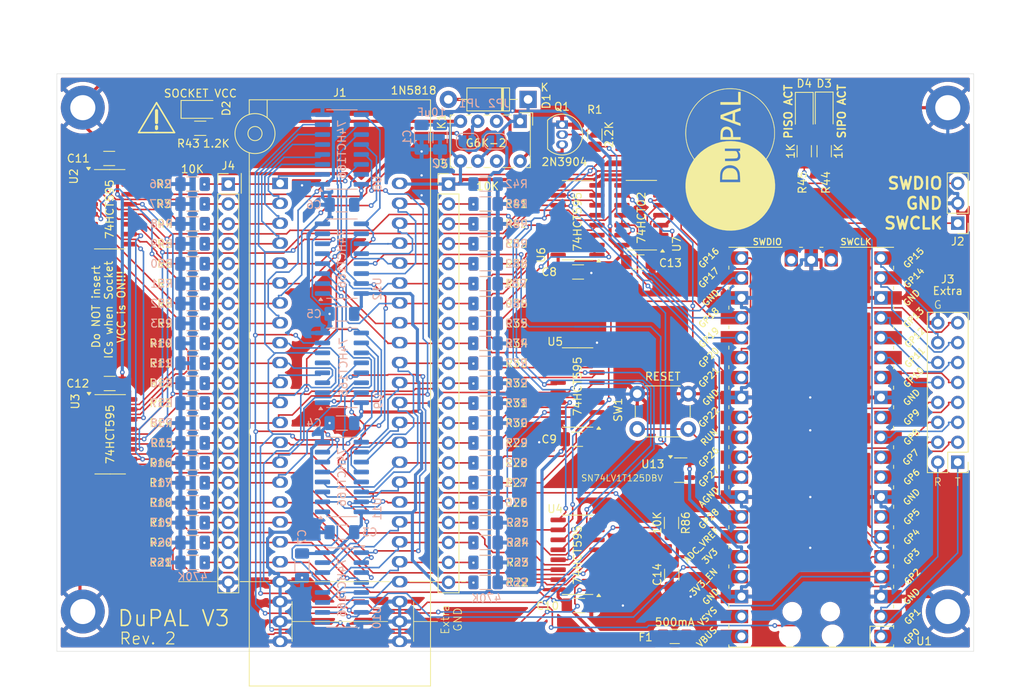
<source format=kicad_pcb>
(kicad_pcb (version 20240108) (generator "pcbnew") (generator_version "8.0")
  (layers (0 "F.Cu" signal) (31 "B.Cu" signal) (34 "B.Paste" user) (35 "F.Paste" user) (36 "B.SilkS" user "B.Silkscreen") (37 "F.SilkS" user "F.Silkscreen") (38 "B.Mask" user) (39 "F.Mask" user) (44 "Edge.Cuts" user))
  (net 0 "")
  (net 1 "GND")
  (net 2 "/SWITCHED_VCC")
  (net 3 "VCC")
  (net 4 "+3V3")
  (net 5 "Net-(D1-A)")
  (net 6 "Net-(D2-K)")
  (net 7 "Net-(D3-A)")
  (net 8 "Net-(D4-A)")
  (net 9 "Net-(U1-VBUS)")
  (net 10 "/ZIF_4")
  (net 11 "/ZIF_2")
  (net 12 "/ZIF_33")
  (net 13 "/ZIF_37")
  (net 14 "/ZIF_26")
  (net 15 "/ZIF_15")
  (net 16 "/ZIF_34")
  (net 17 "/ZIF_11")
  (net 18 "/ZIF_29")
  (net 19 "/ZIF_17")
  (net 20 "/ZIF_22")
  (net 21 "/ZIF_20")
  (net 22 "/ZIF_25")
  (net 23 "/ZIF_3")
  (net 24 "/ZIF_1")
  (net 25 "/ZIF_12")
  (net 26 "/ZIF_31")
  (net 27 "/ZIF_14")
  (net 28 "/ZIF_27")
  (net 29 "/ZIF_8")
  (net 30 "/ZIF_32")
  (net 31 "/ZIF_24")
  (net 32 "/ZIF_41")
  (net 33 "/ZIF_18")
  (net 34 "/ZIF_40")
  (net 35 "/ZIF_13")
  (net 36 "/ZIF_30")
  (net 37 "/ZIF_39")
  (net 38 "/ZIF_7")
  (net 39 "/ZIF_10")
  (net 40 "/ZIF_38")
  (net 41 "/ZIF_23")
  (net 42 "/ZIF_35")
  (net 43 "/ZIF_36")
  (net 44 "/ZIF_6")
  (net 45 "/ZIF_5")
  (net 46 "/ZIF_28")
  (net 47 "/ZIF_16")
  (net 48 "/ZIF_9")
  (net 49 "/ZIF_19")
  (net 50 "Net-(J2-Pin_3)")
  (net 51 "Net-(J2-Pin_1)")
  (net 52 "Net-(JP1-B)")
  (net 53 "Net-(JP2-B)")
  (net 56 "Net-(Q1-B)")
  (net 57 "Net-(R1-Pad1)")
  (net 58 "Net-(U2-QA)")
  (net 59 "Net-(U2-QB)")
  (net 60 "Net-(U2-QC)")
  (net 61 "Net-(U2-QD)")
  (net 62 "Net-(U2-QE)")
  (net 63 "Net-(U2-QF)")
  (net 64 "Net-(U2-QG)")
  (net 65 "Net-(U2-QH)")
  (net 66 "Net-(U3-QA)")
  (net 67 "Net-(U3-QB)")
  (net 68 "Net-(U3-QC)")
  (net 69 "Net-(U3-QD)")
  (net 70 "Net-(U3-QE)")
  (net 71 "Net-(U3-QF)")
  (net 72 "Net-(U3-QG)")
  (net 73 "Net-(U3-QH)")
  (net 74 "Net-(U4-QA)")
  (net 75 "Net-(U4-QB)")
  (net 76 "Net-(U4-QC)")
  (net 77 "Net-(U4-QD)")
  (net 78 "Net-(U4-QE)")
  (net 79 "Net-(U4-QF)")
  (net 80 "Net-(U4-QG)")
  (net 81 "Net-(U4-QH)")
  (net 82 "Net-(U5-QA)")
  (net 83 "Net-(U5-QB)")
  (net 84 "Net-(U5-QC)")
  (net 85 "Net-(U5-QD)")
  (net 86 "Net-(U5-QE)")
  (net 87 "Net-(U5-QF)")
  (net 88 "Net-(U5-QG)")
  (net 89 "Net-(U5-QH)")
  (net 90 "Net-(U6-QA)")
  (net 91 "Net-(U6-QB)")
  (net 92 "Net-(U6-QC)")
  (net 93 "Net-(U6-QD)")
  (net 94 "Net-(U6-QE)")
  (net 95 "Net-(U6-QF)")
  (net 96 "Net-(U6-QG)")
  (net 97 "Net-(U6-QH)")
  (net 98 "/SIPO_CLK")
  (net 99 "/PISO_CLK")
  (net 100 "Net-(U1-RUN)")
  (net 102 "/GPIO13")
  (net 103 "/~{SIPO_OE}")
  (net 105 "/GPIO12")
  (net 106 "/SIPO_SER")
  (net 107 "/GPIO8")
  (net 108 "/GPIO16")
  (net 109 "/GPIO14")
  (net 110 "/GPIO22")
  (net 111 "/GPIO26")
  (net 112 "/SIPO_RCLK")
  (net 113 "/GPIO1")
  (net 114 "/GPIO10")
  (net 115 "/GPIO6")
  (net 116 "/~{SIPO_CLR}")
  (net 117 "/GPIO0")
  (net 118 "/GPIO7")
  (net 120 "/GPIO11")
  (net 121 "/GPIO15")
  (net 122 "/PISO_SH")
  (net 123 "/GPIO9")
  (net 125 "/~{PISO_CLR}")
  (net 126 "/PISO_INH")
  (net 127 "/~{RELAY_ENABLE}")
  (net 128 "/PISO_SER_3V3")
  (net 131 "Net-(U2-QH')")
  (net 132 "Net-(U2-~{OE})")
  (net 133 "Net-(U3-QH')")
  (net 134 "Net-(U4-QH')")
  (net 135 "Net-(U5-QH')")
  (net 137 "Net-(U7-Pad4)")
  (net 138 "Net-(U7-Pad1)")
  (net 139 "Net-(U8-Qh)")
  (net 140 "Net-(U10-Ds)")
  (net 141 "Net-(U10-Qh)")
  (net 142 "Net-(U11-Qh)")
  (net 143 "/PISO_SER")
  (footprint "Resistor_SMD:R_1206_3216Metric_Pad1.30x1.75mm_HandSolder" (layer "F.Cu") (at 148.616 87.719 180)
    (property "Reference" "R29")
    (property "Value" "10K")
  )
  (footprint "Resistor_SMD:R_1206_3216Metric_Pad1.30x1.75mm_HandSolder" (layer "F.Cu") (at 172.309 97.917 -90)
    (property "Reference" "R86")
    (property "Value" "10K")
  )
  (footprint "Resistor_SMD:R_1206_3216Metric_Pad1.30x1.75mm_HandSolder" (layer "F.Cu") (at 111.278 92.799)
    (property "Reference" "R17")
    (property "Value" "10K")
  )
  (footprint "Resistor_SMD:R_1206_3216Metric_Pad1.30x1.75mm_HandSolder" (layer "F.Cu") (at 111.278 62.319)
    (property "Reference" "R5")
    (property "Value" "10K")
  )
  (footprint "Capacitor_SMD:C_1206_3216Metric_Pad1.33x1.80mm_HandSolder" (layer "F.Cu") (at 160.531 108.458)
    (property "Reference" "C10")
    (property "Value" "100nF")
  )
  (footprint "Capacitor_SMD:C_1206_3216Metric_Pad1.33x1.80mm_HandSolder" (layer "F.Cu") (at 168.1125 64.643)
    (property "Reference" "C13")
    (property "Value" "100nF")
  )
  (footprint "Resistor_SMD:R_1206_3216Metric_Pad1.30x1.75mm_HandSolder" (layer "F.Cu") (at 148.616 102.959 180)
    (property "Reference" "R23")
    (property "Value" "10K")
  )
  (footprint "MountingHole:MountingHole_3.2mm_M3_DIN965_Pad" (layer "F.Cu") (at 97.282 109.22)
    (property "Reference" "H4" (hide yes))
    (property "Value" "MountingHole_Pad")
  )
  (footprint "Capacitor_SMD:C_1206_3216Metric_Pad1.33x1.80mm_HandSolder" (layer "F.Cu") (at 160.404 65.913)
    (property "Reference" "C8")
    (property "Value" "100nF")
  )
  (footprint "Capacitor_SMD:C_1206_3216Metric_Pad1.33x1.80mm_HandSolder" (layer "F.Cu") (at 100.708 80.137 180)
    (property "Reference" "C12")
    (property "Value" "100nF")
  )
  (footprint "Diode_THT:D_DO-41_SOD81_P10.16mm_Horizontal" (layer "F.Cu") (at 154.031 43.904 180)
    (property "Reference" "D1")
    (property "Value" "1N5818")
  )
  (footprint "MountingHole:MountingHole_3.2mm_M3_DIN965_Pad" (layer "F.Cu") (at 97.282 44.958)
    (property "Reference" "H3" (hide yes))
    (property "Value" "MountingHole_Pad")
  )
  (footprint "Resistor_SMD:R_1206_3216Metric_Pad1.30x1.75mm_HandSolder" (layer "F.Cu") (at 111.278 69.939)
    (property "Reference" "R8")
    (property "Value" "10K")
  )
  (footprint "Resistor_SMD:R_1206_3216Metric_Pad1.30x1.75mm_HandSolder" (layer "F.Cu") (at 111.278 100.419)
    (property "Reference" "R20")
    (property "Value" "10K")
  )
  (footprint "Resistor_SMD:R_1206_3216Metric_Pad1.30x1.75mm_HandSolder" (layer "F.Cu") (at 111.278 102.959)
    (property "Reference" "R21")
    (property "Value" "10K")
  )
  (footprint "Resistor_SMD:R_1206_3216Metric_Pad1.30x1.75mm_HandSolder" (layer "F.Cu") (at 148.616 95.339 180)
    (property "Reference" "R26")
    (property "Value" "10K")
  )
  (footprint "Resistor_SMD:R_1206_3216Metric_Pad1.30x1.75mm_HandSolder" (layer "F.Cu") (at 148.59 75.019 180)
    (property "Reference" "R34")
    (property "Value" "10K")
  )
  (footprint "Package_SO:SOIC-14_3.9x8.7mm_P1.27mm" (layer "F.Cu") (at 168.47 58.674 180)
    (property "Reference" "U7")
    (property "Value" "74HCT02")
  )
  (footprint "Resistor_SMD:R_1206_3216Metric_Pad1.30x1.75mm_HandSolder" (layer "F.Cu") (at 111.278 64.859)
    (property "Reference" "R6")
    (property "Value" "10K")
  )
  (footprint "Resistor_SMD:R_1206_3216Metric_Pad1.30x1.75mm_HandSolder" (layer "F.Cu") (at 148.616 97.879 180)
    (property "Reference" "R25")
    (property "Value" "10K")
  )
  (footprint "Capacitor_SMD:C_1206_3216Metric_Pad1.33x1.80mm_HandSolder" (layer "F.Cu") (at 100.646 51.435 180)
    (property "Reference" "C11")
    (property "Value" "100nF")
  )
  (footprint "Resistor_SMD:R_1206_3216Metric_Pad1.30x1.75mm_HandSolder" (layer "F.Cu") (at 148.616 80.099 180)
    (property "Reference" "R32")
    (property "Value" "10K")
  )
  (footprint "Resistor_SMD:R_1206_3216Metric_Pad1.30x1.75mm_HandSolder" (layer "F.Cu") (at 148.616 92.799 180)
    (property "Reference" "R27")
    (property "Value" "10K")
  )
  (footprint "Resistor_SMD:R_1206_3216Metric_Pad1.30x1.75mm_HandSolder" (layer "F.Cu") (at 148.616 59.779 180)
    (property "Reference" "R40")
    (property "Value" "10K")
  )
  (footprint "Resistor_SMD:R_1206_3216Metric_Pad1.30x1.75mm_HandSolder" (layer "F.Cu") (at 111.278 72.479)
    (property "Reference" "R9")
    (property "Value" "10K")
  )
  (footprint "Resistor_SMD:R_1206_3216Metric_Pad1.30x1.75mm_HandSolder" (layer "F.Cu") (at 112.2455 47.587)
    (property "Reference" "R43")
    (property "Value" "1.2K")
  )
  (footprint "LED_SMD:LED_1206_3216Metric_Pad1.42x1.75mm_HandSolder" (layer "F.Cu") (at 191.77 45.4295 -90)
    (property "Reference" "D3")
    (property "Value" "SIPO ACT")
  )
  (footprint "Resistor_SMD:R_1206_3216Metric_Pad1.30x1.75mm_HandSolder" (layer "F.Cu") (at 148.616 82.639 180)
    (property "Reference" "R31")
    (property "Value" "10K")
  )
  (footprint "Package_SO:SOIC-16_3.9x9.9mm_P1.27mm" (layer "F.Cu") (at 100.773 86.614)
    (property "Reference" "U3")
    (property "Value" "74HCT595")
  )
  (footprint "LED_SMD:LED_1206_3216Metric_Pad1.42x1.75mm_HandSolder" (layer "F.Cu") (at 112.268 45.174)
    (property "Reference" "D2")
    (property "Value" "SOCKET VCC")
  )
  (footprint "Resistor_SMD:R_1206_3216Metric_Pad1.30x1.75mm_HandSolder" (layer "F.Cu") (at 111.278 75.019)
    (property "Reference" "R10")
    (property "Value" "10K")
  )
  (footprint "Resistor_SMD:R_1206_3216Metric_Pad1.30x1.75mm_HandSolder" (layer "F.Cu") (at 148.616 67.399 180)
    (property "Reference" "R37")
    (property "Value" "10K")
  )
  (footprint "Capacitor_SMD:C_1206_3216Metric_Pad1.33x1.80mm_HandSolder" (layer "F.Cu") (at 172.339 104.521 -90)
    (property "Reference" "C14")
    (property "Value" "100nF")
  )
  (footprint "Resistor_SMD:R_1206_3216Metric_Pad1.30x1.75mm_HandSolder" (layer "F.Cu") (at 111.278 87.719)
    (property "Reference" "R15")
    (property "Value" "10K")
  )
  (footprint "Package_SO:SOIC-16_3.9x9.9mm_P1.27mm" (layer "F.Cu") (at 100.711 57.912)
    (property "Reference" "U2")
    (property "Value" "74HCT595")
  )
  (footprint "Package_TO_SOT_THT:TO-92_Inline" (layer "F.Cu") (at 158.369 47.117 -90)
    (property "Reference" "Q1")
    (property "Value" "2N3904")
  )
  (footprint "Resistor_SMD:R_1206_3216Metric_Pad1.30x1.75mm_HandSolder" (layer "F.Cu") (at 111.278 85.179)
    (property "Reference" "R14")
    (property "Value" "10K")
  )
  (footprint "Resistor_SMD:R_1206_3216Metric_Pad1.30x1.75mm_HandSolder" (layer "F.Cu") (at 148.616 57.239 180)
    (property "Reference" "R41")
    (property "Value" "10K")
  )
  (footprint "Custom_Sockets:DIP_Socket-48" (layer "F.Cu") (at 122.428 54.61)
    (property "Reference" "J1")
    (property "Value" "ZIF Socket")
  )
  (footprint "Resistor_SMD:R_1206_3216Metric_Pad1.30x1.75mm_HandSolder" (layer "F.Cu") (at 148.616 64.859 180)
    (property "Reference" "R38")
    (property "Value" "10K")
  )
  (footprint "Resistor_SMD:R_1206_3216Metric_Pad1.30x1.75mm_HandSolder" (layer "F.Cu") (at 111.278 59.779)
    (property "Reference" "R4")
    (property "Value" "10K")
  )
  (footprint "Resistor_SMD:R_1206_3216Metric_Pad1.30x1.75mm_HandSolder" (layer "F.Cu") (at 111.278 54.699)
    (property "Reference" "R2")
    (property "Value" "10K")
  )
  (footprint "LED_SMD:LED_1206_3216Metric_Pad1.42x1.75mm_HandSolder" (layer "F.Cu") (at 189.23 45.466 -90)
    (property "Reference" "D4")
    (property "Value" "PISO ACT")
  )
  (footprint "Resistor_SMD:R_1206_3216Metric_Pad1.30x1.75mm_HandSolder" (layer "F.Cu") (at 111.278 82.639)
    (property "Reference" "R13")
    (property "Value" "10K")
  )
  (footprint "Package_TO_SOT_SMD:SOT-23-5" (layer "F.Cu") (at 173.482 91.186)
    (property "Reference" "U13")
    (property "Value" "SN74LV1T125DBV")
  )
  (footprint "Relay_THT:Relay_DPDT_Omron_G6K-2P-Y" (layer "F.Cu") (at 153.015 46.698 -90)
    (property "Reference" "K1")
    (property "Value" "G6K-2")
  )
  (footprint "Button_Switch_THT:SW_PUSH_6mm" (layer "F.Cu") (at 174.446 85.943 180)
    (property "Reference" "SW1")
    (property "Value" "RESET")
  )
  (footprint "Resistor_SMD:R_1206_3216Metric_Pad1.30x1.75mm_HandSolder" (layer "F.Cu") (at 191.77 50.5095 90)
    (property "Reference" "R44")
    (property "Value" "1K")
  )
  (footprint "Resistor_SMD:R_1206_3216Metric_Pad1.30x1.75mm_HandSolder" (layer "F.Cu") (at 111.278 80.099)
    (property "Reference" "R12")
    (property "Value" "10K")
  )
  (footprint "Resistor_SMD:R_1206_3216Metric_Pad1.30x1.75mm_HandSolder" (layer "F.Cu") (at 162.539 48.387 90)
    (property "Reference" "R1")
    (property "Value" "2.2K")
  )
  (footprint "MountingHole:MountingHole_3.2mm_M3_DIN965_Pad" (layer "F.Cu") (at 207.518 44.958)
    (property "Reference" "H1" (hide yes))
    (property "Value" "MountingHole_Pad")
  )
  (footprint "Resistor_SMD:R_1206_3216Metric_Pad1.30x1.75mm_HandSolder" (layer "F.Cu") (at 148.616 72.479 180)
    (property "Reference" "R35")
    (property "Value" "10K")
  )
  (footprint "Resistor_SMD:R_1206_3216Metric_Pad1.30x1.75mm_HandSolder" (layer "F.Cu") (at 148.616 69.939 180)
    (property "Reference" "R36")
    (property "Value" "10K")
  )
  (footprint "Package_SO:SOIC-16_3.9x9.9mm_P1.27mm" (layer "F.Cu") (at 160.339 80.645 180)
    (property "Reference" "U5")
    (property "Value" "74HCT595")
  )
  (footprint "Connector_PinHeader_2.54mm:PinHeader_1x03_P2.54mm_Vertical" (layer "F.Cu") (at 208.788 59.69 180)
    (property "Reference" "J2")
    (property "Value" "Debug Header")
  )
  (footprint "Resistor_SMD:R_1206_3216Metric_Pad1.30x1.75mm_HandSolder" (layer "F.Cu") (at 148.616 105.499 180)
    (property "Reference" "R22")
    (property "Value" "10K")
  )
  (footprint "logo:logo" (layer "F.Cu") (at 192.461511 49.10148 90)
    (property "Reference" "G***" (hide yes))
    (property "Value" "LOGO" (hide yes))
  )
  (footprint "Package_SO:SOIC-16_3.9x9.9mm_P1.27mm" (layer "F.Cu") (at 160.339 101.981 180)
    (property "Reference" "U4")
    (property "Value" "74HCT595")
  )
  (footprint "Fuse:Fuse_1206_3216Metric_Pad1.42x1.75mm_HandSolder" (layer "F.Cu") (at 172.72 112.395 180)
    (property "Reference" "F1")
    (property "Value" "500mA")
  )
  (footprint "MCU_RaspberryPi_and_Boards:RPi_Pico_SMD_TH" (layer "F.Cu") (at 190.119 88.265 180)
    (property "Reference" "U1")
    (property "Value" "Pico")
  )
  (footprint "Resistor_SMD:R_1206_3216Metric_Pad1.30x1.75mm_HandSolder" (layer "F.Cu") (at 148.616 90.259 180)
    (property "Reference" "R28")
    (property "Value" "10K")
  )
  (footprint "Resistor_SMD:R_1206_3216Metric_Pad1.30x1.75mm_HandSolder" (layer "F.Cu") (at 111.278 95.339)
    (property "Reference" "R18")
    (property "Value" "10K")
  )
  (footprint "Resistor_SMD:R_1206_3216Metric_Pad1.30x1.75mm_HandSolder" (layer "F.Cu") (at 111.278 77.559)
    (property "Reference" "R11")
    (property "Value" "10K")
  )
  (footprint "Resistor_SMD:R_1206_3216Metric_Pad1.30x1.75mm_HandSolder" (layer "F.Cu") (at 111.278 90.259)
    (property "Reference" "R16")
    (property "Value" "10K")
  )
  (footprint "Resistor_SMD:R_1206_3216Metric_Pad1.30x1.75mm_HandSolder" (layer "F.Cu") (at 148.616 85.179 180)
    (property "Reference" "R30")
    (property "Value" "10K")
  )
  (footprint "Connector_PinHeader_2.54mm:PinHeader_2x08_P2.54mm_Vertical" (layer "F.Cu") (at 208.788 90.17 180)
    (property "Reference" "J3")
    (property "Value" "Extra")
  )
  (footprint "Package_SO:SOIC-16_3.9x9.9mm_P1.27mm" (layer "F.Cu") (at 160.339 59.309 180)
    (property "Reference" "U6")
    (property "Value" "74HCT595")
  )
  (footprint "Resistor_SMD:R_1206_3216Metric_Pad1.30x1.75mm_HandSolder" (layer "F.Cu") (at 148.616 62.319 180)
    (property "Reference" "R39")
    (property "Value" "10K")
  )
  (footprint "Resistor_SMD:R_1206_3216Metric_Pad1.30x1.75mm_HandSolder" (layer "F.Cu") (at 111.278 67.399)
    (property "Reference" "R7")
    (property "Value" "10K")
  )
  (footprint "Connector_PinHeader_2.54mm:PinHeader_1x21_P2.54mm_Vertical" (layer "F.Cu") (at 115.824 54.699)
    (property "Reference" "J4")
    (property "Value" "Conn_01x21_Pin")
  )
  (footprint "Resistor_SMD:R_1206_3216Metric_Pad1.30x1.75mm_HandSolder" (layer "F.Cu") (at 189.23 50.5095 90)
    (property "Reference" "R45")
    (property "Value" "1K")
  )
  (footprint "Connector_PinHeader_2.54mm:PinHeader_1x21_P2.54mm_Vertical" (layer "F.Cu") (at 143.891 54.699)
    (property "Reference" "J5")
    (property "Value" "Conn_01x21_Pin")
  )
  (footprint "Resistor_SMD:R_1206_3216Metric_Pad1.30x1.75mm_HandSolder" (layer "F.Cu") (at 148.59 77.559 180)
    (property "Reference" "R33")
    (property "Value" "10K")
  )
  (footprint "MountingHole:MountingHole_3.2mm_M3_DIN965_Pad" (layer "F.Cu") (at 207.518 109.22)
    (property "Reference" "H2" (hide yes))
    (property "Value" "MountingHole_Pad")
  )
  (footprint "Resistor_SMD:R_1206_3216Metric_Pad1.30x1.75mm_HandSolder" (layer "F.Cu") (at 148.616 100.419 180)
    (property "Reference" "R24")
    (property "Value" "10K")
  )
  (footprint "Resistor_SMD:R_1206_3216Metric_Pad1.30x1.75mm_HandSolder" (layer "F.Cu") (at 111.278 57.239)
    (property "Reference" "R3")
    (property "Value" "10K")
  )
  (footprint "Capacitor_SMD:C_1206_3216Metric_Pad1.33x1.80mm_HandSolder" (layer "F.Cu") (at 160.277 87.249)
    (property "Reference" "C9")
    (property "Value" "100nF")
  )
  (footprint "Resistor_SMD:R_1206_3216Metric_Pad1.30x1.75mm_HandSolder" (layer "F.Cu") (at 111.278 97.879)
    (property "Reference" "R19")
    (property "Value" "10K")
  )
  (footprint "Resistor_SMD:R_1206_3216Metric_Pad1.30x1.75mm_HandSolder" (layer "B.Cu") (at 111.278 102.959 180)
    (property "Reference" "R65")
    (property "Value" "470K")
  )
  (footprint "Package_SO:SOIC-16_3.9x9.9mm_P1.27mm" (layer "B.Cu") (at 130.302 78.1378)
    (property "Reference" "U9")
    (property "Value" "74HCT166")
  )
  (footprint "Capacitor_SMD:C_1206_3216Metric_Pad1.33x1.80mm_HandSolder" (layer "B.Cu") (at 130.302 57.3384 180)
    (property "Reference" "C6")
    (property "Value" "100nF")
  )
  (footprint "Capacitor_SMD:C_1206_3216Metric_Pad1.33x1.80mm_HandSolder" (layer "B.Cu") (at 130.302 99.1071 180)
    (property "Reference" "C3")
    (property "Value" "100nF")
  )
  (footprint "Resistor_SMD:R_1206_3216Metric_Pad1.30x1.75mm_HandSolder" (layer "B.Cu") (at 148.616 54.699 180)
    (property "Reference" "R42")
    (property "Value" "470K")
  )
  (footprint "Resistor_SMD:R_1206_3216Metric_Pad1.30x1.75mm_HandSolder" (layer "B.Cu") (at 148.616 92.799)
    (property "Reference" "R71")
    (property "Value" "470K")
  )
  (footprint "Resistor_SMD:R_1206_3216Metric_Pad1.30x1.75mm_HandSolder" (layer "B.Cu") (at 111.278 62.319 180)
    (property "Reference" "R49")
    (property "Value" "470K")
  )
  (footprint "Resistor_SMD:R_1206_3216Metric_Pad1.30x1.75mm_HandSolder" (layer "B.Cu") (at 148.616 69.939)
    (property "Reference" "R80")
    (property "Value" "470K")
  )
  (footprint "Capacitor_SMD:C_1206_3216Metric_Pad1.33x1.80mm_HandSolder" (layer "B.Cu") (at 142.813 48.73 -90)
    (property "Reference" "C2")
    (property "Value" "10uF")
  )
  (footprint "Resistor_SMD:R_1206_3216Metric_Pad1.30x1.75mm_HandSolder" (layer "B.Cu") (at 148.616 105.499)
    (property "Reference" "R66")
    (property "Value" "470K")
  )
  (footprint "Resistor_SMD:R_1206_3216Metric_Pad1.30x1.75mm_HandSolder" (layer "B.Cu") (at 148.616 57.239)
    (property "Reference" "R85")
    (property "Value" "470K")
  )
  (footprint "Jumper:SolderJumper-2_P1.3mm_Bridged_RoundedPad1.0x1.5mm" (layer "B.Cu") (at 146.299 49.238)
    (property "Reference" "JP1")
    (property "Value" "Switch 1")
  )
  (footprint "Capacitor_SMD:C_1206_3216Metric_Pad1.33x1.80mm_HandSolder" (layer "B.Cu") (at 130.302 71.2613 180)
    (property "Reference" "C5")
    (property "Value" "100nF")
  )
  (footprint "Package_SO:SOIC-16_3.9x9.9mm_P1.27mm" (layer "B.Cu") (at 130.302 92.0607)
    (property "Reference" "U11")
    (property "Value" "74HCT166")
  )
  (footprint "Resistor_SMD:R_1206_3216Metric_Pad1.30x1.75mm_HandSolder" (layer "B.Cu") (at 111.278 82.639 180)
    (property "Reference" "R57")
    (property "Value" "470K")
  )
  (footprint "Resistor_SMD:R_1206_3216Metric_Pad1.30x1.75mm_HandSolder" (layer "B.Cu") (at 111.278 72.479 180)
    (property "Reference" "R53")
    (property "Value" "470K")
  )
  (footprint "Resistor_SMD:R_1206_3216Metric_Pad1.30x1.75mm_HandSolder" (layer "B.Cu") (at 148.616 59.779)
    (property "Reference" "R84")
    (property "Value" "470K")
  )
  (footprint "Capacitor_SMD:C_1206_3216Metric_Pad1.33x1.80mm_HandSolder" (layer "B.Cu") (at 130.302 85.1842 180)
    (property "Reference" "C4")
    (property "Value" "100nF")
  )
  (footprint "Resistor_SMD:R_1206_3216Metric_Pad1.30x1.75mm_HandSolder" (layer "B.Cu") (at 148.616 102.959)
    (property "Reference" "R67")
    (property "Value" "470K")
  )
  (footprint "Resistor_SMD:R_1206_3216Metric_Pad1.30x1.75mm_HandSolder" (layer "B.Cu") (at 111.278 97.879 180)
    (property "Reference" "R63")
    (property "Value" "470K")
  )
  (footprint "Jumper:SolderJumper-2_P1.3mm_Open_RoundedPad1.0x1.5mm" (layer "B.Cu") (at 149.84 49.238 180)
    (property "Reference" "JP2")
    (property "Value" "Switch 2")
  )
  (footprint "Resistor_SMD:R_1206_3216Metric_Pad1.30x1.75mm_HandSolder" (layer "B.Cu") (at 111.278 90.259 180)
    (property "Reference" "R60")
    (property "Value" "470K")
  )
  (footprint "Package_SO:SOIC-16_3.9x9.9mm_P1.27mm" (layer "B.Cu") (at 130.302 50.292)
    (property "Reference" "U8")
    (property "Value" "74HCT166")
  )
  (footprint "Resistor_SMD:R_1206_3216Metric_Pad1.30x1.75mm_HandSolder" (layer "B.Cu") (at 111.278 64.859 180)
    (property "Reference" "R50")
    (property "Value" "470K")
  )
  (footprint "Resistor_SMD:R_1206_3216Metric_Pad1.30x1.75mm_HandSolder" (layer "B.Cu") (at 111.278 95.339 180)
    (property "Reference" "R62")
    (property "Value" "470K")
  )
  (footprint "Resistor_SMD:R_1206_3216Metric_Pad1.30x1.75mm_HandSolder" (layer "B.Cu") (at 111.278 69.939 180)
    (property "Reference" "R52")
    (property "Value" "470K")
  )
  (footprint "Resistor_SMD:R_1206_3216Metric_Pad1.30x1.75mm_HandSolder" (layer "B.Cu") (at 148.616 72.479)
    (property "Reference" "R79")
    (property "Value" "470K")
  )
  (footprint "Resistor_SMD:R_1206_3216Metric_Pad1.30x1.75mm_HandSolder" (layer "B.Cu") (at 111.278 87.719 180)
    (property "Reference" "R59")
    (property "Value" "470K")
  )
  (footprint "Resistor_SMD:R_1206_3216Metric_Pad1.30x1.75mm_HandSolder" (layer "B.Cu") (at 111.278 54.699 180)
    (property "Reference" "R46")
    (property "Value" "470K" (hide yes))
  )
  (footprint "Resistor_SMD:R_1206_3216Metric_Pad1.30x1.75mm_HandSolder" (layer "B.Cu") (at 148.616 87.719)
    (property "Reference" "R73")
    (property "Value" "470K")
  )
  (footprint "Resistor_SMD:R_1206_3216Metric_Pad1.30x1.75mm_HandSolder" (layer "B.Cu") (at 148.616 85.179)
    (property "Reference" "R74")
    (property "Value" "470K")
  )
  (footprint "Resistor_SMD:R_1206_3216Metric_Pad1.30x1.75mm_HandSolder" (layer "B.Cu") (at 148.59 77.559)
    (property "Reference" "R77")
    (property "Value" "470K")
  )
  (footprint "Resistor_SMD:R_1206_3216Metric_Pad1.30x1.75mm_HandSolder" (layer "B.Cu") (at 148.616 67.399)
    (property "Reference" "R81")
    (property "Value" "470K")
  )
  (footprint "Resistor_SMD:R_1206_3216Metric_Pad1.30x1.75mm_HandSolder" (layer "B.Cu") (at 148.616 100.419)
    (property "Reference" "R68")
    (property "Value" "470K")
  )
  (footprint "Resistor_SMD:R_1206_3216Metric_Pad1.30x1.75mm_HandSolder" (layer "B.Cu") (at 111.278 57.239 180)
    (property "Reference" "R47")
    (property "Value" "470K")
  )
  (footprint "Package_SO:SOIC-16_3.9x9.9mm_P1.27mm" (layer "B.Cu") (at 130.302 106.1536 180)
    (property "Reference" "U10")
    (property "Value" "74HCT166")
  )
  (footprint "Resistor_SMD:R_1206_3216Metric_Pad1.30x1.75mm_HandSolder" (layer "B.Cu") (at 111.278 100.419 180)
    (property "Reference" "R64")
    (property "Value" "470K")
  )
  (footprint "Resistor_SMD:R_1206_3216Metric_Pad1.30x1.75mm_HandSolder" (layer "B.Cu") (at 111.278 92.799 180)
    (property "Reference" "R61")
    (property "Value" "470K")
  )
  (footprint "Capacitor_SMD:C_1206_3216Metric_Pad1.33x1.80mm_HandSolder" (layer "B.Cu") (at 140.462 48.73 -90)
    (property "Reference" "C1")
    (property "Value" "100nF")
  )
  (footprint "Resistor_SMD:R_1206_3216Metric_Pad1.30x1.75mm_HandSolder" (layer "B.Cu") (at 111.278 67.399 180)
    (property "Reference" "R51")
    (property "Value" "470K")
  )
  (footprint "Resistor_SMD:R_1206_3216Metric_Pad1.30x1.75mm_HandSolder" (layer "B.Cu") (at 148.616 62.319)
    (property "Reference" "R83")
    (property "Value" "470K")
  )
  (footprint "Resistor_SMD:R_1206_3216Metric_Pad1.30x1.75mm_HandSolder" (layer "B.Cu") (at 148.616 95.339)
    (property "Reference" "R70")
    (property "Value" "470K")
  )
  (footprint "Package_SO:SOIC-16_3.9x9.9mm_P1.27mm" (layer "B.Cu") (at 130.302 64.2149)
    (property "Reference" "U12")
    (property "Value" "74HCT166")
  )
  (footprint "Capacitor_SMD:C_1206_3216Metric_Pad1.33x1.80mm_HandSolder" (layer "B.Cu") (at 125.222 103.378 -90)
    (property "Reference" "C7")
    (property "Value" "100nF")
  )
  (footprint "Resistor_SMD:R_1206_3216Metric_Pad1.30x1.75mm_HandSolder" (layer "B.Cu") (at 111.278 85.179 180)
    (property "Reference" "R58")
    (property "Value" "470K")
  )
  (footprint "Resistor_SMD:R_1206_3216Metric_Pad1.30x1.75mm_HandSolder" (layer "B.Cu") (at 148.616 64.859)
    (property "Reference" "R82")
    (property "Value" "470K")
  )
  (footprint "Resistor_SMD:R_1206_3216Metric_Pad1.30x1.75mm_HandSolder" (layer "B.Cu") (at 148.616 80.099)
    (property "Reference" "R76")
    (property "Value" "470K")
  )
  (footprint "Resistor_SMD:R_1206_3216Metric_Pad1.30x1.75mm_HandSolder" (layer "B.Cu") (at 148.616 97.879)
    (property "Reference" "R69")
    (property "Value" "470K")
  )
  (footprint "Resistor_SMD:R_1206_3216Metric_Pad1.30x1.75mm_HandSolder" (layer "B.Cu") (at 111.278 75.019 180)
    (property "Reference" "R54")
    (property "Value" "470K")
  )
  (footprint "Resistor_SMD:R_1206_3216Metric_Pad1.30x1.75mm_HandSolder" (layer "B.Cu") (at 148.616 82.639)
    (property "Reference" "R75")
    (property "Value" "470K")
  )
  (footprint "Resistor_SMD:R_1206_3216Metric_Pad1.30x1.75mm_HandSolder" (layer "B.Cu") (at 111.278 80.099 180)
    (property "Reference" "R56")
    (property "Value" "470K")
  )
  (footprint "Resistor_SMD:R_1206_3216Metric_Pad1.30x1.75mm_HandSolder" (layer "B.Cu") (at 148.59 75.019)
    (property "Reference" "R78")
    (property "Value" "470K")
  )
  (footprint "Resistor_SMD:R_1206_3216Metric_Pad1.30x1.75mm_HandSolder" (layer "B.Cu") (at 111.278 59.779 180)
    (property "Reference" "R48")
    (property "Value" "470K")
  )
  (footprint "Resistor_SMD:R_1206_3216Metric_Pad1.30x1.75mm_HandSolder" (layer "B.Cu") (at 148.616 90.259)
    (property "Reference" "R72")
    (property "Value" "470K")
  )
  (footprint "Resistor_SMD:R_1206_3216Metric_Pad1.30x1.75mm_HandSolder" (layer "B.Cu") (at 111.278 77.559 180)
    (property "Reference" "R55")
    (property "Value" "470K")
  )
  (gr_line (start 123.952 107.95) (end 123.952 113.03) (stroke (width 0.1)) (layer "F.SilkS"))
  (gr_line (start 106.68 44.323) (end 104.394 48.133) (stroke (width 0.2)) (layer "F.SilkS"))
  (gr_line (start 118.364 105.41) (end 117.348 105.41) (stroke (width 0.1)) (layer "F.SilkS"))
  (gr_line (start 141.986 105.41) (end 142.24 105.41) (stroke (width 0.1)) (layer "F.SilkS"))
  (gr_line (start 136.398 105.41) (end 123.698 105.41) (stroke (width 0.1)) (layer "F.SilkS"))
  (gr_line (start 106.68 47.625) (end 106.68 47.371) (stroke (width 0.4)) (layer "F.SilkS"))
  (gr_line (start 141.224 105.41) (end 142.24 105.41) (stroke (width 0.1)) (layer "F.SilkS"))
  (gr_line (start 139.446 107.95) (end 139.446 113.03) (stroke (width 0.1)) (layer "F.SilkS"))
  (gr_line (start 121.158 105.41) (end 118.872 105.41) (stroke (width 0.1)) (layer "F.SilkS"))
  (gr_line (start 145.542 105.41) (end 146.05 105.41) (stroke (width 0.1)) (layer "F.SilkS"))
  (gr_line (start 123.952 110.49) (end 136.144 110.49) (stroke (width 0.1)) (layer "F.SilkS"))
  (gr_line (start 106.68 46.863) (end 106.68 45.339) (stroke (width 0.4)) (layer "F.SilkS"))
  (gr_line (start 106.68 44.323) (end 108.966 48.133) (stroke (width 0.2)) (layer "F.SilkS"))
  (gr_line (start 139.446 110.49) (end 142.494 110.49) (stroke (width 0.1)) (layer "F.SilkS"))
  (gr_line (start 118.872 105.41) (end 117.348 105.41) (stroke (width 0.1)) (layer "F.SilkS"))
  (gr_line (start 141.224 105.41) (end 138.938 105.41) (stroke (width 0.1)) (layer "F.SilkS"))
  (gr_line (start 104.394 48.133) (end 106.934 48.133) (stroke (width 0.2)) (layer "F.SilkS"))
  (gr_line (start 114.3 105.41) (end 109.474 105.41) (stroke (width 0.1)) (layer "F.SilkS"))
  (gr_line (start 108.966 48.133) (end 106.426 48.133) (stroke (width 0.2)) (layer "F.SilkS"))
  (gr_line (start 93.98 114.3) (end 93.98 40.64) (stroke (width 0.05)) (layer "Edge.Cuts"))
  (gr_line (start 93.98 40.64) (end 210.82 40.64) (stroke (width 0.05)) (layer "Edge.Cuts"))
  (gr_line (start 210.82 40.64) (end 210.82 114.3) (stroke (width 0.05)) (layer "Edge.Cuts"))
  (gr_line (start 210.82 114.3) (end 93.98 114.3) (stroke (width 0.05)) (layer "Edge.Cuts"))
  (gr_text "GND" (at 206.988 57.165 0) (layer "F.SilkS") (effects (font (size 1.5 1.5) (thickness 0.3) (bold yes)) (justify right)))
  (gr_text "G" (at 206.248 70.104 0) (layer "F.SilkS") (effects (font (size 1 1) (thickness 0.1))))
  (gr_text "T" (at 208.788 92.71 0) (layer "F.SilkS") (effects (font (size 1 1) (thickness 0.1))))
  (gr_text "DuPAL V3" (at 101.6 111.252 0) (layer "F.SilkS") (effects (font (size 2 2) (thickness 0.2) (bold yes)) (justify left bottom)))
  (gr_text "R" (at 206.248 92.71 0) (layer "F.SilkS") (effects (font (size 1 1) (thickness 0.1))))
  (gr_text "SWCLK" (at 207.01 59.69 0) (layer "F.SilkS") (effects (font (size 1.5 1.5) (thickness 0.3) (bold yes)) (justify right)))
  (gr_text "Do NOT insert\nICs when Socket \nVCC is ON!!!" (at 100.584 70.358 90) (layer "F.SilkS") (effects (font (size 1 1))))
  (gr_text "Rev. 2" (at 101.854 113.538 0) (layer "F.SilkS") (effects (font (size 1.5 1.5)) (justify left bottom)))
  (gr_text "SWDIO" (at 207.01 54.61 0) (layer "F.SilkS") (effects (font (size 1.5 1.5) (thickness 0.3) (bold yes)) (justify right)))
  (gr_text "SWCLK" (at 195.819 62.065 0) (layer "F.SilkS") (effects (font (size 0.8 0.8))))
  (gr_text "Extra\nGND" (at 144.272 110.236 90) (layer "F.SilkS") (effects (font (size 1 1) (thickness 0.1))))
  (segment (start 162.429 87.4715) (end 162.429 87.249) (width 0.4) (layer "F.Cu") (net 1))
  (segment (start 162.918 97.536) (end 167.094 93.3604) (width 0.4) (layer "F.Cu") (net 1))
  (segment (start 169.964 108.458) (end 172.339 106.084) (width 0.4) (layer "F.Cu") (net 1))
  (segment (start 166.116 87.249) (end 166.116 91.7321) (width 0.4) (layer "F.Cu") (net 1))
  (segment (start 199.009 81.915) (end 189.992 81.915) (width 0.4) (layer "F.Cu") (net 1))
  (segment (start 204.996 72.39) (end 201.821 69.215) (width 0.4) (layer "F.Cu") (net 1))
  (segment (start 181.229 107.315) (end 174.752 107.315) (width 0.4) (layer "F.Cu") (net 1))
  (segment (start 210.04 58.585) (end 209.856 58.4017) (width 0.4) (layer "F.Cu") (net 1))
  (segment (start 158.369 46.1903) (end 158.369 47.117) (width 0.4) (layer "F.Cu") (net 1))
  (segment (start 168.716 55.9079) (end 168.756 55.8682) (width 0.4) (layer "F.Cu") (net 1))
  (segment (start 98.236 62.357) (end 98.236 79.8751) (width 0.4) (layer "F.Cu") (net 1))
  (segment (start 173.57 107.315) (end 174.752 107.315) (width 0.4) (layer "F.Cu") (net 1))
  (segment (start 171.277 92.136) (end 172.344 92.136) (width 0.4) (layer "F.Cu") (net 1))
  (segment (start 96.8559 61.4691) (end 97.7438 62.357) (width 0.4) (layer "F.Cu") (net 1))
  (segment (start 191.516 57.15) (end 190.119 58.547) (width 0.4) (layer "F.Cu") (net 1))
  (segment (start 171.277 90.7699) (end 171.81 90.236) (width 0.4) (layer "F.Cu") (net 1))
  (segment (start 96.9196 108.858) (end 97.282 109.22) (width 0.4) (layer "F.Cu") (net 1))
  (segment (start 115.824 105.499) (end 122.239 105.499) (width 0.4) (layer "F.Cu") (net 1))
  (segment (start 97.7981 91.059) (end 98.298 91.059) (width 0.4) (layer "F.Cu") (net 1))
  (segment (start 96.9196 90.1805) (end 97.7981 91.059) (width 0.4) (layer "F.Cu") (net 1))
  (segment (start 167.094 92.136) (end 171.277 92.136) (width 0.4) (layer "F.Cu") (net 1))
  (segment (start 98.4593 51.435) (end 96.8559 53.0384) (width 0.4) (layer "F.Cu") (net 1))
  (segment (start 170.092 68.0103) (end 169.611 68.4919) (width 0.4) (layer "F.Cu") (net 1))
  (segment (start 167.946 81.443) (end 174.446 81.443) (width 0.4) (layer "F.Cu") (net 1))
  (segment (start 99.0835 51.435) (end 99.0835 48.8671) (width 0.4) (layer "F.Cu") (net 1))
  (segment (start 98.4979 80.137) (end 96.9196 81.7153) (width 0.4) (layer "F.Cu") (net 1))
  (segment (start 170.945 54.864) (end 169.76 54.864) (width 0.4) (layer "F.Cu") (net 1))
  (segment (start 192.786 44.958) (end 191.77 43.942) (width 0.4) (layer "F.Cu") (net 1))
  (segment (start 174.824 94.615) (end 181.229 94.615) (width 0.4) (layer "F.Cu") (net 1))
  (segment (start 204.343 41.783) (end 207.518 44.958) (width 0.4) (layer "F.Cu") (net 1))
  (segment (start 97.7438 62.357) (end 98.236 62.357) (width 0.4) (layer "F.Cu") (net 1))
  (segment (start 170.092 65.0605) (end 169.675 64.643) (width 0.4) (layer "F.Cu") (net 1))
  (segment (start 162.0935 108.458) (end 162.094 108.458) (width 0.4) (layer "F.Cu") (net 1))
  (segment (start 167.946 81.443) (end 167.946 82.879) (width 0.4) (layer "F.Cu") (net 1))
  (segment (start 162.814 70.2233) (end 164.545 68.4919) (width 0.4) (layer "F.Cu") (net 1))
  (segment (start 167.094 92.71) (end 167.094 92.136) (width 0.4) (layer "F.Cu") (net 1))
  (segment (start 163.53 54.1613) (end 167.049 54.1613) (width 0.4) (layer "F.Cu") (net 1))
  (segment (start 99.1455 80.137) (end 98.4979 80.137) (width 0.4) (layer "F.Cu") (net 1))
  (segment (start 162.094 108.458) (end 166.116 108.458) (width 0.4) (layer "F.Cu") (net 1))
  (segment (start 97.282 44.958) (end 97.282 47.0656) (width 0.4) (layer "F.Cu") (net 1))
  (segment (start 162.814 97.536) (end 162.918 97.536) (width 0.4) (layer "F.Cu") (net 1))
  (segment (start 181.229 94.615) (end 190 94.615) (width 0.4) (layer "F.Cu") (net 1))
  (segment (start 122.328 105.41) (end 122.239 105.499) (width 0.4) (layer "F.Cu") (net 1))
  (segment (start 166.116 91.7321) (end 167.094 92.71) (width 0.4) (layer "F.Cu") (net 1))
  (segment (start 179.505 81.443) (end 179.977 81.915) (width 0.4) (layer "F.Cu") (net 1))
  (segment (start 208.788 58.4017) (end 208.788 57.15) (width 0.4) (layer "F.Cu") (net 1))
  (segment (start 112.515 48.8671) (end 113.7957 47.5872) (width 0.4) (layer "F.Cu") (net 1))
  (segment (start 190.119 64.365) (end 191.371 64.365) (width 0.4) (layer "F.Cu") (net 1))
  (segment (start 190.119 58.547) (end 190.119 64.365) (width 0.4) (layer "F.Cu") (net 1))
  (segment (start 113.7957 47.5872) (end 113.796 47.587) (width 0.4) (layer "F.Cu") (net 1))
  (segment (start 205.613 107.315) (end 207.518 109.22) (width 0.4) (layer "F.Cu") (net 1))
  (segment (start 201.821 69.215) (end 210.04 60.9966) (width 0.4) (layer "F.Cu") (net 1))
  (segment (start 207.518 44.958) (end 192.786 44.958) (width 0.4) (layer "F.Cu") (net 1))
  (segment (start 209.856 58.4017) (end 208.788 58.4017) (width 0.4) (layer "F.Cu") (net 1))
  (segment (start 166.116 84.709) (end 166.116 87.249) (width 0.4) (layer "F.Cu") (net 1))
  (segment (start 169.76 54.864) (end 168.756 55.8682) (width 0.4) (layer "F.Cu") (net 1))
  (segment (start 189.992 81.915) (end 181.229 81.915) (width 0.4) (layer "F.Cu") (net 1))
  (segment (start 97.282 47.0656) (end 99.0835 48.8671) (width 0.4) (layer "F.Cu") (net 1))
  (segment (start 208.788 57.15) (end 191.516 57.15) (width 0.4) (layer "F.Cu") (net 1))
  (segment (start 172.339 106.0835) (end 172.339 106.084) (width 0.4) (layer "F.Cu") (net 1))
  (segment (start 162.429 87.249) (end 166.116 87.249) (width 0.4) (layer "F.Cu") (net 1))
  (segment (start 96.9196 88.392) (end 96.9196 90.1805) (width 0.4) (layer "F.Cu") (net 1))
  (segment (start 140.462 53.594) (end 140.462 56.134) (width 0.4) (layer "F.Cu") (net 1))
  (segment (start 174.446 81.443) (end 179.505 81.443) (width 0.4) (layer "F.Cu") (net 1))
  (segment (start 122.428 105.41) (end 122.328 105.41) (width 0.4) (layer "F.Cu") (net 1))
  (segment (start 199.009 107.315) (end 205.613 107.315) (width 0.4) (layer "F.Cu") (net 1))
  (segment (start 189.23 43.9785) (end 191.734 43.9785) (width 0.4) (layer "F.Cu") (net 1))
  (segment (start 98.236 79.8751) (end 98.4979 80.137) (width 0.4) (layer "F.Cu") (net 1))
  (segment (start 161.8395 87.249) (end 162.429 87.249) (width 0.4) (layer "F.Cu") (net 1))
  (segment (start 167.946 82.879) (end 166.116 84.709) (width 0.4) (layer "F.Cu") (net 1))
  (segment (start 179.977 81.915) (end 181.229 81.915) (width 0.4) (layer "F.Cu") (net 1))
  (segment (start 113.7955 47.587) (end 113.7957 47.5872) (width 0.4) (layer "F.Cu") (net 1))
  (segment (start 166.116 108.458) (end 169.964 108.458) (width 0.4) (layer "F.Cu") (net 1))
  (segment (start 172.339 106.084) (end 173.57 107.315) (width 0.4) (layer "F.Cu") (net 1))
  (segment (start 167.094 93.3604) (end 167.094 92.71) (width 0.4) (layer "F.Cu") (net 1))
  (segment (start 172.3445 90.236) (end 172.344 90.236) (width 0.4) (layer "F.Cu") (net 1))
  (segment (start 206.248 72.39) (end 204.996 72.39) (width 0.4) (layer "F.Cu") (net 1))
  (segment (start 169.675 64.643) (end 168.716 63.6839) (width 0.4) (layer "F.Cu") (net 1))
  (segment (start 97.282 44.196) (end 99.695 41.783) (width 0.4) (layer "F.Cu") (net 1))
  (segment (start 99.695 41.783) (end 204.343 41.783) (width 0.4) (layer "F.Cu") (net 1))
  (segment (start 171.277 92.136) (end 171.277 90.7699) (width 0.4) (layer "F.Cu") (net 1))
  (segment (start 162.814 54.864) (end 162.828 54.864) (width 0.4) (layer "F.Cu") (net 1))
  (segment (start 162.828 54.864) (end 163.53 54.1613) (width 0.4) (layer "F.Cu") (net 1))
  (segment (start 96.9196 81.7153) (end 96.9196 88.392) (width 0.4) (layer "F.Cu") (net 1))
  (segment (start 162.814 74.93) (end 162.814 70.2233) (width 0.4) (layer "F.Cu") (net 1))
  (segment (start 168.716 63.6839) (end 168.716 55.9079) (width 0.4) (layer "F.Cu") (net 1))
  (segment (start 99.0835 51.435) (end 98.4593 51.435) (width 0.4) (layer "F.Cu") (net 1))
  (segment (start 172.3445 92.136) (end 172.344 92.136) (width 0.4) (layer "F.Cu") (net 1))
  (segment (start 162.814 76.2) (end 162.814 74.93) (width 0.4) (layer "F.Cu") (net 1))
  (segment (start 162.094 66.04) (end 164.545 68.4919) (width 0.4) (layer "F.Cu") (net 1))
  (segment (start 99.0835 48.8671) (end 112.515 48.8671) (width 0.4) (layer "F.Cu") (net 1))
  (segment (start 152.11 45.4057) (end 157.584 45.4057) (width 0.4) (layer "F.Cu") (net 1))
  (segment (start 191.371 64.365) (end 191.371 65.382) (width 0.4) (layer "F.Cu") (net 1))
  (segment (start 201.821 69.215) (end 199.009 69.215) (width 0.4) (layer "F.Cu") (net 1))
  (segment (start 157.584 45.4057) (end 158.369 46.1903) (width 0.4) (layer "F.Cu") (net 1))
  (segment (start 172.344 92.136) (end 174.824 94.615) (width 0.4) (layer "F.Cu") (net 1))
  (segment (start 97.282 44.958) (end 97.282 44.196) (width 0.4) (layer "F.Cu") (net 1))
  (segment (start 171.81 90.236) (end 172.344 90.236) (width 0.4) (layer "F.Cu") (net 1))
  (segment (start 178.773 68.0103) (end 170.092 68.0103) (width 0.4) (layer "F.Cu") (net 1))
  (segment (start 190 94.615) (end 199.009 94.615) (width 0.4) (layer "F.Cu") (net 1))
  (segment (start 96.9196 90.1805) (end 96.9196 108.858) (width 0.4) (layer "F.Cu") (net 1))
  (segment (start 191.734 43.9785) (end 191.77 43.942) (width 0.4) (layer "F.Cu") (net 1))
  (segment (start 210.04 60.9966) (end 210.04 58.585) (width 0.4) (layer "F.Cu") (net 1))
  (segment (start 96.8559 53.0384) (end 96.8559 61.4691) (width 0.4) (layer "F.Cu") (net 1))
  (segment (start 161.966 65.913) (end 161.9663 65.9132) (width 0.4) (layer "F.Cu") (net 1))
  (segment (start 195.204 69.215) (end 199.009 69.215) (width 0.4) (layer "F.Cu") (net 1))
  (segment (start 161.9663 65.9132) (end 162.094 66.04) (width 0.4) (layer "F.Cu") (net 1))
  (segment (start 96.9196 88.392) (end 96.9196 90.1805) (width 0.4) (layer "F.Cu") (net 1))
  (segment (start 169.611 68.4919) (end 164.545 68.4919) (width 0.4) (layer "F.Cu") (net 1))
  (segment (start 167.049 54.1613) (end 168.756 55.8682) (width 0.4) (layer "F.Cu") (net 1))
  (segment (start 181.229 69.215) (end 179.977 69.215) (width 0.4) (layer "F.Cu") (net 1))
  (segment (start 152.05 45.3461) (end 152.11 45.4057) (width 0.4) (layer "F.Cu") (net 1))
  (segment (start 191.371 65.382) (end 195.204 69.215) (width 0.4) (layer "F.Cu") (net 1))
  (segment (start 161.9665 65.913) (end 161.9663 65.9132) (width 0.4) (layer "F.Cu") (net 1))
  (segment (start 179.977 69.215) (end 178.773 68.0103) (width 0.4) (layer "F.Cu") (net 1))
  (segment (start 170.092 68.0103) (end 170.092 65.0605) (width 0.4) (layer "F.Cu") (net 1))
  (via (at 128.74 85.1842) (size 0.6) (drill 0.3) (layers "F.Cu" "B.Cu") (net 1))
  (via (at 125.222 104.902) (size 0.6) (drill 0.3) (layers "F.Cu" "B.Cu") (net 1))
  (via (at 162.094 66.04) (size 0.6) (drill 0.3) (layers "F.Cu" "B.Cu") (net 1))
  (via (at 162.814 74.93) (size 0.6) (drill 0.3) (layers "F.Cu" "B.Cu") (net 1))
  (via (at 140.462 50.546) (size 0.6) (drill 0.3) (layers "F.Cu" "B.Cu") (net 1))
  (via (at 166.116 108.458) (size 0.6) (drill 0.3) (layers "F.Cu" "B.Cu") (net 1))
  (via (at 152.05 45.3461) (size 0.6) (drill 0.3) (layers "F.Cu" "B.Cu") (net 1))
  (via (at 128.74 71.2613) (size 0.6) (drill 0.3) (layers "F.Cu" "B.Cu") (net 1))
  (via (at 189.992 81.915) (size 0.6) (drill 0.3) (layers "F.Cu" "B.Cu") (net 1))
  (via (at 125.222 54.864) (size 0.6) (drill 0.3) (layers "F.Cu" "B.Cu") (net 1))
  (via (at 190 94.615) (size 0.6) (drill 0.3) (layers "F.Cu" "B.Cu") (net 1))
  (via (at 140.462 53.594) (size 0.6) (drill 0.3) (layers "F.Cu" "B.Cu") (net 1))
  (via (at 174.752 107.315) (size 0.6) (drill 0.3) (layers "F.Cu" "B.Cu") (net 1))
  (via (at 189.992 86.106) (size 0.6) (drill 0.3) (layers "F.Cu" "B.Cu") (net 1))
  (via (at 140.462 56.134) (size 0.6) (drill 0.3) (layers "F.Cu" "B.Cu") (net 1))
  (via (at 189.992 101.092) (size 0.6) (drill 0.3) (layers "F.Cu" "B.Cu") (net 1))
  (via (at 155.448 87.63) (size 0.6) (drill 0.3) (layers "F.Cu" "B.Cu") (net 1))
  (segment (start 151.95 45.4463) (end 152.05 45.3461) (width 0.4) (layer "B.Cu") (net 1))
  (segment (start 150.166 100.419) (end 150.166 102.959) (width 0.4) (layer "B.Cu") (net 1))
  (segment (start 150.166 72.479) (end 150.166 75.019) (width 0.4) (layer "B.Cu") (net 1))
  (segment (start 150.166 54.9178) (end 150.166 57.239) (width 0.4) (layer "B.Cu") (net 1))
  (segment (start 181.777 70.4667) (end 181.229 70.4667) (width 0.4) (layer "B.Cu") (net 1))
  (segment (start 109.728 90.259) (end 109.728 87.719) (width 0.4) (layer "B.Cu") (net 1))
  (segment (start 125.349 54.737) (end 125.222 54.864) (width 0.4) (layer "B.Cu") (net 1))
  (segment (start 157.217 49.3903) (end 157.217 47.117) (width 0.4) (layer "B.Cu") (net 1))
  (segment (start 109.728 64.859) (end 109.728 62.319) (width 0.4) (layer "B.Cu") (net 1))
  (segment (start 150.166 77.559) (end 150.166 80.099) (width 0.4) (layer "B.Cu") (net 1))
  (segment (start 181.229 81.915) (end 181.229 80.6633) (width 0.4) (layer "B.Cu") (net 1))
  (segment (start 126.181 110.764) (end 126.181 108.04) (width 0.4) (layer "B.Cu") (net 1))
  (segment (start 140.462 50.2925) (end 142.813 50.2925) (width 0.4) (layer "B.Cu") (net 1))
  (segment (start 120.831 103.53) (end 120.831 99.9032) (width 0.4) (layer "B.Cu") (net 1))
  (segment (start 137.889 47.7194) (end 135.314 45.1442) (width 0.4) (layer "B.Cu") (net 1))
  (segment (start 109.728 75.019) (end 109.728 72.479) (width 0.4) (layer "B.Cu") (net 1))
  (segment (start 188.867 64.8882) (end 188.867 64.365) (width 0.4) (layer "B.Cu") (net 1))
  (segment (start 109.728 100.419) (end 109.728 97.879) (width 0.4) (layer "B.Cu") (net 1))
  (segment (start 128.74 71.2613) (end 128.74 72.7803) (width 0.4) (layer "B.Cu") (net 1))
  (segment (start 150.166 62.319) (end 150.166 64.859) (width 0.4) (layer "B.Cu") (net 1))
  (segment (start 128.7395 85.1842) (end 128.74 85.1842) (width 0.4) (layer "B.Cu") (net 1))
  (segment (start 129.218 45.847) (end 129.218 53.879) (width 0.4) (layer "B.Cu") (net 1))
  (segment (start 127.817 86.1069) (end 127.817 87.6055) (width 0.4) (layer "B.Cu") (net 1))
  (segment (start 150.166 82.639) (end 150.166 85.179) (width 0.4) (layer "B.Cu") (net 1))
  (segment (start 150.166 75.019) (end 150.166 77.559) (width 0.4) (layer "B.Cu") (net 1))
  (segment (start 200.261 105.359) (end 199.557 106.063) (width 0.4) (layer "B.Cu") (net 1))
  (segment (start 128.74 58.8574) (end 128.74 57.3384) (width 0.4) (layer "B.Cu") (net 1))
  (segment (start 181.229 95.8667) (end 181.229 94.615) (width 0.4) (layer "B.Cu") (net 1))
  (segment (start 140.162 45.4463) (end 151.95 45.4463) (width 0.4) (layer "B.Cu") (net 1))
  (segment (start 125.222 104.941) (end 124.664 105.499) (width 0.4) (layer "B.Cu") (net 1))
  (segment (start 109.728 69.939) (end 109.728 67.399) (width 0.4) (layer "B.Cu") (net 1))
  (segment (start 128.056 71.2613) (end 126.034 69.2392) (width 0.4) (layer "B.Cu") (net 1))
  (segment (start 122.428 107.95) (end 122.428 105.499) (width 0.4) (layer "B.Cu") (net 1))
  (segment (start 128.7395 71.2613) (end 128.056 71.2613) (width 0.4) (layer "B.Cu") (net 1))
  (segment (start 150.166 54.699) (end 150.166 54.9178) (width 0.4) (layer "B.Cu") (net 1))
  (segment (start 207.518 55.147) (end 208.269 55.8983) (width 0.4) (layer "B.Cu") (net 1))
  (segment (start 137.668 110.49) (end 136.9672 110.49) (width 0.4) (layer "B.Cu") (net 1))
  (segment (start 150.166 81.482) (end 156.972 81.482) (width 0.4) (layer "B.Cu") (net 1))
  (segment (start 150.166 80.099) (end 150.166 81.482) (width 0.4) (layer "B.Cu") (net 1))
  (segment (start 150.166 54.9178) (end 151.69 54.9178) (width 0.4) (layer "B.Cu") (net 1))
  (segment (start 127.827 56.4259) (end 127.827 54.737) (width 0.4) (layer "B.Cu") (net 1))
  (segment (start 109.728 80.099) (end 109.728 77.559) (width 0.4) (layer "B.Cu") (net 1))
  (segment (start 126.448 99.1071) (end 126.448 88.4693) (width 0.4) (layer "B.Cu") (net 1))
  (segment (start 125.222 104.9405) (end 125.222 104.941) (width 0.4) (layer "B.Cu") (net 1))
  (segment (start 128.74 85.1842) (end 127.817 86.1069) (width 0.4) (layer "B.Cu") (net 1))
  (segment (start 126.448 99.1071) (end 128.7395 99.1071) (width 0.4) (layer "B.Cu") (net 1))
  (segment (start 181.229 106.063) (end 181.777 106.063) (width 0.4) (layer "B.Cu") (net 1))
  (segment (start 156.972 81.482) (end 156.972 86.106) (width 0.4) (layer "B.Cu") (net 1))
  (segment (start 109.728 72.479) (end 109.728 69.939) (width 0.4) (layer "B.Cu") (net 1))
  (segment (start 150.166 67.399) (end 150.166 69.939) (width 0.4) (layer "B.Cu") (net 1))
  (segment (start 125.222 104.94) (end 125.222 104.902) (width 0.4) (layer "B.Cu") (net 1))
  (segment (start 126.448 88.4693) (end 127.301 87.6157) (width 0.4) (layer "B.Cu") (net 1))
  (segment (start 156.972 81.482) (end 167.907 81.482) (width 0.4) (layer "B.Cu") (net 1))
  (segment (start 208.788 55.8983) (end 208.788 57.15) (width 0.4) (layer "B.Cu") (net 1))
  (segment (start 109.728 87.719) (end 109.728 85.179) (width 0.4) (layer "B.Cu") (net 1))
  (segment (start 129.921 45.1442) (end 129.218 45.847) (width 0.4) (layer "B.Cu") (net 1))
  (segment (start 126.181 108.04) (end 123.641 105.499) (width 0.4) (layer "B.Cu") (net 1))
  (segment (start 140.462 50.546) (end 140.462 53.594) (width 0.4) (layer "B.Cu") (net 1))
  (segment (start 122.428 113.03) (end 122.428 110.49) (width 0.4) (layer "B.Cu") (net 1))
  (segment (start 199.557 106.063) (end 199.009 106.063) (width 0.4) (layer "B.Cu") (net 1))
  (segment (start 127.817 87.6055) (end 127.827 87.6157) (width 0.4) (layer "B.Cu") (net 1))
  (segment (start 140.462 50.2925) (end 137.889 47.7194) (width 0.4) (layer "B.Cu") (net 1))
  (segment (start 150.166 97.879) (end 150.166 100.419) (width 0.4) (layer "B.Cu") (net 1))
  (segment (start 127.827 54.737) (end 125.349 54.737) (width 0.4) (layer "B.Cu") (net 1))
  (segment (start 181.777 95.8667) (end 181.229 95.8667) (width 0.4) (layer "B.Cu") (net 1))
  (segment (start 129.218 45.847) (end 127.827 45.847) (width 0.4) (layer "B.Cu") (net 1))
  (segment (start 136.9672 110.49) (end 136.2663 110.49) (width 0.4) (layer "B.Cu") (net 1))
  (segment (start 127.312 59.7699) (end 127.827 59.7699) (width 0.4) (layer "B.Cu") (net 1))
  (segment (start 127.827 45.847) (end 117.406 45.847) (width 0.4) (layer "B.Cu") (net 1))
  (segment (start 150.166 81.482) (end 150.166 82.639) (width 0.4) (layer "B.Cu") (net 1))
  (segment (start 109.728 53.5245) (end 105.848 53.5245) (width 0.4) (layer "B.Cu") (net 1))
  (segment (start 150.166 87.719) (end 150.166 90.259) (width 0.4) (layer "B.Cu") (net 1))
  (segment (start 150.166 95.339) (end 150.166 97.879) (width 0.4) (layer "B.Cu") (net 1))
  (segment (start 190 94.615) (end 190 101.084) (width 0.4) (layer "B.Cu") (net 1))
  (segment (start 190 101.084) (end 189.992 101.092) (width 0.4) (layer "B.Cu") (net 1))
  (segment (start 109.728 104.134) (end 102.368 104.134) (width 0.4) (layer "B.Cu") (net 1))
  (segment (start 109.728 57.239) (end 109.728 54.699) (width 0.4) (layer "B.Cu") (net 1))
  (segment (start 109.728 77.559) (end 109.728 75.019) (width 0.4) (layer "B.Cu") (net 1))
  (segment (start 122.428 110.49) (end 122.428 107.95) (width 0.4) (layer "B.Cu") (net 1))
  (segment (start 150.166 77.559) (end 150.14 77.559) (width 0.4) (layer "B.Cu") (net 1))
  (segment (start 128.74 72.7803) (end 127.827 73.6928) (width 0.4) (layer "B.Cu") (net 1))
  (segment (start 150.166 90.259) (end 150.166 92.799) (width 0.4) (layer "B.Cu") (net 1))
  (segment (start 126.034 69.2392) (end 126.034 61.0485) (width 0.4) (layer "B.Cu") (net 1))
  (segment (start 182.481 96.5708) (end 181.777 95.8667) (width 0.4) (layer "B.Cu") (net 1))
  (segment (start 122.428 105.499) (end 122.428 105.41) (width 0.4) (layer "B.Cu") (net 1))
  (segment (start 181.229 70.4667) (end 181.229 69.215) (width 0.4) (layer "B.Cu") (net 1))
  (segment (start 150.166 92.799) (end 150.166 95.339) (width 0.4) (layer "B.Cu") (net 1))
  (segment (start 199.557 95.8667) (end 200.261 96.5708) (width 0.4) (layer "B.Cu") (net 1))
  (segment (start 167.907 81.482) (end 167.946 81.443) (width 0.4) (layer "B.Cu") (net 1))
  (segment (start 150.166 59.779) (end 150.166 62.319) (width 0.4) (layer "B.Cu") (net 1))
  (segment (start 188.867 64.365) (end 190.119 64.365) (width 0.4) (layer "B.Cu") (net 1))
  (segment (start 121.627 99.1071) (end 126.448 99.1071) (width 0.4) (layer "B.Cu") (net 1))
  (segment (start 182.481 105.359) (end 182.481 96.5708) (width 0.4) (layer "B.Cu") (net 1))
  (segment (start 137.668 107.95) (end 137.668 110.49) (width 0.4) (layer "B.Cu") (net 1))
  (segment (start 128.7395 99.1071) (end 128.74 99.1071) (width 0.4) (layer "B.Cu") (net 1))
  (segment (start 140.462 50.2925) (end 140.462 50.546) (width 0.4) (layer "B.Cu") (net 1))
  (segment (start 121.678 104.377) (end 120.831 103.53) (width 0.4) (layer "B.Cu") (net 1))
  (segment (start 181.777 106.063) (end 182.481 105.359) (width 0.4) (layer "B.Cu") (net 1))
  (segment (start 181.229 80.6633) (end 181.777 80.6633) (width 0.4) (layer "B.Cu") (net 1))
  (segment (start 122.239 104.377) (end 121.678 104.377) (width 0.4) (layer "B.Cu") (net 1))
  (segment (start 115.824 105.499) (end 111.094 105.499) (width 0.4) (layer "B.Cu") (net 1))
  (segment (start 109.728 82.639) (end 109.728 80.099) (width 0.4) (layer "B.Cu") (net 1))
  (segment (start 151.69 54.9178) (end 157.217 49.3903) (width 0.4) (layer "B.Cu") (net 1))
  (segment (start 128.74 57.3384) (end 127.827 56.4259) (width 0.4) (layer "B.Cu") (net 1))
  (segment (start 105.848 53.5245) (end 97.282 44.958) (width 0.4) (layer "B.Cu") (net 1))
  (segment (start 137.889 47.7194) (end 140.162 45.4463) (width 0.4) (layer "B.Cu") (net 1))
  (segment (start 109.728 97.879) (end 109.728 95.339) (width 0.4) (layer "B.Cu") (net 1))
  (segment (start 117.406 45.847) (end 109.728 53.5245) (width 0.4) (layer "B.Cu") (net 1))
  (segment (start 120.831 99.9032) (end 121.627 99.1071) (width 0.4) (layer "B.Cu") (net 1))
  (segment (start 109.728 53.5245) (end 109.728 54.699) (width 0.4) (layer "B.Cu") (net 1))
  (segment (start 111.094 105.499) (end 109.728 104.134) (width 0.4) (layer "B.Cu") (net 1))
  (segment (start 181.777 80.6633) (end 182.481 79.9592) (width 0.4) (layer "B.Cu") (net 1))
  (segment (start 150.166 57.239) (end 150.166 59.779) (width 0.4) (layer "B.Cu") (net 1))
  (segment (start 136.9672 110.49) (end 137.668 111.1908) (width 0.4) (layer "B.Cu") (net 1))
  (segment (start 135.314 45.1442) (end 129.921 45.1442) (width 0.4) (layer "B.Cu") (net 1))
  (segment (start 109.728 102.959) (end 109.728 104.134) (width 0.4) (layer "B.Cu") (net 1))
  (segment (start 123.641 105.499) (end 122.428 105.499) (width 0.4) (layer "B.Cu") (net 1))
  (segment (start 200.261 96.5708) (end 200.261 105.359) (width 0.4) (layer "B.Cu") (net 1))
  (segment (start 190 94.615) (end 190 86.114) (width 0.4) (layer "B.Cu") (net 1))
  (segment (start 132.777 110.599) (end 132.777 110.5986) (width 0.4) (layer "B.Cu") (net 1))
  (segment (start 122.428 105.499) (end 122.239 105.499) (width 0.4) (layer "B.Cu") (net 1))
  (segment (start 109.728 92.799) (end 109.728 90.259) (width 0.4) (layer "B.Cu") (net 1))
  (segment (start 109.728 67.399) (end 109.728 64.859) (width 0.4) (layer "B.Cu") (net 1))
  (segment (start 127.301 87.6157) (end 127.827 87.6157) (width 0.4) (layer "B.Cu") (net 1))
  (segment (start 182.481 71.1707) (end 181.777 70.4667) (width 0.4) (layer "B.Cu") (net 1))
  (segment (start 102.368 104.134) (end 97.282 109.22) (width 0.4) (layer "B.Cu") (net 1))
  (segment (start 132.005 111.371) (end 126.788 111.371) (width 0.4) (layer "B.Cu") (net 1))
  (segment (start 156.972 86.106) (end 155.448 87.63) (width 0.4) (layer "B.Cu") (net 1))
  (segment (start 132.777 110.5986) (end 136.1577 110.5986) (width 0.4) (layer "B.Cu") (net 1))
  (segment (start 207.518 44.958) (end 207.518 55.147) (width 0.4) (layer "B.Cu") (net 1))
  (segment (start 150.166 85.179) (end 150.166 87.719) (width 0.4) (layer "B.Cu") (net 1))
  (segment (start 132.777 110.599) (end 132.005 111.371) (width 0.4) (layer "B.Cu") (net 1))
  (segment (start 182.481 79.9592) (end 182.481 71.1707) (width 0.4) (layer "B.Cu") (net 1))
  (segment (start 128.7395 57.3384) (end 128.74 57.3384) (width 0.4) (layer "B.Cu") (net 1))
  (segment (start 128.74 71.2613) (end 128.7395 71.2613) (width 0.4) (layer "B.Cu") (net 1))
  (segment (start 199.009 94.615) (end 199.009 95.8667) (width 0.4) (layer "B.Cu") (net 1))
  (segment (start 150.166 69.939) (end 150.166 72.479) (width 0.4) (layer "B.Cu") (net 1))
  (segment (start 125.222 104.94) (end 125.222 104.9405) (width 0.4) (layer "B.Cu") (net 1))
  (segment (start 190 86.114) (end 189.992 86.106) (width 0.4) (layer "B.Cu") (net 1))
  (segment (start 150.166 64.859) (end 150.166 67.399) (width 0.4) (layer "B.Cu") (net 1))
  (segment (start 128.36 54.737) (end 127.827 54.737) (width 0.4) (layer "B.Cu") (net 1))
  (segment (start 137.668 111.1908) (end 137.668 113.03) (width 0.4) (layer "B.Cu") (net 1))
  (segment (start 181.229 107.315) (end 181.229 106.063) (width 0.4) (layer "B.Cu") (net 1))
  (segment (start 126.788 111.371) (end 126.181 110.764) (width 0.4) (layer "B.Cu") (net 1))
  (segment (start 122.239 105.499) (end 122.239 104.377) (width 0.4) (layer "B.Cu") (net 1))
  (segment (start 199.009 106.063) (end 199.009 107.315) (width 0.4) (layer "B.Cu") (net 1))
  (segment (start 182.481 71.1707) (end 182.585 71.1707) (width 0.4) (layer "B.Cu") (net 1))
  (segment (start 208.269 55.8983) (end 208.788 55.8983) (width 0.4) (layer "B.Cu") (net 1))
  (segment (start 109.728 95.339) (end 109.728 92.799) (width 0.4) (layer "B.Cu") (net 1))
  (segment (start 123.641 105.499) (end 124.664 105.499) (width 0.4) (layer "B.Cu") (net 1))
  (segment (start 109.728 102.959) (end 109.728 100.419) (width 0.4) (layer "B.Cu") (net 1))
  (segment (start 109.728 85.179) (end 109.728 82.639) (width 0.4) (layer "B.Cu") (net 1))
  (segment (start 150.166 75.019) (end 150.14 75.019) (width 0.4) (layer "B.Cu") (net 1))
  (segment (start 182.585 71.1707) (end 188.867 64.8882) (width 0.4) (layer "B.Cu") (net 1))
  (segment (start 109.728 62.319) (end 109.728 59.779) (width 0.4) (layer "B.Cu") (net 1))
  (segment (start 109.728 59.779) (end 109.728 57.239) (width 0.4) (layer "B.Cu") (net 1))
  (segment (start 136.1577 110.5986) (end 136.2663 110.49) (width 0.4) (layer "B.Cu") (net 1))
  (segment (start 127.827 59.7699) (end 128.74 58.8574) (width 0.4) (layer "B.Cu") (net 1))
  (segment (start 199.009 95.8667) (end 199.557 95.8667) (width 0.4) (layer "B.Cu") (net 1))
  (segment (start 189.992 86.106) (end 189.992 81.915) (width 0.4) (layer "B.Cu") (net 1))
  (segment (start 157.217 47.117) (end 158.369 47.117) (width 0.4) (layer "B.Cu") (net 1))
  (segment (start 129.218 53.879) (end 128.36 54.737) (width 0.4) (layer "B.Cu") (net 1))
  (segment (start 150.166 102.959) (end 150.166 105.499) (width 0.4) (layer "B.Cu") (net 1))
  (segment (start 126.034 61.0485) (end 127.312 59.7699) (width 0.4) (layer "B.Cu") (net 1))
  (segment (start 163.094 53.7467) (end 163.298 53.5433) (width 0.4) (layer "F.Cu") (net 2))
  (segment (start 114.474 45.8925) (end 113.7555 45.174) (width 0.4) (layer "F.Cu") (net 2))
  (segment (start 115.28 46.698) (end 114.4745 45.8925) (width 0.4) (layer "F.Cu") (net 2))
  (segment (start 172.356 54.5086) (end 172.356 59.0883) (width 0.4) (layer "F.Cu") (net 2))
  (segment (start 172.356 59.0883) (end 171.501 59.944) (width 0.4) (layer "F.Cu") (net 2))
  (segment (start 163.298 53.5433) (end 171.391 53.5433) (width 0.4) (layer "F.Cu") (net 2))
  (segment (start 171.501 59.944) (end 170.945 59.944) (width 0.4) (layer "F.Cu") (net 2))
  (segment (start 162.5 54.1275) (end 162.881 53.7467) (width 0.4) (layer "F.Cu") (net 2))
  (segment (start 145.714 54.1275) (end 162.5 54.1275) (width 0.4) (layer "F.Cu") (net 2))
  (segment (start 171.391 53.5433) (end 172.356 54.5086) (width 0.4) (layer "F.Cu") (net 2))
  (segment (start 114.4745 45.8925) (end 113.756 45.174) (width 0.4) (layer "F.Cu") (net 2))
  (segment (start 114.4745 45.8925) (end 114.474 45.8925) (width 0.4) (layer "F.Cu") (net 2))
  (segment (start 145.143 54.699) (end 145.714 54.1275) (width 0.4) (layer "F.Cu") (net 2))
  (segment (start 145.415 46.698) (end 115.28 46.698) (width 0.4) (layer "F.Cu") (net 2))
  (segment (start 170.945 59.944) (end 170.945 61.214) (width 0.4) (layer "F.Cu") (net 2))
  (segment (start 162.881 53.7467) (end 163.094 53.7467) (width 0.4) (layer "F.Cu") (net 2))
  (segment (start 143.891 54.699) (end 145.143 54.699) (width 0.4) (layer "F.Cu") (net 2))
  (segment (start 143.88 47.1675) (end 144.946 47.1675) (width 0.4) (layer "B.Cu") (net 2))
  (segment (start 143.88 47.1675) (end 144.116 47.4037) (width 0.4) (layer "B.Cu") (net 2))
  (segment (start 144.946 47.1675) (end 145.415 46.698) (width 0.4) (layer "B.Cu") (net 2))
  (segment (start 142.813 47.1675) (end 140.462 47.1675) (width 0.4) (layer "B.Cu") (net 2))
  (segment (start 144.116 47.4037) (end 144.116 50.4787) (width 0.4) (layer "B.Cu") (net 2))
  (segment (start 142.813 47.1675) (end 143.88 47.1675) (width 0.4) (layer "B.Cu") (net 2))
  (segment (start 137.757 54.699) (end 137.668 54.61) (width 0.4) (layer "B.Cu") (net 2))
  (segment (start 143.891 54.699) (end 137.757 54.699) (width 0.4) (layer "B.Cu") (net 2))
  (segment (start 145.415 54.562) (end 145.415 51.778) (width 0.4) (layer "B.Cu") (net 2))
  (segment (start 147.066 54.699) (end 145.278 54.699) (width 0.4) (layer "B.Cu") (net 2))
  (segment (start 144.116 50.4787) (end 145.415 51.778) (width 0.4) (layer "B.Cu") (net 2))
  (segment (start 137.757 54.699) (end 137.479 54.699) (width 0.4) (layer "B.Cu") (net 2))
  (segment (start 145.278 54.699) (end 145.415 54.562) (width 0.4) (layer "B.Cu") (net 2))
  (segment (start 145.278 54.699) (end 143.891 54.699) (width 0.4) (layer "B.Cu") (net 2))
  (segment (start 158.83 108.32) (end 158.968 108.458) (width 0.4) (layer "F.Cu") (net 3))
  (segment (start 158.416 107.906) (end 158.692 108.182) (width 0.4) (layer "F.Cu") (net 3))
  (segment (start 102.27 80.1372) (end 102.27 80.1371) (width 0.4) (layer "F.Cu") (net 3))
  (segment (start 162.906 112.395) (end 158.968 108.458) (width 0.4) (layer "F.Cu") (net 3))
  (segment (start 102.319 78.7005) (end 102.319 80.0888) (width 0.4) (layer "F.Cu") (net 3))
  (segment (start 157.864 85.09) (end 158.714 85.9405) (width 0.4) (layer "F.Cu") (net 3))
  (segment (start 158.714 87.1242) (end 158.714 88.308) (width 0.4) (layer "F.Cu") (net 3))
  (segment (start 132.848 83.7728) (end 132.777 83.7021) (width 0.4) (layer "F.Cu") (net 3))
  (segment (start 164.479 61.7699) (end 164.479 60.0615) (width 0.4) (layer "F.Cu") (net 3))
  (segment (start 158.83 108.32) (end 158.968 108.458) (width 0.4) (layer "F.Cu") (net 3))
  (segment (start 102.2085 51.435) (end 102.2082 51.4353) (width 0.4) (layer "F.Cu") (net 3))
  (segment (start 155.808 106.155) (end 156.079 106.426) (width 0.4) (layer "F.Cu") (net 3))
  (segment (start 102.27 80.1371) (end 102.27 80.137) (width 0.4) (layer "F.Cu") (net 3))
  (segment (start 165.995 63.286) (end 164.479 61.7699) (width 0.4) (layer "F.Cu") (net 3))
  (segment (start 132.777 55.2367) (end 130.911 53.3704) (width 0.4) (layer "F.Cu") (net 3))
  (segment (start 165.995 62.484) (end 165.995 63.286) (width 0.4) (layer "F.Cu") (net 3))
  (segment (start 144.944 48.2293) (end 139.784 48.2293) (width 0.4) (layer "F.Cu") (net 3))
  (segment (start 139.412 83.668) (end 140.22347 83.668) (width 0.4) (layer "F.Cu") (net 3))
  (segment (start 101.699 54.3972) (end 101.699 56.0089) (width 0.4) (layer "F.Cu") (net 3))
  (segment (start 102.27 80.137) (end 102.2705 80.137) (width 0.4) (layer "F.Cu") (net 3))
  (segment (start 102.319 80.0888) (end 102.27 80.137) (width 0.4) (layer "F.Cu") (net 3))
  (segment (start 158.416 107.906) (end 158.692 108.182) (width 0.4) (layer "F.Cu") (net 3))
  (segment (start 158.692 108.182) (end 158.83 108.32) (width 0.4) (layer "F.Cu") (net 3))
  (segment (start 103.186 52.4125) (end 102.2082 51.4354) (width 0.4) (layer "F.Cu") (net 3))
  (segment (start 171.232 112.395) (end 171.2325 112.395) (width 0.4) (layer "F.Cu") (net 3))
  (segment (start 158.714 85.9405) (end 158.714 87.1242) (width 0.4) (layer "F.Cu") (net 3))
  (segment (start 140.22347 83.668) (end 140.266735 83.711265) (width 0.4) (layer "F.Cu") (net 3))
  (segment (start 102.2082 51.4353) (end 102.2082 51.4354) (width 0.4) (layer "F.Cu") (net 3))
  (segment (start 103.186 52.91) (end 103.186 52.4125) (width 0.4) (layer "F.Cu") (net 3))
  (segment (start 165.995 63.687) (end 165.995 64.088) (width 0.4) (layer "F.Cu") (net 3))
  (segment (start 158.842 65.9128) (end 158.842 65.913) (width 0.4) (layer "F.Cu") (net 3))
  (segment (start 157.864 106.426) (end 157.864 107.354) (width 0.4) (layer "F.Cu") (net 3))
  (segment (start 160.156 64.599) (end 158.842 65.913) (width 0.4) (layer "F.Cu") (net 3))
  (segment (start 158.714 87.1242) (end 158.7145 87.1247) (width 0.4) (layer "F.Cu") (net 3))
  (segment (start 158.692 108.182) (end 158.83 108.32) (width 0.4) (layer "F.Cu") (net 3))
  (segment (start 102.27 80.1371) (end 102.27 80.1372) (width 0.4) (layer "F.Cu") (net 3))
  (segment (start 156.079 106.426) (end 157.864 106.426) (width 0.4) (layer "F.Cu") (net 3))
  (segment (start 103.248 81.1145) (end 102.27 80.1372) (width 0.4) (layer "F.Cu") (net 3))
  (segment (start 139.412 83.668) (end 139.307 83.7728) (width 0.4) (layer "F.Cu") (net 3))
  (segment (start 103.248 82.169) (end 103.248 81.1145) (width 0.4) (layer "F.Cu") (net 3))
  (segment (start 158.714 88.308) (end 158.218 88.8041) (width 0.4) (layer "F.Cu") (net 3))
  (segment (start 164.944 64.7381) (end 162.777 64.7381) (width 0.4) (layer "F.Cu") (net 3))
  (segment (start 165.995 64.088) (end 166.55 64.643) (width 0.4) (layer "F.Cu") (net 3))
  (segment (start 158.7145 87.1247) (end 158.7145 87.249) (width 0.4) (layer "F.Cu") (net 3))
  (segment (start 171.232 112.395) (end 162.906 112.395) (width 0.4) (layer "F.Cu") (net 3))
  (segment (start 162.638 64.599) (end 160.156 64.599) (width 0.4) (layer "F.Cu") (net 3))
  (segment (start 103.186 52.91) (end 101.699 54.3972) (width 0.4) (layer "F.Cu") (net 3))
  (segment (start 103.186 53.467) (end 103.186 52.91) (width 0.4) (layer "F.Cu") (net 3))
  (segment (start 158.8415 65.913) (end 158.842 65.913) (width 0.4) (layer "F.Cu") (net 3))
  (segment (start 157.864 63.754) (end 157.864 64.9355) (width 0.4) (layer "F.Cu") (net 3))
  (segment (start 130.911 53.3704) (end 103.283 53.3704) (width 0.4) (layer "F.Cu") (net 3))
  (segment (start 165.995 63.286) (end 165.995 63.687) (width 0.4) (layer "F.Cu") (net 3))
  (segment (start 158.9685 108.458) (end 158.968 108.458) (width 0.4) (layer "F.Cu") (net 3))
  (segment (start 158.842 65.913) (end 158.842 65.9128) (width 0.4) (layer "F.Cu") (net 3))
  (segment (start 157.864 107.354) (end 158.416 107.906) (width 0.4) (layer "F.Cu") (net 3))
  (segment (start 103.283 53.3704) (end 103.186 53.467) (width 0.4) (layer "F.Cu") (net 3))
  (segment (start 165.995 63.687) (end 164.944 64.7381) (width 0.4) (layer "F.Cu") (net 3))
  (segment (start 139.307 83.7728) (end 132.848 83.7728) (width 0.4) (layer "F.Cu") (net 3))
  (segment (start 139.784 48.2293) (end 132.777 55.2367) (width 0.4) (layer "F.Cu") (net 3))
  (segment (start 162.777 64.7381) (end 162.638 64.599) (width 0.4) (layer "F.Cu") (net 3))
  (segment (start 102.27 80.137) (end 102.27 80.1371) (width 0.4) (layer "F.Cu") (net 3))
  (segment (start 132.777 55.2367) (end 132.777 55.5523) (width 0.4) (layer "F.Cu") (net 3))
  (segment (start 157.864 64.9355) (end 158.842 65.9128) (width 0.4) (layer "F.Cu") (net 3))
  (segment (start 102.2082 51.4354) (end 102.208 51.4352) (width 0.4) (layer "F.Cu") (net 3))
  (via (at 132.777 55.5523) (size 0.6) (drill 0.3) (layers "F.Cu" "B.Cu") (net 3))
  (via (at 164.479 60.0615) (size 0.6) (drill 0.3) (layers "F.Cu" "B.Cu") (net 3))
  (via (at 158.218 88.8041) (size 0.6) (drill 0.3) (layers "F.Cu" "B.Cu") (net 3))
  (via (at 144.944 48.2293) (size 0.6) (drill 0.3) (layers "F.Cu" "B.Cu") (net 3))
  (via (at 155.808 106.155) (size 0.6) (drill 0.3) (layers "F.Cu" "B.Cu") (net 3))
  (via (at 132.777 83.7021) (size 0.6) (drill 0.3) (layers "F.Cu" "B.Cu") (net 3))
  (via (at 101.699 56.0089) (size 0.6) (drill 0.3) (layers "F.Cu" "B.Cu") (net 3))
  (via (at 140.266735 83.711265) (size 0.6) (drill 0.3) (layers "F.Cu" "B.Cu") (net 3))
  (via (at 102.319 78.7005) (size 0.6) (drill 0.3) (layers "F.Cu" "B.Cu") (net 3))
  (segment (start 151.318 52.2552) (end 150.348 53.2251) (width 0.4) (layer "B.Cu") (net 3))
  (segment (start 150.49 49.238) (end 151.318 50.0657) (width 0.4) (layer "B.Cu") (net 3))
  (segment (start 145.649 49.7634) (end 145.649 49.238) (width 0.4) (layer "B.Cu") (net 3))
  (segment (start 132.777 68.6599) (end 139.0179 68.6599) (width 0.4) (layer "B.Cu") (net 3))
  (segment (start 153.99 45.4463) (end 154.031 45.4057) (width 0.4) (layer "B.Cu") (net 3))
  (segment (start 132.777 70.3488) (end 131.864 71.2611) (width 0.4) (layer "B.Cu") (net 3))
  (segment (start 149.654 53.2251) (end 149.087 53.792) (width 0.4) (layer "B.Cu") (net 3))
  (segment (start 139.287 102.676) (end 143.433 106.822) (width 0.4) (layer "B.Cu") (net 3))
  (segment (start 150.161 48.3745) (end 149.863 48.0765) (width 0.4) (layer "B.Cu") (net 3))
  (segment (start 164.479 51.3579) (end 158.527 45.4057) (width 0.4) (layer "B.Cu") (net 3))
  (segment (start 148.282 48.6228) (end 148.282 49.4981) (width 0.4) (layer "B.Cu") (net 3))
  (segment (start 150.49 48.7034) (end 150.161 48.3745) (width 0.4) (layer "B.Cu") (net 3))
  (segment (start 149.087 106.37) (end 149.494 106.777) (width 0.4) (layer "B.Cu") (net 3))
  (segment (start 140.462 83.82) (end 140.462 90.999894) (width 0.4) (layer "B.Cu") (net 3))
  (segment (start 132.777 83.7021) (end 132.777 84.2717) (width 0.4) (layer "B.Cu") (net 3))
  (segment (start 125.222 101.816) (end 125.2225 101.816) (width 0.4) (layer "B.Cu") (net 3))
  (segment (start 139.0179 68.6599) (end 139.335 68.977) (width 0.4) (layer "B.Cu") (net 3))
  (segment (start 132.777 84.2717) (end 131.864 85.184) (width 0.4) (layer "B.Cu") (net 3))
  (segment (start 127.72 101.816) (end 127.827 101.709) (width 0.4) (layer "B.Cu") (net 3))
  (segment (start 139.287 96.6189) (end 132.917 96.6189) (width 0.4) (layer "B.Cu") (net 3))
  (segment (start 148.635 106.822) (end 149.087 106.37) (width 0.4) (layer "B.Cu") (net 3))
  (segment (start 139.287 96.6189) (end 139.287 102.676) (width 0.4) (layer "B.Cu") (net 3))
  (segment (start 144.944 48.2293) (end 145.649 48.9346) (width 0.4) (layer "B.Cu") (net 3))
  (segment (start 151.318 50.0657) (end 151.318 52.2552) (width 0.4) (layer "B.Cu") (net 3))
  (segment (start 131.864 99.1069) (end 131.864 99.1071) (width 0.4) (layer "B.Cu") (net 3))
  (segment (start 140.462 90.999894) (end 139.684 91.777894) (width 0.4) (layer "B.Cu") (net 3))
  (segment (start 139.335 68.977) (end 139.335 72.644) (width 0.4) (layer "B.Cu") (net 3))
  (segment (start 140.124 80.01) (end 139.924 79.81) (width 0.4) (layer "B.Cu") (net 3))
  (segment (start 151.763 46.698) (end 153.015 46.698) (width 0.4) (layer "B.Cu") (net 3))
  (segment (start 131.864 99.1071) (end 131.864 99.1069) (width 0.4) (layer "B.Cu") (net 3))
  (segment (start 132.777 55.5523) (end 132.777 56.4259) (width 0.4) (layer "B.Cu") (net 3))
  (segment (start 139.684 91.777894) (end 139.684 96.2218) (width 0.4) (layer "B.Cu") (net 3))
  (segment (start 139.924 73.233) (end 139.335 72.644) (width 0.4) (layer "B.Cu") (net 3))
  (segment (start 139.924 79.81) (end 139.924 73.233) (width 0.4) (layer "B.Cu") (net 3))
  (segment (start 131.8642 57.3384) (end 131.864 57.3382) (width 0.4) (layer "B.Cu") (net 3))
  (segment (start 145.649 48.9346) (end 145.649 49.238) (width 0.4) (layer "B.Cu") (net 3))
  (segment (start 140.266735 83.711265) (end 140.124 83.56853) (width 0.4) (layer "B.Cu") (net 3))
  (segment (start 129.262 101.709) (end 131.864 99.1071) (width 0.4) (layer "B.Cu") (net 3))
  (segment (start 132.777 96.5057) (end 132.777 96.7588) (width 0.4) (layer "B.Cu") (net 3))
  (segment (start 127.827 101.709) (end 127.827 101.7086) (width 0.4) (layer "B.Cu") (net 3))
  (segment (start 150.49 49.238) (end 150.49 48.7034) (width 0.4) (layer "B.Cu") (net 3))
  (segment (start 125.2225 101.816) (end 127.72 101.816) (width 0.4) (layer "B.Cu") (net 3))
  (segment (start 146.282 50.3963) (end 145.649 49.7634) (width 0.4) (layer "B.Cu") (net 3))
  (segment (start 148.828 48.0765) (end 148.282 48.6228) (width 0.4) (layer "B.Cu") (net 3))
  (segment (start 150.161 48.3745) (end 151.763 46.7723) (width 0.4) (layer "B.Cu") (net 3))
  (segment (start 153.015 45.4463) (end 153.99 45.4463) (width 0.4) (layer "B.Cu") (net 3))
  (segment (start 131.8642 85.1842) (end 131.864 85.184) (width 0.4) (layer "B.Cu") (net 3))
  (segment (start 149.494 106.777) (end 155.185 106.777) (width 0.4) (layer "B.Cu") (net 3))
  (segment (start 149.087 53.792) (end 149.087 106.37) (width 0.4) (layer "B.Cu") (net 3))
  (segment (start 153.015 46.698) (end 153.015 45.4463) (width 0.4) (layer "B.Cu") (net 3))
  (segment (start 131.8645 99.1071) (end 131.864 99.1071) (width 0.4) (layer "B.Cu") (net 3))
  (segment (start 131.8645 71.2613) (end 131.8642 71.2613) (width 0.4) (layer "B.Cu") (net 3))
  (segment (start 150.348 53.2251) (end 149.654 53.2251) (width 0.4) (layer "B.Cu") (net 3))
  (segment (start 131.8645 57.3384) (end 131.8642 57.3384) (width 0.4) (layer "B.Cu") (net 3))
  (segment (start 127.827 101.709) (end 129.262 101.709) (width 0.4) (layer "B.Cu") (net 3))
  (segment (start 102.319 56.6288) (end 101.699 56.0089) (width 0.4) (layer "B.Cu") (net 3))
  (segment (start 151.763 46.7723) (end 151.763 46.698) (width 0.4) (layer "B.Cu") (net 3))
  (segment (start 132.777 96.7588) (end 132.777 98.1946) (width 0.4) (layer "B.Cu") (net 3))
  (segment (start 164.479 60.0615) (end 164.479 51.3579) (width 0.4) (layer "B.Cu") (net 3))
  (segment (start 131.8645 85.1842) (end 131.8642 85.1842) (width 0.4) (layer "B.Cu") (net 3))
  (segment (start 139.684 96.2218) (end 139.287 96.6189) (width 0.4) (layer "B.Cu") (net 3))
  (segment (start 132.777 98.1946) (end 131.864 99.1069) (width 0.4) (layer "B.Cu") (net 3))
  (segment (start 143.433 106.822) (end 148.635 106.822) (width 0.4) (layer "B.Cu") (net 3))
  (segment (start 132.777 54.737) (end 132.777 55.5523) (width 0.4) (layer "B.Cu") (net 3))
  (segment (start 154.031 43.904) (end 154.031 45.4057) (width 0.4) (layer "B.Cu") (net 3))
  (segment (start 155.185 106.777) (end 155.808 106.155) (width 0.4) (layer "B.Cu") (net 3))
  (segment (start 140.31 83.668) (end 140.462 83.82) (width 0.4) (layer "B.Cu") (net 3))
  (segment (start 132.917 96.6189) (end 132.777 96.7588) (width 0.4) (layer "B.Cu") (net 3))
  (segment (start 147.384 50.3963) (end 146.282 50.3963) (width 0.4) (layer "B.Cu") (net 3))
  (segment (start 132.777 56.4259) (end 131.864 57.3382) (width 0.4) (layer "B.Cu") (net 3))
  (segment (start 149.863 48.0765) (end 148.828 48.0765) (width 0.4) (layer "B.Cu") (net 3))
  (segment (start 155.808 91.215) (end 158.218 88.8041) (width 0.4) (layer "B.Cu") (net 3))
  (segment (start 132.777 68.6599) (end 132.777 70.3488) (width 0.4) (layer "B.Cu") (net 3))
  (segment (start 148.282 49.4981) (end 147.384 50.3963) (width 0.4) (layer "B.Cu") (net 3))
  (segment (start 155.808 106.155) (end 155.808 91.215) (width 0.4) (layer "B.Cu") (net 3))
  (segment (start 158.527 45.4057) (end 154.031 45.4057) (width 0.4) (layer "B.Cu") (net 3))
  (segment (start 102.319 78.7005) (end 102.319 56.6288) (width 0.4) (layer "B.Cu") (net 3))
  (segment (start 140.124 83.56853) (end 140.124 80.01) (width 0.4) (layer "B.Cu") (net 3))
  (segment (start 125.2225 101.816) (end 125.222 101.8155) (width 0.4) (layer "B.Cu") (net 3))
  (segment (start 132.777 82.5828) (end 132.777 83.7021) (width 0.4) (layer "B.Cu") (net 3))
  (segment (start 131.8642 71.2613) (end 131.864 71.2611) (width 0.4) (layer "B.Cu") (net 3))
  (segment (start 173.062 102.235) (end 173.062 100.22) (width 0.4) (layer "F.Cu") (net 4))
  (segment (start 172.339 102.958) (end 172.339 102.9585) (width 0.4) (layer "F.Cu") (net 4))
  (segment (start 181.229 102.235) (end 173.062 102.235) (width 0.4) (layer "F.Cu") (net 4))
  (segment (start 174.62 90.64) (end 174.62 90.236) (width 0.4) (layer "F.Cu") (net 4))
  (segment (start 173.062 100.22) (end 172.309 99.467) (width 0.4) (layer "F.Cu") (net 4))
  (segment (start 174.62 91.0441) (end 174.62 90.64) (width 0.4) (layer "F.Cu") (net 4))
  (segment (start 174.62 90.64) (end 174.6195 90.6395) (width 0.4) (layer "F.Cu") (net 4))
  (segment (start 174.6195 90.6395) (end 174.6195 90.236) (width 0.4) (layer "F.Cu") (net 4))
  (segment (start 173.062 102.235) (end 172.339 102.958) (width 0.4) (layer "F.Cu") (net 4))
  (via (at 174.62 91.0441) (size 0.6) (drill 0.3) (layers "F.Cu" "B.Cu") (net 4))
  (segment (start 174.62 94.9214) (end 174.62 91.0441) (width 0.4) (layer "B.Cu") (net 4))
  (segment (start 180.681 100.983) (end 174.62 94.9214) (width 0.4) (layer "B.Cu") (net 4))
  (segment (start 181.229 102.235) (end 181.229 100.983) (width 0.4) (layer "B.Cu") (net 4))
  (segment (start 181.229 100.983) (end 180.681 100.983) (width 0.4) (layer "B.Cu") (net 4))
  (segment (start 154.055 50.7381) (end 154.055 50.738) (width 0.4) (layer "F.Cu") (net 5))
  (segment (start 158.369 50.5837) (end 158.215 50.7381) (width 0.4) (layer "F.Cu") (net 5))
  (segment (start 158.369 49.657) (end 158.369 50.5837) (width 0.4) (layer "F.Cu") (net 5))
  (segment (start 149.013 43.904) (end 143.871 43.904) (width 0.4) (layer "F.Cu") (net 5))
  (segment (start 151.727 46.6181) (end 149.013 43.904) (width 0.4) (layer "F.Cu") (net 5))
  (segment (start 153.015 51.778) (end 154.055 50.738) (width 0.4) (layer "F.Cu") (net 5))
  (segment (start 158.215 50.7381) (end 154.055 50.7381) (width 0.4) (layer "F.Cu") (net 5))
  (segment (start 154.055 50.738) (end 151.727 48.4104) (width 0.4) (layer "F.Cu") (net 5))
  (segment (start 151.727 48.4104) (end 151.727 46.6181) (width 0.4) (layer "F.Cu") (net 5))
  (segment (start 110.738 47.5445) (end 110.78 47.502) (width 0.2) (layer "F.Cu") (net 6))
  (segment (start 110.78 45.1745) (end 110.78 46.338) (width 0.2) (layer "F.Cu") (net 6))
  (segment (start 110.6955 47.587) (end 110.738 47.5445) (width 0.2) (layer "F.Cu") (net 6))
  (segment (start 110.7805 45.174) (end 110.78 45.1745) (width 0.2) (layer "F.Cu") (net 6))
  (segment (start 110.78 47.502) (end 110.78 46.338) (width 0.2) (layer "F.Cu") (net 6))
  (segment (start 191.77 48.9595) (end 191.77 46.917) (width 0.2) (layer "F.Cu") (net 7))
  (segment (start 189.23 48.9595) (end 189.23 46.9535) (width 0.2) (layer "F.Cu") (net 8))
  (segment (start 181.229 112.395) (end 174.208 112.395) (width 0.4) (layer "F.Cu") (net 9))
  (segment (start 174.208 112.395) (end 174.2075 112.395) (width 0.4) (layer "F.Cu") (net 9))
  (segment (start 122.339 62.319) (end 122.428 62.23) (width 0.2) (layer "F.Cu") (net 10))
  (segment (start 122.239 62.319) (end 122.339 62.319) (width 0.2) (layer "F.Cu") (net 10))
  (segment (start 112.866 62.319) (end 115.824 62.319) (width 0.2) (layer "F.Cu") (net 10))
  (segment (start 115.824 62.319) (end 122.239 62.319) (width 0.2) (layer "F.Cu") (net 10))
  (segment (start 112.776 62.357) (end 112.866 62.319) (width 0.2) (layer "F.Cu") (net 10))
  (segment (start 112.79 62.319) (end 112.776 62.357) (width 0.2) (layer "F.Cu") (net 10))
  (segment (start 112.828 62.319) (end 112.79 62.319) (width 0.2) (layer "F.Cu") (net 10))
  (via (at 112.776 62.357) (size 0.6) (drill 0.3) (layers "F.Cu" "B.Cu") (net 10))
  (segment (start 112.776 62.357) (end 112.79 62.357) (width 0.2) (layer "B.Cu") (net 10))
  (segment (start 122.239 61.8081) (end 122.239 61.2973) (width 0.2) (layer "B.Cu") (net 10))
  (segment (start 120.087 53.5674) (end 121.426 52.2288) (width 0.2) (layer "B.Cu") (net 10))
  (segment (start 122.239 61.8081) (end 122.428 61.9971) (width 0.2) (layer "B.Cu") (net 10))
  (segment (start 122.239 62.319) (end 122.239 61.8081) (width 0.2) (layer "B.Cu") (net 10))
  (segment (start 122.239 61.2973) (end 121.984 61.2973) (width 0.2) (layer "B.Cu") (net 10))
  (segment (start 124 49.657) (end 127.827 49.657) (width 0.2) (layer "B.Cu") (net 10))
  (segment (start 120.087 59.4007) (end 120.087 53.5674) (width 0.2) (layer "B.Cu") (net 10))
  (segment (start 121.426 52.2288) (end 121.428 52.2288) (width 0.2) (layer "B.Cu") (net 10))
  (segment (start 121.428 52.2288) (end 124 49.657) (width 0.2) (layer "B.Cu") (net 10))
  (segment (start 122.428 61.9971) (end 122.428 62.23) (width 0.2) (layer "B.Cu") (net 10))
  (segment (start 112.79 62.357) (end 112.828 62.319) (width 0.2) (layer "B.Cu") (net 10))
  (segment (start 121.984 61.2973) (end 120.087 59.4007) (width 0.2) (layer "B.Cu") (net 10))
  (segment (start 115.824 57.239) (end 122.239 57.239) (width 0.2) (layer "F.Cu") (net 11))
  (segment (start 122.239 57.239) (end 122.339 57.239) (width 0.2) (layer "F.Cu") (net 11))
  (segment (start 112.866 57.239) (end 115.824 57.239) (width 0.2) (layer "F.Cu") (net 11))
  (segment (start 122.339 57.239) (end 122.428 57.15) (width 0.2) (layer "F.Cu") (net 11))
  (segment (start 112.828 57.239) (end 112.79 57.239) (width 0.2) (layer "F.Cu") (net 11))
  (segment (start 112.79 57.239) (end 112.776 57.277) (width 0.2) (layer "F.Cu") (net 11))
  (segment (start 112.776 57.277) (end 112.866 57.239) (width 0.2) (layer "F.Cu") (net 11))
  (via (at 112.776 57.277) (size 0.6) (drill 0.3) (layers "F.Cu" "B.Cu") (net 11))
  (segment (start 112.776 57.277) (end 112.79 57.277) (width 0.2) (layer "B.Cu") (net 11))
  (segment (start 112.79 57.277) (end 112.828 57.239) (width 0.2) (layer "B.Cu") (net 11))
  (segment (start 121.76 53.0322) (end 122.596 52.197) (width 0.2) (layer "B.Cu") (net 11))
  (segment (start 121.6 56.2173) (end 120.937 55.5542) (width 0.2) (layer "B.Cu") (net 11))
  (segment (start 122.239 56.2173) (end 121.6 56.2173) (width 0.2) (layer "B.Cu") (net 11))
  (segment (start 120.937 55.5542) (end 120.937 53.854) (width 0.2) (layer "B.Cu") (net 11))
  (segment (start 122.596 52.197) (end 127.827 52.197) (width 0.2) (layer "B.Cu") (net 11))
  (segment (start 121.759 53.0322) (end 121.76 53.0322) (width 0.2) (layer "B.Cu") (net 11))
  (segment (start 122.239 56.7281) (end 122.428 56.9171) (width 0.2) (layer "B.Cu") (net 11))
  (segment (start 120.937 53.854) (end 121.759 53.0322) (width 0.2) (layer "B.Cu") (net 11))
  (segment (start 122.239 57.239) (end 122.239 56.7281) (width 0.2) (layer "B.Cu") (net 11))
  (segment (start 122.239 56.7281) (end 122.239 56.2173) (width 0.2) (layer "B.Cu") (net 11))
  (segment (start 122.428 56.9171) (end 122.428 57.15) (width 0.2) (layer "B.Cu") (net 11))
  (segment (start 143.891 77.559) (end 147.028 77.559) (width 0.2) (layer "F.Cu") (net 12))
  (segment (start 137.479 77.559) (end 137.668 77.559) (width 0.2) (layer "F.Cu") (net 12))
  (segment (start 137.668 77.559) (end 143.891 77.559) (width 0.2) (layer "F.Cu") (net 12))
  (segment (start 147.028 77.559) (end 147.04 77.559) (width 0.2) (layer "F.Cu") (net 12))
  (segment (start 147.028 77.559) (end 147.066 77.597) (width 0.2) (layer "F.Cu") (net 12))
  (segment (start 137.668 77.47) (end 137.668 77.559) (width 0.2) (layer "F.Cu") (net 12))
  (via (at 147.066 77.597) (size 0.6) (drill 0.3) (layers "F.Cu" "B.Cu") (net 12))
  (segment (start 136.918 91.44) (end 136.829 91.529) (width 0.2) (layer "B.Cu") (net 12))
  (segment (start 137.668 77.47) (end 137.568 77.47) (width 0.2) (layer "B.Cu") (net 12))
  (segment (start 139.424 79.226) (end 139.424 83.798) (width 0.2) (layer "B.Cu") (net 12))
  (segment (start 137.479 78.5807) (end 138.7787 78.5807) (width 0.2) (layer "B.Cu") (net 12))
  (segment (start 137.479 77.559) (end 137.479 78.5807) (width 0.2) (layer "B.Cu") (net 12))
  (segment (start 138.938 91.44) (end 136.918 91.44) (width 0.2) (layer "B.Cu") (net 12))
  (segment (start 139.962 90.416) (end 138.938 91.44) (width 0.2) (layer "B.Cu") (net 12))
  (segment (start 139.962 84.336) (end 139.962 90.416) (width 0.2) (layer "B.Cu") (net 12))
  (segment (start 136.829 91.529) (end 134.392 93.9657) (width 0.2) (layer "B.Cu") (net 12))
  (segment (start 138.7787 78.5807) (end 139.424 79.226) (width 0.2) (layer "B.Cu") (net 12))
  (segment (start 147.066 77.597) (end 147.04 77.571) (width 0.2) (layer "B.Cu") (net 12))
  (segment (start 139.424 83.798) (end 139.962 84.336) (width 0.2) (layer "B.Cu") (net 12))
  (segment (start 147.04 77.571) (end 147.04 77.559) (width 0.2) (layer "B.Cu") (net 12))
  (segment (start 134.392 93.9657) (end 132.777 93.9657) (width 0.2) (layer "B.Cu") (net 12))
  (segment (start 137.568 77.47) (end 137.479 77.559) (width 0.2) (layer "B.Cu") (net 12))
  (segment (start 147.028 67.399) (end 147.066 67.437) (width 0.2) (layer "F.Cu") (net 13))
  (segment (start 137.479 67.399) (end 137.668 67.399) (width 0.2) (layer "F.Cu") (net 13))
  (segment (start 143.891 67.399) (end 147.028 67.399) (width 0.2) (layer "F.Cu") (net 13))
  (segment (start 147.028 67.399) (end 147.066 67.399) (width 0.2) (layer "F.Cu") (net 13))
  (segment (start 137.668 67.31) (end 137.668 67.399) (width 0.2) (layer "F.Cu") (net 13))
  (segment (start 137.668 67.399) (end 143.891 67.399) (width 0.2) (layer "F.Cu") (net 13))
  (via (at 147.066 67.437) (size 0.6) (drill 0.3) (layers "F.Cu" "B.Cu") (net 13))
  (segment (start 131.753 68.025) (end 134.024 68.025) (width 0.2) (layer "B.Cu") (net 13))
  (segment (start 147.066 67.437) (end 147.066 67.399) (width 0.2) (layer "B.Cu") (net 13))
  (segment (start 137.579 67.399) (end 137.668 67.31) (width 0.2) (layer "B.Cu") (net 13))
  (segment (start 129.564 65.5799) (end 131.281 67.2962) (width 0.2) (layer "B.Cu") (net 13))
  (segment (start 137.479 67.399) (end 137.579 67.399) (width 0.2) (layer "B.Cu") (net 13))
  (segment (start 131.281 67.2962) (end 131.281 67.5525) (width 0.2) (layer "B.Cu") (net 13))
  (segment (start 128.204 63.5799) (end 129.564 64.9409) (width 0.2) (layer "B.Cu") (net 13))
  (segment (start 129.564 64.9409) (end 129.564 65.5799) (width 0.2) (layer "B.Cu") (net 13))
  (segment (start 127.827 63.5799) (end 128.204 63.5799) (width 0.2) (layer "B.Cu") (net 13))
  (segment (start 131.281 67.5525) (end 131.753 68.025) (width 0.2) (layer "B.Cu") (net 13))
  (segment (start 135.447 68.129) (end 136.177 67.399) (width 0.2) (layer "B.Cu") (net 13))
  (segment (start 134.128 68.129) (end 135.447 68.129) (width 0.2) (layer "B.Cu") (net 13))
  (segment (start 134.024 68.025) (end 134.128 68.129) (width 0.2) (layer "B.Cu") (net 13))
  (segment (start 136.177 67.399) (end 137.479 67.399) (width 0.2) (layer "B.Cu") (net 13))
  (segment (start 143.891 95.339) (end 147.028 95.339) (width 0.2) (layer "F.Cu") (net 14))
  (segment (start 137.757 95.339) (end 136.177 95.339) (width 0.2) (layer "F.Cu") (net 14))
  (segment (start 147.028 95.339) (end 147.066 95.339) (width 0.2) (layer "F.Cu") (net 14))
  (segment (start 147.028 95.339) (end 147.066 95.377) (width 0.2) (layer "F.Cu") (net 14))
  (segment (start 136.177 95.339) (end 136.015 95.1764) (width 0.2) (layer "F.Cu") (net 14))
  (segment (start 137.757 95.339) (end 137.668 95.25) (width 0.2) (layer "F.Cu") (net 14))
  (segment (start 143.891 95.339) (end 137.757 95.339) (width 0.2) (layer "F.Cu") (net 14))
  (segment (start 136.015 95.1764) (end 135.524 95.1764) (width 0.2) (layer "F.Cu") (net 14))
  (via (at 147.066 95.377) (size 0.6) (drill 0.3) (layers "F.Cu" "B.Cu") (net 14))
  (via (at 135.524 95.1764) (size 0.6) (drill 0.3) (layers "F.Cu" "B.Cu") (net 14))
  (segment (start 147.066 95.377) (end 147.066 95.339) (width 0.2) (layer "B.Cu") (net 14))
  (segment (start 127.827 95.2357) (end 129.86 95.2357) (width 0.2) (layer "B.Cu") (net 14))
  (segment (start 134.83 95.8706) (end 135.524 95.1764) (width 0.2) (layer "B.Cu") (net 14))
  (segment (start 130.653 96.0285) (end 131.6 96.0285) (width 0.2) (layer "B.Cu") (net 14))
  (segment (start 129.86 95.2357) (end 130.653 96.0285) (width 0.2) (layer "B.Cu") (net 14))
  (segment (start 131.758 95.8706) (end 134.83 95.8706) (width 0.2) (layer "B.Cu") (net 14))
  (segment (start 131.6 96.0285) (end 131.758 95.8706) (width 0.2) (layer "B.Cu") (net 14))
  (segment (start 112.79 90.259) (end 112.776 90.297) (width 0.2) (layer "F.Cu") (net 15))
  (segment (start 112.866 90.259) (end 115.824 90.259) (width 0.2) (layer "F.Cu") (net 15))
  (segment (start 112.828 90.259) (end 112.79 90.259) (width 0.2) (layer "F.Cu") (net 15))
  (segment (start 122.239 90.259) (end 122.339 90.259) (width 0.2) (layer "F.Cu") (net 15))
  (segment (start 112.776 90.297) (end 112.866 90.259) (width 0.2) (layer "F.Cu") (net 15))
  (segment (start 115.824 90.259) (end 122.239 90.259) (width 0.2) (layer "F.Cu") (net 15))
  (segment (start 122.339 90.259) (end 122.428 90.17) (width 0.2) (layer "F.Cu") (net 15))
  (via (at 112.776 90.297) (size 0.6) (drill 0.3) (layers "F.Cu" "B.Cu") (net 15))
  (segment (start 123.6147 89.2373) (end 125.462 87.39) (width 0.2) (layer "B.Cu") (net 15))
  (segment (start 125.462 83.3269) (end 126.858 81.9307) (width 0.2) (layer "B.Cu") (net 15))
  (segment (start 125.462 87.39) (end 125.462 83.3269) (width 0.2) (layer "B.Cu") (net 15))
  (segment (start 128.865 81.9307) (end 130.417 80.3789) (width 0.2) (layer "B.Cu") (net 15))
  (segment (start 122.239 90.259) (end 122.239 89.7481) (width 0.2) (layer "B.Cu") (net 15))
  (segment (start 130.417 80.3789) (end 130.417 79.44) (width 0.2) (layer "B.Cu") (net 15))
  (segment (start 122.239 89.7481) (end 122.428 89.9371) (width 0.2) (layer "B.Cu") (net 15))
  (segment (start 126.858 81.9307) (end 128.865 81.9307) (width 0.2) (layer "B.Cu") (net 15))
  (segment (start 122.239 89.2373) (end 123.6147 89.2373) (width 0.2) (layer "B.Cu") (net 15))
  (segment (start 112.776 90.297) (end 112.79 90.297) (width 0.2) (layer "B.Cu") (net 15))
  (segment (start 122.239 89.7481) (end 122.239 89.2373) (width 0.2) (layer "B.Cu") (net 15))
  (segment (start 112.79 90.297) (end 112.828 90.259) (width 0.2) (layer "B.Cu") (net 15))
  (segment (start 130.417 79.44) (end 132.354 77.5028) (width 0.2) (layer "B.Cu") (net 15))
  (segment (start 132.354 77.5028) (end 132.777 77.5028) (width 0.2) (layer "B.Cu") (net 15))
  (segment (start 122.428 89.9371) (end 122.428 90.17) (width 0.2) (layer "B.Cu") (net 15))
  (segment (start 136.177 75.019) (end 136.177 74.9737) (width 0.2) (layer "F.Cu") (net 16))
  (segment (start 143.891 75.019) (end 137.757 75.019) (width 0.2) (layer "F.Cu") (net 16))
  (segment (start 136.177 74.9737) (end 130.211 69.0078) (width 0.2) (layer "F.Cu") (net 16))
  (segment (start 147.04 75.031) (end 147.066 75.057) (width 0.2) (layer "F.Cu") (net 16))
  (segment (start 147.028 75.019) (end 147.04 75.031) (width 0.2) (layer "F.Cu") (net 16))
  (segment (start 137.757 75.019) (end 136.177 75.019) (width 0.2) (layer "F.Cu") (net 16))
  (segment (start 147.04 75.031) (end 147.04 75.019) (width 0.2) (layer "F.Cu") (net 16))
  (segment (start 143.891 75.019) (end 147.028 75.019) (width 0.2) (layer "F.Cu") (net 16))
  (segment (start 137.757 75.019) (end 137.668 74.93) (width 0.2) (layer "F.Cu") (net 16))
  (via (at 130.211 69.0078) (size 0.6) (drill 0.3) (layers "F.Cu" "B.Cu") (net 16))
  (via (at 147.066 75.057) (size 0.6) (drill 0.3) (layers "F.Cu" "B.Cu") (net 16))
  (segment (start 147.066 75.045) (end 147.066 75.057) (width 0.2) (layer "B.Cu") (net 16))
  (segment (start 127.827 67.3899) (end 128.594 67.3899) (width 0.2) (layer "B.Cu") (net 16))
  (segment (start 128.594 67.3899) (end 130.211 69.0078) (width 0.2) (layer "B.Cu") (net 16))
  (segment (start 147.04 75.019) (end 147.066 75.045) (width 0.2) (layer "B.Cu") (net 16))
  (segment (start 112.828 80.099) (end 112.79 80.099) (width 0.2) (layer "F.Cu") (net 17))
  (segment (start 112.776 80.137) (end 112.866 80.099) (width 0.2) (layer "F.Cu") (net 17))
  (segment (start 122.339 80.099) (end 122.428 80.01) (width 0.2) (layer "F.Cu") (net 17))
  (segment (start 112.79 80.099) (end 112.776 80.137) (width 0.2) (layer "F.Cu") (net 17))
  (segment (start 115.824 80.099) (end 122.239 80.099) (width 0.2) (layer "F.Cu") (net 17))
  (segment (start 122.239 80.099) (end 122.339 80.099) (width 0.2) (layer "F.Cu") (net 17))
  (segment (start 112.866 80.099) (end 115.824 80.099) (width 0.2) (layer "F.Cu") (net 17))
  (via (at 112.776 80.137) (size 0.6) (drill 0.3) (layers "F.Cu" "B.Cu") (net 17))
  (segment (start 127.522 79.0773) (end 127.827 78.7728) (width 0.2) (layer "B.Cu") (net 17))
  (segment (start 122.239 80.099) (end 122.239 79.5881) (width 0.2) (layer "B.Cu") (net 17))
  (segment (start 122.239 79.0773) (end 127.522 79.0773) (width 0.2) (layer "B.Cu") (net 17))
  (segment (start 112.79 80.137) (end 112.828 80.099) (width 0.2) (layer "B.Cu") (net 17))
  (segment (start 122.428 79.7771) (end 122.428 80.01) (width 0.2) (layer "B.Cu") (net 17))
  (segment (start 112.776 80.137) (end 112.79 80.137) (width 0.2) (layer "B.Cu") (net 17))
  (segment (start 122.239 79.5881) (end 122.428 79.7771) (width 0.2) (layer "B.Cu") (net 17))
  (segment (start 122.239 79.5881) (end 122.239 79.0773) (width 0.2) (layer "B.Cu") (net 17))
  (segment (start 147.028 87.719) (end 147.066 87.757) (width 0.2) (layer "F.Cu") (net 18))
  (segment (start 143.891 87.719) (end 137.757 87.719) (width 0.2) (layer "F.Cu") (net 18))
  (segment (start 143.891 87.719) (end 147.028 87.719) (width 0.2) (layer "F.Cu") (net 18))
  (segment (start 137.757 87.719) (end 137.668 87.63) (width 0.2) (layer "F.Cu") (net 18))
  (segment (start 137.757 87.719) (end 132.913 87.719) (width 0.2) (layer "F.Cu") (net 18))
  (segment (start 147.028 87.719) (end 147.066 87.719) (width 0.2) (layer "F.Cu") (net 18))
  (segment (start 132.913 87.719) (end 130.471 90.1618) (width 0.2) (layer "F.Cu") (net 18))
  (via (at 130.471 90.1618) (size 0.6) (drill 0.3) (layers "F.Cu" "B.Cu") (net 18))
  (via (at 147.066 87.757) (size 0.6) (drill 0.3) (layers "F.Cu" "B.Cu") (net 18))
  (segment (start 127.827 91.4257) (end 129.207 91.4257) (width 0.2) (layer "B.Cu") (net 18))
  (segment (start 129.207 91.4257) (end 130.471 90.1618) (width 0.2) (layer "B.Cu") (net 18))
  (segment (start 147.066 87.757) (end 147.066 87.719) (width 0.2) (layer "B.Cu") (net 18))
  (segment (start 115.824 95.339) (end 122.339 95.339) (width 0.2) (layer "F.Cu") (net 19))
  (segment (start 112.828 95.339) (end 112.79 95.339) (width 0.2) (layer "F.Cu") (net 19))
  (segment (start 112.776 95.377) (end 112.866 95.339) (width 0.2) (layer "F.Cu") (net 19))
  (segment (start 112.866 95.339) (end 115.824 95.339) (width 0.2) (layer "F.Cu") (net 19))
  (segment (start 112.79 95.339) (end 112.776 95.377) (width 0.2) (layer "F.Cu") (net 19))
  (segment (start 127.064 95.339) (end 134.056 102.332) (width 0.2) (layer "F.Cu") (net 19))
  (segment (start 122.339 95.339) (end 127.064 95.339) (width 0.2) (layer "F.Cu") (net 19))
  (segment (start 122.339 95.339) (end 122.428 95.25) (width 0.2) (layer "F.Cu") (net 19))
  (via (at 134.056 102.332) (size 0.6) (drill 0.3) (layers "F.Cu" "B.Cu") (net 19))
  (via (at 112.776 95.377) (size 0.6) (drill 0.3) (layers "F.Cu" "B.Cu") (net 19))
  (segment (start 133.1005 102.6555) (end 133.424 102.332) (width 0.2) (layer "B.Cu") (net 19))
  (segment (start 133.424 102.332) (end 134.056 102.332) (width 0.2) (layer "B.Cu") (net 19))
  (segment (start 133.1001 102.6555) (end 132.777 102.9786) (width 0.2) (layer "B.Cu") (net 19))
  (segment (start 132.777 102.979) (end 133.1005 102.6555) (width 0.2) (layer "B.Cu") (net 19))
  (segment (start 112.776 95.377) (end 112.79 95.377) (width 0.2) (layer "B.Cu") (net 19))
  (segment (start 133.1005 102.6555) (end 133.1001 102.6555) (width 0.2) (layer "B.Cu") (net 19))
  (segment (start 112.79 95.377) (end 112.828 95.339) (width 0.2) (layer "B.Cu") (net 19))
  (segment (start 147.028 105.499) (end 147.066 105.499) (width 0.2) (layer "F.Cu") (net 20))
  (segment (start 137.479 105.499) (end 137.668 105.499) (width 0.2) (layer "F.Cu") (net 20))
  (segment (start 137.668 105.41) (end 137.668 105.499) (width 0.2) (layer "F.Cu") (net 20))
  (segment (start 147.028 105.499) (end 147.066 105.537) (width 0.2) (layer "F.Cu") (net 20))
  (segment (start 137.668 105.499) (end 143.891 105.499) (width 0.2) (layer "F.Cu") (net 20))
  (segment (start 143.891 105.499) (end 147.028 105.499) (width 0.2) (layer "F.Cu") (net 20))
  (via (at 147.066 105.537) (size 0.6) (drill 0.3) (layers "F.Cu" "B.Cu") (net 20))
  (segment (start 127.8274 109.329) (end 127.827 109.3286) (width 0.2) (layer "B.Cu") (net 20))
  (segment (start 137.668 105.918) (end 137.668 105.41) (width 0.2) (layer "B.Cu") (net 20))
  (segment (start 147.066 105.537) (end 147.066 105.499) (width 0.2) (layer "B.Cu") (net 20))
  (segment (start 134.638 107.424) (end 131.76 107.424) (width 0.2) (layer "B.Cu") (net 20))
  (segment (start 127.8274 109.329) (end 127.827 109.329) (width 0.2) (layer "B.Cu") (net 20))
  (segment (start 131.76 107.424) (end 129.855 109.329) (width 0.2) (layer "B.Cu") (net 20))
  (segment (start 136.652 105.41) (end 134.638 107.424) (width 0.2) (layer "B.Cu") (net 20))
  (segment (start 137.668 105.41) (end 136.652 105.41) (width 0.2) (layer "B.Cu") (net 20))
  (segment (start 129.855 109.329) (end 127.8274 109.329) (width 0.2) (layer "B.Cu") (net 20))
  (segment (start 115.824 102.959) (end 122.339 102.959) (width 0.2) (layer "F.Cu") (net 21))
  (segment (start 112.79 102.959) (end 112.776 102.997) (width 0.2) (layer "F.Cu") (net 21))
  (segment (start 112.866 102.959) (end 115.824 102.959) (width 0.2) (layer "F.Cu") (net 21))
  (segment (start 112.776 102.997) (end 112.866 102.959) (width 0.2) (layer "F.Cu") (net 21))
  (segment (start 112.828 102.959) (end 112.79 102.959) (width 0.2) (layer "F.Cu") (net 21))
  (segment (start 126.111 102.959) (end 130.307 107.155) (width 0.2) (layer "F.Cu") (net 21))
  (segment (start 122.339 102.959) (end 126.111 102.959) (width 0.2) (layer "F.Cu") (net 21))
  (segment (start 122.339 102.959) (end 122.428 102.87) (width 0.2) (layer "F.Cu") (net 21))
  (via (at 112.776 102.997) (size 0.6) (drill 0.3) (layers "F.Cu" "B.Cu") (net 21))
  (via (at 130.307 107.155) (size 0.6) (drill 0.3) (layers "F.Cu" "B.Cu") (net 21))
  (segment (start 132.7766 106.789) (end 130.673 106.789) (width 0.2) (layer "B.Cu") (net 21))
  (segment (start 132.7766 106.789) (end 132.777 106.7886) (width 0.2) (layer "B.Cu") (net 21))
  (segment (start 112.776 102.997) (end 112.79 102.997) (width 0.2) (layer "B.Cu") (net 21))
  (segment (start 112.79 102.997) (end 112.828 102.959) (width 0.2) (layer "B.Cu") (net 21))
  (segment (start 130.673 106.789) (end 130.307 107.155) (width 0.2) (layer "B.Cu") (net 21))
  (segment (start 132.777 106.789) (end 132.7766 106.789) (width 0.2) (layer "B.Cu") (net 21))
  (segment (start 137.479 97.879) (end 137.668 97.879) (width 0.2) (layer "F.Cu") (net 22))
  (segment (start 143.891 97.879) (end 147.028 97.879) (width 0.2) (layer "F.Cu") (net 22))
  (segment (start 147.028 97.879) (end 147.066 97.879) (width 0.2) (layer "F.Cu") (net 22))
  (segment (start 137.668 97.79) (end 137.668 97.879) (width 0.2) (layer "F.Cu") (net 22))
  (segment (start 137.668 97.879) (end 143.891 97.879) (width 0.2) (layer "F.Cu") (net 22))
  (segment (start 147.028 97.879) (end 147.066 97.917) (width 0.2) (layer "F.Cu") (net 22))
  (via (at 147.066 97.917) (size 0.6) (drill 0.3) (layers "F.Cu" "B.Cu") (net 22))
  (segment (start 127.8274 104.249) (end 127.827 104.2486) (width 0.2) (layer "B.Cu") (net 22))
  (segment (start 131.9 100.948) (end 128.599 104.249) (width 0.2) (layer "B.Cu") (net 22))
  (segment (start 147.066 97.917) (end 147.066 97.879) (width 0.2) (layer "B.Cu") (net 22))
  (segment (start 134.41 100.948) (end 131.9 100.948) (width 0.2) (layer "B.Cu") (net 22))
  (segment (start 136.457 98.9007) (end 134.41 100.948) (width 0.2) (layer "B.Cu") (net 22))
  (segment (start 128.599 104.249) (end 127.8274 104.249) (width 0.2) (layer "B.Cu") (net 22))
  (segment (start 137.668 97.79) (end 137.568 97.79) (width 0.2) (layer "B.Cu") (net 22))
  (segment (start 127.8274 104.249) (end 127.827 104.249) (width 0.2) (layer "B.Cu") (net 22))
  (segment (start 137.568 97.79) (end 137.479 97.879) (width 0.2) (layer "B.Cu") (net 22))
  (segment (start 137.479 97.879) (end 137.479 98.9007) (width 0.2) (layer "B.Cu") (net 22))
  (segment (start 137.479 98.9007) (end 136.457 98.9007) (width 0.2) (layer "B.Cu") (net 22))
  (segment (start 112.776 59.817) (end 112.866 59.779) (width 0.2) (layer "F.Cu") (net 23))
  (segment (start 112.828 59.779) (end 112.79 59.779) (width 0.2) (layer "F.Cu") (net 23))
  (segment (start 122.339 59.779) (end 122.428 59.69) (width 0.2) (layer "F.Cu") (net 23))
  (segment (start 112.79 59.779) (end 112.776 59.817) (width 0.2) (layer "F.Cu") (net 23))
  (segment (start 122.239 59.779) (end 122.339 59.779) (width 0.2) (layer "F.Cu") (net 23))
  (segment (start 115.824 59.779) (end 122.239 59.779) (width 0.2) (layer "F.Cu") (net 23))
  (segment (start 112.866 59.779) (end 115.824 59.779) (width 0.2) (layer "F.Cu") (net 23))
  (via (at 112.776 59.817) (size 0.6) (drill 0.3) (layers "F.Cu" "B.Cu") (net 23))
  (segment (start 122.239 58.7573) (end 122.015 58.7573) (width 0.2) (layer "B.Cu") (net 23))
  (segment (start 122.934 51.2909) (end 127.463 51.2909) (width 0.2) (layer "B.Cu") (net 23))
  (segment (start 120.489 53.7337) (end 121.592 52.6305) (width 0.2) (layer "B.Cu") (net 23))
  (segment (start 112.79 59.817) (end 112.828 59.779) (width 0.2) (layer "B.Cu") (net 23))
  (segment (start 120.489 57.2306) (end 120.489 53.7337) (width 0.2) (layer "B.Cu") (net 23))
  (segment (start 112.776 59.817) (end 112.79 59.817) (width 0.2) (layer "B.Cu") (net 23))
  (segment (start 122.239 59.2681) (end 122.239 58.7573) (width 0.2) (layer "B.Cu") (net 23))
  (segment (start 122.428 59.4571) (end 122.428 59.69) (width 0.2) (layer "B.Cu") (net 23))
  (segment (start 122.015 58.7573) (end 120.489 57.2306) (width 0.2) (layer "B.Cu") (net 23))
  (segment (start 127.463 51.2909) (end 127.827 50.927) (width 0.2) (layer "B.Cu") (net 23))
  (segment (start 122.239 59.2681) (end 122.428 59.4571) (width 0.2) (layer "B.Cu") (net 23))
  (segment (start 121.594 52.6305) (end 122.934 51.2909) (width 0.2) (layer "B.Cu") (net 23))
  (segment (start 121.592 52.6305) (end 121.594 52.6305) (width 0.2) (layer "B.Cu") (net 23))
  (segment (start 122.239 59.779) (end 122.239 59.2681) (width 0.2) (layer "B.Cu") (net 23))
  (segment (start 112.79 54.699) (end 112.776 54.737) (width 0.2) (layer "F.Cu") (net 24))
  (segment (start 112.776 54.737) (end 112.866 54.699) (width 0.2) (layer "F.Cu") (net 24))
  (segment (start 115.824 54.699) (end 122.239 54.699) (width 0.2) (layer "F.Cu") (net 24))
  (segment (start 122.328 54.61) (end 122.239 54.699) (width 0.2) (layer "F.Cu") (net 24))
  (segment (start 112.828 54.699) (end 112.79 54.699) (width 0.2) (layer "F.Cu") (net 24))
  (segment (start 122.428 54.61) (end 122.328 54.61) (width 0.2) (layer "F.Cu") (net 24))
  (segment (start 112.866 54.699) (end 115.824 54.699) (width 0.2) (layer "F.Cu") (net 24))
  (via (at 112.776 54.737) (size 0.6) (drill 0.3) (layers "F.Cu" "B.Cu") (net 24))
  (segment (start 112.776 54.737) (end 112.79 54.737) (width 0.2) (layer "B.Cu") (net 24))
  (segment (start 122.239 54.699) (end 122.239 54.61) (width 0.2) (layer "B.Cu") (net 24))
  (segment (start 122.239 53.6773) (end 127.617 53.6773) (width 0.2) (layer "B.Cu") (net 24))
  (segment (start 127.617 53.6773) (end 127.827 53.467) (width 0.2) (layer "B.Cu") (net 24))
  (segment (start 122.239 54.61) (end 122.239 53.6773) (width 0.2) (layer "B.Cu") (net 24))
  (segment (start 122.428 54.61) (end 122.239 54.61) (width 0.2) (layer "B.Cu") (net 24))
  (segment (start 112.79 54.737) (end 112.828 54.699) (width 0.2) (layer "B.Cu") (net 24))
  (segment (start 112.866 82.639) (end 115.824 82.639) (width 0.2) (layer "F.Cu") (net 25))
  (segment (start 115.824 82.639) (end 122.239 82.639) (width 0.2) (layer "F.Cu") (net 25))
  (segment (start 122.239 82.639) (end 122.339 82.639) (width 0.2) (layer "F.Cu") (net 25))
  (segment (start 122.339 82.639) (end 122.428 82.55) (width 0.2) (layer "F.Cu") (net 25))
  (segment (start 112.828 82.639) (end 112.79 82.639) (width 0.2) (layer "F.Cu") (net 25))
  (segment (start 112.776 82.677) (end 112.866 82.639) (width 0.2) (layer "F.Cu") (net 25))
  (segment (start 112.79 82.639) (end 112.776 82.677) (width 0.2) (layer "F.Cu") (net 25))
  (via (at 112.776 82.677) (size 0.6) (drill 0.3) (layers "F.Cu" "B.Cu") (net 25))
  (segment (start 124.25 81.6173) (end 122.239 81.6173) (width 0.2) (layer "B.Cu") (net 25))
  (segment (start 128.885 80.65) (end 126.42 80.65) (width 0.2) (layer "B.Cu") (net 25))
  (segment (start 126.068 80.2975) (end 125.57 80.2975) (width 0.2) (layer "B.Cu") (net 25))
  (segment (start 122.428 82.3171) (end 122.428 82.55) (width 0.2) (layer "B.Cu") (net 25))
  (segment (start 129.506 78.2691) (end 129.506 80.029) (width 0.2) (layer "B.Cu") (net 25))
  (segment (start 112.79 82.677) (end 112.828 82.639) (width 0.2) (layer "B.Cu") (net 25))
  (segment (start 125.57 80.2975) (end 124.25 81.6172) (width 0.2) (layer "B.Cu") (net 25))
  (segment (start 128.74 77.5028) (end 129.506 78.2691) (width 0.2) (layer "B.Cu") (net 25))
  (segment (start 122.239 82.1281) (end 122.239 82.639) (width 0.2) (layer "B.Cu") (net 25))
  (segment (start 129.506 80.029) (end 128.885 80.65) (width 0.2) (layer "B.Cu") (net 25))
  (segment (start 126.42 80.65) (end 126.068 80.2975) (width 0.2) (layer "B.Cu") (net 25))
  (segment (start 122.239 81.6173) (end 122.239 82.1281) (width 0.2) (layer "B.Cu") (net 25))
  (segment (start 122.239 82.1281) (end 122.428 82.3171) (width 0.2) (layer "B.Cu") (net 25))
  (segment (start 127.827 77.5028) (end 128.74 77.5028) (width 0.2) (layer "B.Cu") (net 25))
  (segment (start 112.776 82.677) (end 112.79 82.677) (width 0.2) (layer "B.Cu") (net 25))
  (segment (start 124.25 81.6172) (end 124.25 81.6173) (width 0.2) (layer "B.Cu") (net 25))
  (segment (start 137.668 82.55) (end 137.668 82.639) (width 0.2) (layer "F.Cu") (net 26))
  (segment (start 137.668 82.639) (end 143.891 82.639) (width 0.2) (layer "F.Cu") (net 26))
  (segment (start 143.891 82.639) (end 147.028 82.639) (width 0.2) (layer "F.Cu") (net 26))
  (segment (start 137.479 82.639) (end 137.668 82.639) (width 0.2) (layer "F.Cu") (net 26))
  (segment (start 147.047 82.658) (end 147.066 82.677) (width 0.2) (layer "F.Cu") (net 26))
  (segment (start 147.028 82.639) (end 147.047 82.658) (width 0.2) (layer "F.Cu") (net 26))
  (segment (start 147.047 82.658) (end 147.066 82.639) (width 0.2) (layer "F.Cu") (net 26))
  (via (at 147.066 82.677) (size 0.6) (drill 0.3) (layers "F.Cu" "B.Cu") (net 26))
  (segment (start 137.668 82.55) (end 137.568 82.55) (width 0.2) (layer "B.Cu") (net 26))
  (segment (start 137.479 83.6607) (end 138.5247 83.6607) (width 0.2) (layer "B.Cu") (net 26))
  (segment (start 137.568 82.55) (end 137.479 82.639) (width 0.2) (layer "B.Cu") (net 26))
  (segment (start 136.482165 86.952165) (end 136.82433 86.61) (width 0.2) (layer "B.Cu") (net 26))
  (segment (start 138.5247 83.6607) (end 139.446 84.582) (width 0.2) (layer "B.Cu") (net 26))
  (segment (start 138.434 86.61) (end 139.446 85.598) (width 0.2) (layer "B.Cu") (net 26))
  (segment (start 137.479 82.639) (end 137.479 83.6607) (width 0.2) (layer "B.Cu") (net 26))
  (segment (start 136.482165 86.952165) (end 133.279 90.1557) (width 0.2) (layer "B.Cu") (net 26))
  (segment (start 136.82433 86.61) (end 138.434 86.61) (width 0.2) (layer "B.Cu") (net 26))
  (segment (start 147.066 82.677) (end 147.066 82.639) (width 0.2) (layer "B.Cu") (net 26))
  (segment (start 133.279 90.1557) (end 132.777 90.1557) (width 0.2) (layer "B.Cu") (net 26))
  (segment (start 139.446 84.582) (end 139.446 85.598) (width 0.2) (layer "B.Cu") (net 26))
  (segment (start 115.824 87.719) (end 122.339 87.719) (width 0.2) (layer "F.Cu") (net 27))
  (segment (start 123.766 87.9443) (end 130.918 87.9443) (width 0.2) (layer "F.Cu") (net 27))
  (segment (start 112.776 87.757) (end 112.866 87.719) (width 0.2) (layer "F.Cu") (net 27))
  (segment (start 122.339 87.719) (end 123.541 87.719) (width 0.2) (layer "F.Cu") (net 27))
  (segment (start 112.828 87.719) (end 112.79 87.719) (width 0.2) (layer "F.Cu") (net 27))
  (segment (start 112.866 87.719) (end 115.824 87.719) (width 0.2) (layer "F.Cu") (net 27))
  (segment (start 130.918 87.9443) (end 131.08 87.7815) (width 0.2) (layer "F.Cu") (net 27))
  (segment (start 122.339 87.719) (end 122.428 87.63) (width 0.2) (layer "F.Cu") (net 27))
  (segment (start 123.541 87.719) (end 123.766 87.9443) (width 0.2) (layer "F.Cu") (net 27))
  (segment (start 112.79 87.719) (end 112.776 87.757) (width 0.2) (layer "F.Cu") (net 27))
  (via (at 131.08 87.7815) (size 0.6) (drill 0.3) (layers "F.Cu" "B.Cu") (net 27))
  (via (at 112.776 87.757) (size 0.6) (drill 0.3) (layers "F.Cu" "B.Cu") (net 27))
  (segment (start 131.776 86.9576) (end 131.08 87.6534) (width 0.2) (layer "B.Cu") (net 27))
  (segment (start 131.08 87.6534) (end 131.08 87.7815) (width 0.2) (layer "B.Cu") (net 27))
  (segment (start 132.777 76.2328) (end 133.723 76.2328) (width 0.2) (layer "B.Cu") (net 27))
  (segment (start 134.103 81.3705) (end 134.103 84.4346) (width 0.2) (layer "B.Cu") (net 27))
  (segment (start 134.462 76.9711) (end 134.462 81.0116) (width 0.2) (layer "B.Cu") (net 27))
  (segment (start 134.462 81.0116) (end 134.103 81.3705) (width 0.2) (layer "B.Cu") (net 27))
  (segment (start 131.982 86.9575) (end 131.982 86.9576) (width 0.2) (layer "B.Cu") (net 27))
  (segment (start 134.103 84.4346) (end 133.105 85.4323) (width 0.2) (layer "B.Cu") (net 27))
  (segment (start 133.723 76.2328) (end 134.462 76.9711) (width 0.2) (layer "B.Cu") (net 27))
  (segment (start 131.982 86.9576) (end 131.776 86.9576) (width 0.2) (layer "B.Cu") (net 27))
  (segment (start 133.105 85.4323) (end 133.105 85.8349) (width 0.2) (layer "B.Cu") (net 27))
  (segment (start 112.776 87.757) (end 112.79 87.757) (width 0.2) (layer "B.Cu") (net 27))
  (segment (start 133.105 85.8349) (end 131.982 86.9575) (width 0.2) (layer "B.Cu") (net 27))
  (segment (start 112.79 87.757) (end 112.828 87.719) (width 0.2) (layer "B.Cu") (net 27))
  (segment (start 137.479 92.799) (end 137.668 92.799) (width 0.2) (layer "F.Cu") (net 28))
  (segment (start 137.668 92.799) (end 143.891 92.799) (width 0.2) (layer "F.Cu") (net 28))
  (segment (start 147.047 92.818) (end 147.066 92.799) (width 0.2) (layer "F.Cu") (net 28))
  (segment (start 147.047 92.818) (end 147.066 92.837) (width 0.2) (layer "F.Cu") (net 28))
  (segment (start 147.028 92.799) (end 147.047 92.818) (width 0.2) (layer "F.Cu") (net 28))
  (segment (start 143.891 92.799) (end 147.028 92.799) (width 0.2) (layer "F.Cu") (net 28))
  (segment (start 137.668 92.71) (end 137.668 92.799) (width 0.2) (layer "F.Cu") (net 28))
  (via (at 147.066 92.837) (size 0.6) (drill 0.3) (layers "F.Cu" "B.Cu") (net 28))
  (segment (start 133.94 94.6109) (end 128.472 94.6109) (width 0.2) (layer "B.Cu") (net 28))
  (segment (start 137.568 92.71) (end 137.479 92.799) (width 0.2) (layer "B.Cu") (net 28))
  (segment (start 137.479 93.8207) (end 135.344 93.8207) (width 0.2) (layer "B.Cu") (net 28))
  (segment (start 128.472 94.6109) (end 127.827 93.9657) (width 0.2) (layer "B.Cu") (net 28))
  (segment (start 147.066 92.837) (end 147.066 92.799) (width 0.2) (layer "B.Cu") (net 28))
  (segment (start 137.479 92.799) (end 137.479 93.8207) (width 0.2) (layer "B.Cu") (net 28))
  (segment (start 134.05 94.4999) (end 133.94 94.6109) (width 0.2) (layer "B.Cu") (net 28))
  (segment (start 135.344 93.8207) (end 134.665 94.4999) (width 0.2) (layer "B.Cu") (net 28))
  (segment (start 134.665 94.4999) (end 134.05 94.4999) (width 0.2) (layer "B.Cu") (net 28))
  (segment (start 137.668 92.71) (end 137.568 92.71) (width 0.2) (layer "B.Cu") (net 28))
  (segment (start 127.112 55.6539) (end 128.46 54.3058) (width 0.2) (layer "F.Cu") (net 29))
  (segment (start 122.239 72.479) (end 122.339 72.479) (width 0.2) (layer "F.Cu") (net 29))
  (segment (start 112.79 72.479) (end 112.776 72.517) (width 0.2) (layer "F.Cu") (net 29))
  (segment (start 112.776 72.517) (end 112.866 72.479) (width 0.2) (layer "F.Cu") (net 29))
  (segment (start 112.828 72.479) (end 112.79 72.479) (width 0.2) (layer "F.Cu") (net 29))
  (segment (start 122.339 72.479) (end 122.428 72.39) (width 0.2) (layer "F.Cu") (net 29))
  (segment (start 128.46 54.3058) (end 130.723 54.3058) (width 0.2) (layer "F.Cu") (net 29))
  (segment (start 112.866 72.479) (end 115.824 72.479) (width 0.2) (layer "F.Cu") (net 29))
  (segment (start 115.824 72.479) (end 122.239 72.479) (width 0.2) (layer "F.Cu") (net 29))
  (via (at 127.112 55.6539) (size 0.6) (drill 0.3) (layers "F.Cu" "B.Cu") (net 29))
  (via (at 112.776 72.517) (size 0.6) (drill 0.3) (layers "F.Cu" "B.Cu") (net 29))
  (via (at 130.723 54.3058) (size 0.6) (drill 0.3) (layers "F.Cu" "B.Cu") (net 29))
  (segment (start 130.723 53.9058) (end 132.432 52.197) (width 0.2) (layer "B.Cu") (net 29))
  (segment (start 120.913 66.9629) (end 121.948 65.9288) (width 0.2) (layer "B.Cu") (net 29))
  (segment (start 112.776 72.517) (end 112.79 72.517) (width 0.2) (layer "B.Cu") (net 29))
  (segment (start 122.239 71.9681) (end 122.239 71.4573) (width 0.2) (layer "B.Cu") (net 29))
  (segment (start 124.718 64.766) (end 124.718 58.0482) (width 0.2) (layer "B.Cu") (net 29))
  (segment (start 122.239 71.9681) (end 122.428 72.1571) (width 0.2) (layer "B.Cu") (net 29))
  (segment (start 122.239 72.479) (end 122.239 71.9681) (width 0.2) (layer "B.Cu") (net 29))
  (segment (start 112.79 72.517) (end 112.828 72.479) (width 0.2) (layer "B.Cu") (net 29))
  (segment (start 121.984 71.4573) (end 120.913 70.3871) (width 0.2) (layer "B.Cu") (net 29))
  (segment (start 132.432 52.197) (end 132.777 52.197) (width 0.2) (layer "B.Cu") (net 29))
  (segment (start 122.239 71.4573) (end 121.984 71.4573) (width 0.2) (layer "B.Cu") (net 29))
  (segment (start 121.948 65.9288) (end 123.5552 65.9288) (width 0.2) (layer "B.Cu") (net 29))
  (segment (start 122.428 72.1571) (end 122.428 72.39) (width 0.2) (layer "B.Cu") (net 29))
  (segment (start 123.5552 65.9288) (end 124.718 64.766) (width 0.2) (layer "B.Cu") (net 29))
  (segment (start 120.913 70.3871) (end 120.913 66.9629) (width 0.2) (layer "B.Cu") (net 29))
  (segment (start 124.718 58.0482) (end 127.112 55.6539) (width 0.2) (layer "B.Cu") (net 29))
  (segment (start 130.723 54.3058) (end 130.723 53.9058) (width 0.2) (layer "B.Cu") (net 29))
  (segment (start 143.891 80.099) (end 147.028 80.099) (width 0.2) (layer "F.Cu") (net 30))
  (segment (start 137.668 80.01) (end 137.668 80.099) (width 0.2) (layer "F.Cu") (net 30))
  (segment (start 147.047 80.118) (end 147.066 80.099) (width 0.2) (layer "F.Cu") (net 30))
  (segment (start 137.668 80.099) (end 143.891 80.099) (width 0.2) (layer "F.Cu") (net 30))
  (segment (start 147.047 80.118) (end 147.066 80.137) (width 0.2) (layer "F.Cu") (net 30))
  (segment (start 147.028 80.099) (end 147.047 80.118) (width 0.2) (layer "F.Cu") (net 30))
  (segment (start 137.479 80.099) (end 137.668 80.099) (width 0.2) (layer "F.Cu") (net 30))
  (via (at 147.066 80.137) (size 0.6) (drill 0.3) (layers "F.Cu" "B.Cu") (net 30))
  (segment (start 136.176 85.8746) (end 136.176 82.1682) (width 0.2) (layer "B.Cu") (net 30))
  (segment (start 137.568 80.01) (end 137.479 80.099) (width 0.2) (layer "B.Cu") (net 30))
  (segment (start 131.492 88.5532) (end 131.794 88.2507) (width 0.2) (layer "B.Cu") (net 30))
  (segment (start 131.794 88.2507) (end 133.8 88.2507) (width 0.2) (layer "B.Cu") (net 30))
  (segment (start 147.066 80.137) (end 147.066 80.099) (width 0.2) (layer "B.Cu") (net 30))
  (segment (start 137.479 81.1207) (end 137.479 80.099) (width 0.2) (layer "B.Cu") (net 30))
  (segment (start 137.668 80.01) (end 137.568 80.01) (width 0.2) (layer "B.Cu") (net 30))
  (segment (start 132.777 91.4257) (end 132.392 91.4257) (width 0.2) (layer "B.Cu") (net 30))
  (segment (start 133.8 88.2507) (end 136.176 85.8746) (width 0.2) (layer "B.Cu") (net 30))
  (segment (start 136.176 82.1682) (end 137.224 81.1207) (width 0.2) (layer "B.Cu") (net 30))
  (segment (start 137.224 81.1207) (end 137.479 81.1207) (width 0.2) (layer "B.Cu") (net 30))
  (segment (start 132.392 91.4257) (end 131.492 90.5255) (width 0.2) (layer "B.Cu") (net 30))
  (segment (start 131.492 90.5255) (end 131.492 88.5532) (width 0.2) (layer "B.Cu") (net 30))
  (segment (start 147.047 100.438) (end 147.066 100.419) (width 0.2) (layer "F.Cu") (net 31))
  (segment (start 137.668 100.419) (end 143.891 100.419) (width 0.2) (layer "F.Cu") (net 31))
  (segment (start 137.479 100.419) (end 137.668 100.419) (width 0.2) (layer "F.Cu") (net 31))
  (segment (start 147.047 100.438) (end 147.066 100.457) (width 0.2) (layer "F.Cu") (net 31))
  (segment (start 143.891 100.419) (end 147.028 100.419) (width 0.2) (layer "F.Cu") (net 31))
  (segment (start 137.668 100.33) (end 137.668 100.419) (width 0.2) (layer "F.Cu") (net 31))
  (segment (start 147.028 100.419) (end 147.047 100.438) (width 0.2) (layer "F.Cu") (net 31))
  (via (at 147.066 100.457) (size 0.6) (drill 0.3) (layers "F.Cu" "B.Cu") (net 31))
  (segment (start 127.827 106.789) (end 127.8274 106.789) (width 0.2) (layer "B.Cu") (net 31))
  (segment (start 127.8274 106.789) (end 127.827 106.7886) (width 0.2) (layer "B.Cu") (net 31))
  (segment (start 128.29 106.789) (end 131.468 103.61) (width 0.2) (layer "B.Cu") (net 31))
  (segment (start 127.8274 106.789) (end 128.29 106.789) (width 0.2) (layer "B.Cu") (net 31))
  (segment (start 137.668 100.33) (end 137.568 100.33) (width 0.2) (layer "B.Cu") (net 31))
  (segment (start 147.066 100.457) (end 147.066 100.419) (width 0.2) (layer "B.Cu") (net 31))
  (segment (start 137.568 100.33) (end 137.479 100.419) (width 0.2) (layer "B.Cu") (net 31))
  (segment (start 137.194 101.441) (end 137.479 101.441) (width 0.2) (layer "B.Cu") (net 31))
  (segment (start 137.479 101.441) (end 137.479 100.419) (width 0.2) (layer "B.Cu") (net 31))
  (segment (start 135.024 103.61) (end 137.194 101.441) (width 0.2) (layer "B.Cu") (net 31))
  (segment (start 131.468 103.61) (end 135.024 103.61) (width 0.2) (layer "B.Cu") (net 31))
  (segment (start 147.047 57.258) (end 147.066 57.239) (width 0.2) (layer "F.Cu") (net 32))
  (segment (start 137.668 57.15) (end 137.668 57.239) (width 0.2) (layer "F.Cu") (net 32))
  (segment (start 147.047 57.258) (end 147.066 57.277) (width 0.2) (layer "F.Cu") (net 32))
  (segment (start 137.668 57.239) (end 143.891 57.239) (width 0.2) (layer "F.Cu") (net 32))
  (segment (start 137.479 57.239) (end 137.668 57.239) (width 0.2) (layer "F.Cu") (net 32))
  (segment (start 143.891 57.239) (end 147.028 57.239) (width 0.2) (layer "F.Cu") (net 32))
  (segment (start 147.028 57.239) (end 147.047 57.258) (width 0.2) (layer "F.Cu") (net 32))
  (via (at 147.066 57.277) (size 0.6) (drill 0.3) (layers "F.Cu" "B.Cu") (net 32))
  (segment (start 138.3501 66.1199) (end 132.777 66.1199) (width 0.2) (layer "B.Cu") (net 32))
  (segment (start 139.7 64.77) (end 138.3501 66.1199) (width 0.2) (layer "B.Cu") (net 32))
  (segment (start 139.7 59.436) (end 139.7 64.77) (width 0.2) (layer "B.Cu") (net 32))
  (segment (start 137.479 58.2607) (end 138.5247 58.2607) (width 0.2) (layer "B.Cu") (net 32))
  (segment (start 137.668 57.15) (end 137.568 57.15) (width 0.2) (layer "B.Cu") (net 32))
  (segment (start 147.066 57.277) (end 147.066 57.239) (width 0.2) (layer "B.Cu") (net 32))
  (segment (start 138.5247 58.2607) (end 139.7 59.436) (width 0.2) (layer "B.Cu") (net 32))
  (segment (start 137.479 57.239) (end 137.479 58.2607) (width 0.2) (layer "B.Cu") (net 32))
  (segment (start 137.568 57.15) (end 137.479 57.239) (width 0.2) (layer "B.Cu") (net 32))
  (segment (start 112.866 97.879) (end 115.824 97.879) (width 0.2) (layer "F.Cu") (net 33))
  (segment (start 112.79 97.879) (end 112.776 97.917) (width 0.2) (layer "F.Cu") (net 33))
  (segment (start 122.339 97.879) (end 122.428 97.79) (width 0.2) (layer "F.Cu") (net 33))
  (segment (start 112.776 97.917) (end 112.866 97.879) (width 0.2) (layer "F.Cu") (net 33))
  (segment (start 115.824 97.879) (end 122.339 97.879) (width 0.2) (layer "F.Cu") (net 33))
  (segment (start 127.041 97.879) (end 134.05 104.888) (width 0.2) (layer "F.Cu") (net 33))
  (segment (start 112.828 97.879) (end 112.79 97.879) (width 0.2) (layer "F.Cu") (net 33))
  (segment (start 122.339 97.879) (end 127.041 97.879) (width 0.2) (layer "F.Cu") (net 33))
  (via (at 134.05 104.888) (size 0.6) (drill 0.3) (layers "F.Cu" "B.Cu") (net 33))
  (via (at 112.776 97.917) (size 0.6) (drill 0.3) (layers "F.Cu" "B.Cu") (net 33))
  (segment (start 132.7774 104.249) (end 132.777 104.2486) (width 0.2) (layer "B.Cu") (net 33))
  (segment (start 132.7774 104.249) (end 133.41 104.249) (width 0.2) (layer "B.Cu") (net 33))
  (segment (start 112.776 97.917) (end 112.79 97.917) (width 0.2) (layer "B.Cu") (net 33))
  (segment (start 132.777 104.249) (end 132.7774 104.249) (width 0.2) (layer "B.Cu") (net 33))
  (segment (start 112.79 97.917) (end 112.828 97.879) (width 0.2) (layer "B.Cu") (net 33))
  (segment (start 133.41 104.249) (end 134.05 104.888) (width 0.2) (layer "B.Cu") (net 33))
  (segment (start 147.028 59.779) (end 147.047 59.798) (width 0.2) (layer "F.Cu") (net 34))
  (segment (start 147.047 59.798) (end 147.066 59.779) (width 0.2) (layer "F.Cu") (net 34))
  (segment (start 137.668 59.779) (end 143.891 59.779) (width 0.2) (layer "F.Cu") (net 34))
  (segment (start 137.479 59.779) (end 137.668 59.779) (width 0.2) (layer "F.Cu") (net 34))
  (segment (start 143.891 59.779) (end 147.028 59.779) (width 0.2) (layer "F.Cu") (net 34))
  (segment (start 147.047 59.798) (end 147.066 59.817) (width 0.2) (layer "F.Cu") (net 34))
  (segment (start 137.668 59.69) (end 137.668 59.779) (width 0.2) (layer "F.Cu") (net 34))
  (via (at 147.066 59.817) (size 0.6) (drill 0.3) (layers "F.Cu" "B.Cu") (net 34))
  (segment (start 137.479 59.779) (end 137.568 59.69) (width 0.2) (layer "B.Cu") (net 34))
  (segment (start 147.066 59.817) (end 147.066 59.779) (width 0.2) (layer "B.Cu") (net 34))
  (segment (start 138.8581 63.5799) (end 139.3 63.138) (width 0.2) (layer "B.Cu") (net 34))
  (segment (start 137.479 60.8007) (end 137.479 59.779) (width 0.2) (layer "B.Cu") (net 34))
  (segment (start 139.3 61.722) (end 138.552284 60.974284) (width 0.2) (layer "B.Cu") (net 34))
  (segment (start 137.907716 60.974284) (end 137.734 60.8007) (width 0.2) (layer "B.Cu") (net 34))
  (segment (start 137.568 59.69) (end 137.668 59.69) (width 0.2) (layer "B.Cu") (net 34))
  (segment (start 139.3 63.138) (end 139.3 61.722) (width 0.2) (layer "B.Cu") (net 34))
  (segment (start 132.777 63.5799) (end 138.8581 63.5799) (width 0.2) (layer "B.Cu") (net 34))
  (segment (start 138.552284 60.974284) (end 137.907716 60.974284) (width 0.2) (layer "B.Cu") (net 34))
  (segment (start 137.734 60.8007) (end 137.479 60.8007) (width 0.2) (layer "B.Cu") (net 34))
  (segment (start 122.239 85.179) (end 122.239 84.6681) (width 0.2) (layer "F.Cu") (net 35))
  (segment (start 112.866 85.179) (end 115.824 85.179) (width 0.2) (layer "F.Cu") (net 35))
  (segment (start 112.776 85.217) (end 112.866 85.179) (width 0.2) (layer "F.Cu") (net 35))
  (segment (start 122.239 84.6681) (end 122.428 84.8571) (width 0.2) (layer "F.Cu") (net 35))
  (segment (start 122.428 84.8571) (end 122.428 85.09) (width 0.2) (layer "F.Cu") (net 35))
  (segment (start 122.239 84.6681) (end 122.239 84.1573) (width 0.2) (layer "F.Cu") (net 35))
  (segment (start 112.79 85.179) (end 112.776 85.217) (width 0.2) (layer "F.Cu") (net 35))
  (segment (start 122.239 84.1573) (end 123.979 84.1573) (width 0.2) (layer "F.Cu") (net 35))
  (segment (start 115.824 85.179) (end 122.239 85.179) (width 0.2) (layer "F.Cu") (net 35))
  (segment (start 112.828 85.179) (end 112.79 85.179) (width 0.2) (layer "F.Cu") (net 35))
  (segment (start 126.414 81.7229) (end 134.704 81.7229) (width 0.2) (layer "F.Cu") (net 35))
  (segment (start 123.979 84.1573) (end 126.414 81.7229) (width 0.2) (layer "F.Cu") (net 35))
  (via (at 134.704 81.7229) (size 0.6) (drill 0.3) (layers "F.Cu" "B.Cu") (net 35))
  (via (at 112.776 85.217) (size 0.6) (drill 0.3) (layers "F.Cu" "B.Cu") (net 35))
  (segment (start 134.908 76.6957) (end 133.175 74.9628) (width 0.2) (layer "B.Cu") (net 35))
  (segment (start 133.175 74.9628) (end 132.777 74.9628) (width 0.2) (layer "B.Cu") (net 35))
  (segment (start 112.776 85.217) (end 112.79 85.217) (width 0.2) (layer "B.Cu") (net 35))
  (segment (start 134.908 81.5196) (end 134.908 76.6957) (width 0.2) (layer "B.Cu") (net 35))
  (segment (start 112.79 85.217) (end 112.828 85.179) (width 0.2) (layer "B.Cu") (net 35))
  (segment (start 134.704 81.7229) (end 134.908 81.5196) (width 0.2) (layer "B.Cu") (net 35))
  (segment (start 147.028 85.179) (end 147.066 85.217) (width 0.2) (layer "F.Cu") (net 36))
  (segment (start 137.668 85.09) (end 137.668 85.179) (width 0.2) (layer "F.Cu") (net 36))
  (segment (start 137.479 85.179) (end 137.668 85.179) (width 0.2) (layer "F.Cu") (net 36))
  (segment (start 147.028 85.179) (end 147.066 85.179) (width 0.2) (layer "F.Cu") (net 36))
  (segment (start 137.668 85.179) (end 143.891 85.179) (width 0.2) (layer "F.Cu") (net 36))
  (segment (start 143.891 85.179) (end 147.028 85.179) (width 0.2) (layer "F.Cu") (net 36))
  (via (at 147.066 85.217) (size 0.6) (drill 0.3) (layers "F.Cu" "B.Cu") (net 36))
  (segment (start 147.066 85.217) (end 147.066 85.179) (width 0.2) (layer "B.Cu") (net 36))
  (segment (start 137.668 85.09) (end 137.568 85.09) (width 0.2) (layer "B.Cu") (net 36))
  (segment (start 137.568 85.09) (end 137.479 85.179) (width 0.2) (layer "B.Cu") (net 36))
  (segment (start 136.463 86.2007) (end 137.479 86.2007) (width 0.2) (layer "B.Cu") (net 36))
  (segment (start 137.479 86.2007) (end 137.479 85.179) (width 0.2) (layer "B.Cu") (net 36))
  (segment (start 133.778 88.8857) (end 136.463 86.2007) (width 0.2) (layer "B.Cu") (net 36))
  (segment (start 132.777 88.8857) (end 133.778 88.8857) (width 0.2) (layer "B.Cu") (net 36))
  (segment (start 147.047 62.338) (end 147.066 62.319) (width 0.2) (layer "F.Cu") (net 37))
  (segment (start 137.668 62.319) (end 143.891 62.319) (width 0.2) (layer "F.Cu") (net 37))
  (segment (start 143.891 62.319) (end 147.028 62.319) (width 0.2) (layer "F.Cu") (net 37))
  (segment (start 147.047 62.338) (end 147.066 62.357) (width 0.2) (layer "F.Cu") (net 37))
  (segment (start 137.668 62.23) (end 137.668 62.319) (width 0.2) (layer "F.Cu") (net 37))
  (segment (start 147.028 62.319) (end 147.047 62.338) (width 0.2) (layer "F.Cu") (net 37))
  (segment (start 137.479 62.319) (end 137.668 62.319) (width 0.2) (layer "F.Cu") (net 37))
  (via (at 147.066 62.357) (size 0.6) (drill 0.3) (layers "F.Cu" "B.Cu") (net 37))
  (segment (start 132.792 62.3251) (end 136.171 62.3251) (width 0.2) (layer "B.Cu") (net 37))
  (segment (start 137.479 62.319) (end 137.579 62.319) (width 0.2) (layer "B.Cu") (net 37))
  (segment (start 147.066 62.357) (end 147.066 62.319) (width 0.2) (layer "B.Cu") (net 37))
  (segment (start 132.777 62.3099) (end 132.792 62.3251) (width 0.2) (layer "B.Cu") (net 37))
  (segment (start 136.171 62.3251) (end 136.177 62.319) (width 0.2) (layer "B.Cu") (net 37))
  (segment (start 136.177 62.319) (end 137.479 62.319) (width 0.2) (layer "B.Cu") (net 37))
  (segment (start 137.579 62.319) (end 137.668 62.23) (width 0.2) (layer "B.Cu") (net 37))
  (segment (start 122.339 69.939) (end 122.428 69.85) (width 0.2) (layer "F.Cu") (net 38))
  (segment (start 128.54 57.4403) (end 127.619 58.3611) (width 0.2) (layer "F.Cu") (net 38))
  (segment (start 112.866 69.939) (end 115.824 69.939) (width 0.2) (layer "F.Cu") (net 38))
  (segment (start 122.239 69.939) (end 122.339 69.939) (width 0.2) (layer "F.Cu") (net 38))
  (segment (start 134.031 57.4403) (end 128.54 57.4403) (width 0.2) (layer "F.Cu") (net 38))
  (segment (start 112.776 69.977) (end 112.866 69.939) (width 0.2) (layer "F.Cu") (net 38))
  (segment (start 112.828 69.939) (end 112.79 69.939) (width 0.2) (layer "F.Cu") (net 38))
  (segment (start 115.824 69.939) (end 122.239 69.939) (width 0.2) (layer "F.Cu") (net 38))
  (segment (start 112.79 69.939) (end 112.776 69.977) (width 0.2) (layer "F.Cu") (net 38))
  (via (at 127.619 58.3611) (size 0.6) (drill 0.3) (layers "F.Cu" "B.Cu") (net 38))
  (via (at 134.031 57.4403) (size 0.6) (drill 0.3) (layers "F.Cu" "B.Cu") (net 38))
  (via (at 112.776 69.977) (size 0.6) (drill 0.3) (layers "F.Cu" "B.Cu") (net 38))
  (segment (start 112.776 69.977) (end 112.79 69.977) (width 0.2) (layer "B.Cu") (net 38))
  (segment (start 122.239 69.85) (end 122.239 68.9173) (width 0.2) (layer "B.Cu") (net 38))
  (segment (start 134.712 56.7597) (end 134.712 51.1821) (width 0.2) (layer "B.Cu") (net 38))
  (segment (start 125.184 60.7959) (end 127.619 58.3611) (width 0.2) (layer "B.Cu") (net 38))
  (segment (start 122.428 69.85) (end 122.239 69.85) (width 0.2) (layer "B.Cu") (net 38))
  (segment (start 134.712 51.1821) (end 133.187 49.657) (width 0.2) (layer "B.Cu") (net 38))
  (segment (start 125.184 66.276498) (end 125.184 60.7959) (width 0.2) (layer "B.Cu") (net 38))
  (segment (start 133.187 49.657) (end 132.777 49.657) (width 0.2) (layer "B.Cu") (net 38))
  (segment (start 122.239 68.9173) (end 122.494 68.9173) (width 0.2) (layer "B.Cu") (net 38))
  (segment (start 122.551848 68.90865) (end 125.184 66.276498) (width 0.2) (layer "B.Cu") (net 38))
  (segment (start 112.79 69.977) (end 112.828 69.939) (width 0.2) (layer "B.Cu") (net 38))
  (segment (start 122.50265 68.90865) (end 122.551848 68.90865) (width 0.2) (layer "B.Cu") (net 38))
  (segment (start 122.239 69.939) (end 122.239 69.85) (width 0.2) (layer "B.Cu") (net 38))
  (segment (start 134.031 57.4403) (end 134.712 56.7597) (width 0.2) (layer "B.Cu") (net 38))
  (segment (start 122.494 68.9173) (end 122.50265 68.90865) (width 0.2) (layer "B.Cu") (net 38))
  (segment (start 112.776 77.597) (end 112.866 77.559) (width 0.2) (layer "F.Cu") (net 39))
  (segment (start 115.824 77.559) (end 122.239 77.559) (width 0.2) (layer "F.Cu") (net 39))
  (segment (start 112.828 77.559) (end 112.79 77.559) (width 0.2) (layer "F.Cu") (net 39))
  (segment (start 122.339 77.559) (end 122.428 77.47) (width 0.2) (layer "F.Cu") (net 39))
  (segment (start 122.239 77.559) (end 122.339 77.559) (width 0.2) (layer "F.Cu") (net 39))
  (segment (start 112.866 77.559) (end 115.824 77.559) (width 0.2) (layer "F.Cu") (net 39))
  (segment (start 112.79 77.559) (end 112.776 77.597) (width 0.2) (layer "F.Cu") (net 39))
  (via (at 112.776 77.597) (size 0.6) (drill 0.3) (layers "F.Cu" "B.Cu") (net 39))
  (segment (start 122.517 77.559) (end 122.428 77.47) (width 0.2) (layer "B.Cu") (net 39))
  (segment (start 112.776 77.597) (end 112.79 77.597) (width 0.2) (layer "B.Cu") (net 39))
  (segment (start 127.827 80.0428) (end 128.172 80.0428) (width 0.2) (layer "B.Cu") (net 39))
  (segment (start 129.104 79.1102) (end 129.104 78.4354) (width 0.2) (layer "B.Cu") (net 39))
  (segment (start 112.79 77.597) (end 112.828 77.559) (width 0.2) (layer "B.Cu") (net 39))
  (segment (start 128.172 80.0428) (end 129.104 79.1102) (width 0.2) (layer "B.Cu") (net 39))
  (segment (start 129.104 78.4354) (end 128.839 78.1705) (width 0.2) (layer "B.Cu") (net 39))
  (segment (start 128.839 78.1705) (end 124.152 78.1705) (width 0.2) (layer "B.Cu") (net 39))
  (segment (start 124.152 78.1705) (end 123.541 77.559) (width 0.2) (layer "B.Cu") (net 39))
  (segment (start 122.517 77.559) (end 122.239 77.559) (width 0.2) (layer "B.Cu") (net 39))
  (segment (start 123.541 77.559) (end 122.517 77.559) (width 0.2) (layer "B.Cu") (net 39))
  (segment (start 147.028 64.859) (end 147.047 64.878) (width 0.2) (layer "F.Cu") (net 40))
  (segment (start 137.668 64.77) (end 137.668 64.859) (width 0.2) (layer "F.Cu") (net 40))
  (segment (start 137.668 64.859) (end 143.891 64.859) (width 0.2) (layer "F.Cu") (net 40))
  (segment (start 147.047 64.878) (end 147.066 64.859) (width 0.2) (layer "F.Cu") (net 40))
  (segment (start 137.479 64.859) (end 137.668 64.859) (width 0.2) (layer "F.Cu") (net 40))
  (segment (start 143.891 64.859) (end 147.028 64.859) (width 0.2) (layer "F.Cu") (net 40))
  (segment (start 147.047 64.878) (end 147.066 64.897) (width 0.2) (layer "F.Cu") (net 40))
  (via (at 147.066 64.897) (size 0.6) (drill 0.3) (layers "F.Cu" "B.Cu") (net 40))
  (segment (start 137.579 64.859) (end 137.668 64.77) (width 0.2) (layer "B.Cu") (net 40))
  (segment (start 135.533 64.2149) (end 131.794 64.2149) (width 0.2) (layer "B.Cu") (net 40))
  (segment (start 131.494 63.915) (end 131.494 61.9777) (width 0.2) (layer "B.Cu") (net 40))
  (segment (start 131.794 64.2149) (end 131.494 63.915) (width 0.2) (layer "B.Cu") (net 40))
  (segment (start 131.494 61.9777) (end 132.432 61.0399) (width 0.2) (layer "B.Cu") (net 40))
  (segment (start 147.066 64.897) (end 147.066 64.859) (width 0.2) (layer "B.Cu") (net 40))
  (segment (start 136.177 64.859) (end 135.533 64.2149) (width 0.2) (layer "B.Cu") (net 40))
  (segment (start 132.432 61.0399) (end 132.777 61.0399) (width 0.2) (layer "B.Cu") (net 40))
  (segment (start 137.479 64.859) (end 136.177 64.859) (width 0.2) (layer "B.Cu") (net 40))
  (segment (start 137.479 64.859) (end 137.579 64.859) (width 0.2) (layer "B.Cu") (net 40))
  (segment (start 137.479 102.959) (end 137.668 102.959) (width 0.2) (layer "F.Cu") (net 41))
  (segment (start 137.668 102.87) (end 137.668 102.959) (width 0.2) (layer "F.Cu") (net 41))
  (segment (start 147.047 102.978) (end 147.066 102.997) (width 0.2) (layer "F.Cu") (net 41))
  (segment (start 143.891 102.959) (end 147.028 102.959) (width 0.2) (layer "F.Cu") (net 41))
  (segment (start 137.668 102.959) (end 143.891 102.959) (width 0.2) (layer "F.Cu") (net 41))
  (segment (start 147.047 102.978) (end 147.066 102.959) (width 0.2) (layer "F.Cu") (net 41))
  (segment (start 147.028 102.959) (end 147.047 102.978) (width 0.2) (layer "F.Cu") (net 41))
  (via (at 147.066 102.997) (size 0.6) (drill 0.3) (layers "F.Cu" "B.Cu") (net 41))
  (segment (start 134.284 106.154) (end 130.408 106.154) (width 0.2) (layer "B.Cu") (net 41))
  (segment (start 128.503 108.059) (end 127.8274 108.059) (width 0.2) (layer "B.Cu") (net 41))
  (segment (start 136.457 103.981) (end 134.284 106.154) (width 0.2) (layer "B.Cu") (net 41))
  (segment (start 137.568 102.87) (end 137.479 102.959) (width 0.2) (layer "B.Cu") (net 41))
  (segment (start 127.8274 108.059) (end 127.827 108.0586) (width 0.2) (layer "B.Cu") (net 41))
  (segment (start 147.066 102.997) (end 147.066 102.959) (width 0.2) (layer "B.Cu") (net 41))
  (segment (start 127.8274 108.059) (end 127.827 108.059) (width 0.2) (layer "B.Cu") (net 41))
  (segment (start 130.408 106.154) (end 128.503 108.059) (width 0.2) (layer "B.Cu") (net 41))
  (segment (start 137.479 102.959) (end 137.479 103.981) (width 0.2) (layer "B.Cu") (net 41))
  (segment (start 137.479 103.981) (end 136.457 103.981) (width 0.2) (layer "B.Cu") (net 41))
  (segment (start 137.668 102.87) (end 137.568 102.87) (width 0.2) (layer "B.Cu") (net 41))
  (segment (start 143.891 72.479) (end 147.028 72.479) (width 0.2) (layer "F.Cu") (net 42))
  (segment (start 134.605 72.479) (end 137.757 72.479) (width 0.2) (layer "F.Cu") (net 42))
  (segment (start 137.757 72.479) (end 143.891 72.479) (width 0.2) (layer "F.Cu") (net 42))
  (segment (start 147.028 72.479) (end 147.066 72.517) (width 0.2) (layer "F.Cu") (net 42))
  (segment (start 130.212 68.0859) (end 134.605 72.479) (width 0.2) (layer "F.Cu") (net 42))
  (segment (start 137.757 72.479) (end 137.668 72.39) (width 0.2) (layer "F.Cu") (net 42))
  (segment (start 147.028 72.479) (end 147.066 72.479) (width 0.2) (layer "F.Cu") (net 42))
  (via (at 130.212 68.0859) (size 0.6) (drill 0.3) (layers "F.Cu" "B.Cu") (net 42))
  (via (at 147.066 72.517) (size 0.6) (drill 0.3) (layers "F.Cu" "B.Cu") (net 42))
  (segment (start 127.827 66.1199) (end 128.246 66.1199) (width 0.2) (layer "B.Cu") (net 42))
  (segment (start 147.066 72.517) (end 147.066 72.479) (width 0.2) (layer "B.Cu") (net 42))
  (segment (start 128.246 66.1199) (end 130.212 68.0859) (width 0.2) (layer "B.Cu") (net 42))
  (segment (start 137.668 69.939) (end 143.891 69.939) (width 0.2) (layer "F.Cu") (net 43))
  (segment (start 143.891 69.939) (end 147.028 69.939) (width 0.2) (layer "F.Cu") (net 43))
  (segment (start 147.028 69.939) (end 147.066 69.939) (width 0.2) (layer "F.Cu") (net 43))
  (segment (start 147.028 69.939) (end 147.066 69.977) (width 0.2) (layer "F.Cu") (net 43))
  (segment (start 137.668 69.85) (end 137.668 69.939) (width 0.2) (layer "F.Cu") (net 43))
  (segment (start 137.479 69.939) (end 137.668 69.939) (width 0.2) (layer "F.Cu") (net 43))
  (via (at 147.066 69.977) (size 0.6) (drill 0.3) (layers "F.Cu" "B.Cu") (net 43))
  (segment (start 137.479 69.939) (end 137.579 69.939) (width 0.2) (layer "B.Cu") (net 43))
  (segment (start 129.104 65.6876) (end 128.267 64.8499) (width 0.2) (layer "B.Cu") (net 43))
  (segment (start 132.553 72.4654) (end 131.221 72.4654) (width 0.2) (layer "B.Cu") (net 43))
  (segment (start 128.267 64.8499) (end 127.827 64.8499) (width 0.2) (layer "B.Cu") (net 43))
  (segment (start 147.066 69.977) (end 147.066 69.939) (width 0.2) (layer "B.Cu") (net 43))
  (segment (start 137.579 69.939) (end 137.668 69.85) (width 0.2) (layer "B.Cu") (net 43))
  (segment (start 129.104 65.7826) (end 129.104 65.6876) (width 0.2) (layer "B.Cu") (net 43))
  (segment (start 131.221 72.4654) (end 130.831 72.0752) (width 0.2) (layer "B.Cu") (net 43))
  (segment (start 130.831 67.5094) (end 129.104 65.7826) (width 0.2) (layer "B.Cu") (net 43))
  (segment (start 135.079 69.939) (end 132.553 72.4654) (width 0.2) (layer "B.Cu") (net 43))
  (segment (start 137.479 69.939) (end 135.079 69.939) (width 0.2) (layer "B.Cu") (net 43))
  (segment (start 130.831 72.0752) (end 130.831 67.5094) (width 0.2) (layer "B.Cu") (net 43))
  (segment (start 112.79 67.399) (end 112.776 67.437) (width 0.2) (layer "F.Cu") (net 44))
  (segment (start 115.824 67.399) (end 122.339 67.399) (width 0.2) (layer "F.Cu") (net 44))
  (segment (start 125.942 67.399) (end 129.408 63.9326) (width 0.2) (layer "F.Cu") (net 44))
  (segment (start 122.339 67.399) (end 122.428 67.31) (width 0.2) (layer "F.Cu") (net 44))
  (segment (start 122.339 67.399) (end 125.942 67.399) (width 0.2) (layer "F.Cu") (net 44))
  (segment (start 112.828 67.399) (end 112.79 67.399) (width 0.2) (layer "F.Cu") (net 44))
  (segment (start 112.866 67.399) (end 115.824 67.399) (width 0.2) (layer "F.Cu") (net 44))
  (segment (start 112.776 67.437) (end 112.866 67.399) (width 0.2) (layer "F.Cu") (net 44))
  (via (at 129.408 63.9326) (size 0.6) (drill 0.3) (layers "F.Cu" "B.Cu") (net 44))
  (via (at 112.776 67.437) (size 0.6) (drill 0.3) (layers "F.Cu" "B.Cu") (net 44))
  (segment (start 112.79 67.437) (end 112.828 67.399) (width 0.2) (layer "B.Cu") (net 44))
  (segment (start 132.777 48.387) (end 132.327 48.387) (width 0.2) (layer "B.Cu") (net 44))
  (segment (start 130.122 54.5549) (end 130.219 54.6522) (width 0.2) (layer "B.Cu") (net 44))
  (segment (start 132.327 48.387) (end 130.122 50.5925) (width 0.2) (layer "B.Cu") (net 44))
  (segment (start 130.122 50.5925) (end 130.122 54.5549) (width 0.2) (layer "B.Cu") (net 44))
  (segment (start 112.776 67.437) (end 112.79 67.437) (width 0.2) (layer "B.Cu") (net 44))
  (segment (start 130.219 54.6522) (end 130.219 63.1219) (width 0.2) (layer "B.Cu") (net 44))
  (segment (start 130.219 63.1219) (end 129.408 63.9326) (width 0.2) (layer "B.Cu") (net 44))
  (segment (start 112.866 64.859) (end 115.824 64.859) (width 0.2) (layer "F.Cu") (net 45))
  (segment (start 112.776 64.897) (end 112.866 64.859) (width 0.2) (layer "F.Cu") (net 45))
  (segment (start 127.402 64.859) (end 129.212 63.0492) (width 0.2) (layer "F.Cu") (net 45))
  (segment (start 112.828 64.859) (end 112.79 64.859) (width 0.2) (layer "F.Cu") (net 45))
  (segment (start 122.339 64.859) (end 127.402 64.859) (width 0.2) (layer "F.Cu") (net 45))
  (segment (start 115.824 64.859) (end 122.339 64.859) (width 0.2) (layer "F.Cu") (net 45))
  (segment (start 112.79 64.859) (end 112.776 64.897) (width 0.2) (layer "F.Cu") (net 45))
  (segment (start 122.339 64.859) (end 122.428 64.77) (width 0.2) (layer "F.Cu") (net 45))
  (via (at 112.776 64.897) (size 0.6) (drill 0.3) (layers "F.Cu" "B.Cu") (net 45))
  (via (at 129.212 63.0492) (size 0.6) (drill 0.3) (layers "F.Cu" "B.Cu") (net 45))
  (segment (start 132.425 47.117) (end 129.72 49.8217) (width 0.2) (layer "B.Cu") (net 45))
  (segment (start 112.776 64.897) (end 112.79 64.897) (width 0.2) (layer "B.Cu") (net 45))
  (segment (start 129.72 54.7212) (end 129.805 54.8063) (width 0.2) (layer "B.Cu") (net 45))
  (segment (start 129.72 49.8217) (end 129.72 54.7212) (width 0.2) (layer "B.Cu") (net 45))
  (segment (start 112.79 64.897) (end 112.828 64.859) (width 0.2) (layer "B.Cu") (net 45))
  (segment (start 129.805 62.4562) (end 129.212 63.0492) (width 0.2) (layer "B.Cu") (net 45))
  (segment (start 129.805 54.8063) (end 129.805 62.4562) (width 0.2) (layer "B.Cu") (net 45))
  (segment (start 132.777 47.117) (end 132.425 47.117) (width 0.2) (layer "B.Cu") (net 45))
  (segment (start 137.668 90.259) (end 143.891 90.259) (width 0.2) (layer "F.Cu") (net 46))
  (segment (start 137.668 90.17) (end 137.668 90.259) (width 0.2) (layer "F.Cu") (net 46))
  (segment (start 147.028 90.259) (end 147.066 90.259) (width 0.2) (layer "F.Cu") (net 46))
  (segment (start 147.028 90.259) (end 147.066 90.297) (width 0.2) (layer "F.Cu") (net 46))
  (segment (start 137.479 90.259) (end 137.668 90.259) (width 0.2) (layer "F.Cu") (net 46))
  (segment (start 143.891 90.259) (end 147.028 90.259) (width 0.2) (layer "F.Cu") (net 46))
  (via (at 147.066 90.297) (size 0.6) (drill 0.3) (layers "F.Cu" "B.Cu") (net 46))
  (segment (start 137.479 90.259) (end 134.407 93.3307) (width 0.2) (layer "B.Cu") (net 46))
  (segment (start 137.568 90.17) (end 137.479 90.259) (width 0.2) (layer "B.Cu") (net 46))
  (segment (start 147.066 90.297) (end 147.066 90.259) (width 0.2) (layer "B.Cu") (net 46))
  (segment (start 134.407 93.3307) (end 128.462 93.3307) (width 0.2) (layer "B.Cu") (net 46))
  (segment (start 137.668 90.17) (end 137.568 90.17) (width 0.2) (layer "B.Cu") (net 46))
  (segment (start 128.462 93.3307) (end 127.827 92.6957) (width 0.2) (layer "B.Cu") (net 46))
  (segment (start 112.866 92.799) (end 115.824 92.799) (width 0.2) (layer "F.Cu") (net 47))
  (segment (start 122.339 92.799) (end 122.428 92.71) (width 0.2) (layer "F.Cu") (net 47))
  (segment (start 112.79 92.799) (end 112.776 92.837) (width 0.2) (layer "F.Cu") (net 47))
  (segment (start 122.239 92.799) (end 122.339 92.799) (width 0.2) (layer "F.Cu") (net 47))
  (segment (start 112.828 92.799) (end 112.79 92.799) (width 0.2) (layer "F.Cu") (net 47))
  (segment (start 112.776 92.837) (end 112.866 92.799) (width 0.2) (layer "F.Cu") (net 47))
  (segment (start 115.824 92.799) (end 122.239 92.799) (width 0.2) (layer "F.Cu") (net 47))
  (via (at 112.776 92.837) (size 0.6) (drill 0.3) (layers "F.Cu" "B.Cu") (net 47))
  (segment (start 122.239 92.2881) (end 122.239 91.7773) (width 0.2) (layer "B.Cu") (net 47))
  (segment (start 130.206 82.3549) (end 130.206 81.6446) (width 0.2) (layer "B.Cu") (net 47))
  (segment (start 122.428 92.4771) (end 122.428 92.71) (width 0.2) (layer "B.Cu") (net 47))
  (segment (start 125.863 89.021) (end 125.863 86.2011) (width 0.2) (layer "B.Cu") (net 47))
  (segment (start 122.239 92.2881) (end 122.428 92.4771) (width 0.2) (layer "B.Cu") (net 47))
  (segment (start 129.06 83.005) (end 129.556 83.005) (width 0.2) (layer "B.Cu") (net 47))
  (segment (start 125.863 86.2011) (end 129.06 83.005) (width 0.2) (layer "B.Cu") (net 47))
  (segment (start 131.807 80.0428) (end 132.777 80.0428) (width 0.2) (layer "B.Cu") (net 47))
  (segment (start 130.206 81.6446) (end 131.807 80.0428) (width 0.2) (layer "B.Cu") (net 47))
  (segment (start 122.239 92.2881) (end 122.239 92.799) (width 0.2) (layer "B.Cu") (net 47))
  (segment (start 112.79 92.837) (end 112.828 92.799) (width 0.2) (layer "B.Cu") (net 47))
  (segment (start 129.556 83.005) (end 130.206 82.3549) (width 0.2) (layer "B.Cu") (net 47))
  (segment (start 123.1067 91.7773) (end 125.863 89.021) (width 0.2) (layer "B.Cu") (net 47))
  (segment (start 122.239 91.7773) (end 123.1067 91.7773) (width 0.2) (layer "B.Cu") (net 47))
  (segment (start 112.776 92.837) (end 112.79 92.837) (width 0.2) (layer "B.Cu") (net 47))
  (segment (start 112.866 75.019) (end 115.824 75.019) (width 0.2) (layer "F.Cu") (net 48))
  (segment (start 112.79 75.019) (end 112.776 75.057) (width 0.2) (layer "F.Cu") (net 48))
  (segment (start 122.239 75.019) (end 122.339 75.019) (width 0.2) (layer "F.Cu") (net 48))
  (segment (start 115.824 75.019) (end 122.239 75.019) (width 0.2) (layer "F.Cu") (net 48))
  (segment (start 122.339 75.019) (end 122.428 74.93) (width 0.2) (layer "F.Cu") (net 48))
  (segment (start 112.776 75.057) (end 112.866 75.019) (width 0.2) (layer "F.Cu") (net 48))
  (segment (start 112.828 75.019) (end 112.79 75.019) (width 0.2) (layer "F.Cu") (net 48))
  (via (at 112.776 75.057) (size 0.6) (drill 0.3) (layers "F.Cu" "B.Cu") (net 48))
  (segment (start 122.517 75.019) (end 123.541 75.019) (width 0.2) (layer "B.Cu") (net 48))
  (segment (start 122.517 75.019) (end 122.428 74.93) (width 0.2) (layer "B.Cu") (net 48))
  (segment (start 129.908 76.6683) (end 129.908 80.2582) (width 0.2) (layer "B.Cu") (net 48))
  (segment (start 124.121 75.5992) (end 128.839 75.5992) (width 0.2) (layer "B.Cu") (net 48))
  (segment (start 112.79 75.057) (end 112.828 75.019) (width 0.2) (layer "B.Cu") (net 48))
  (segment (start 112.776 75.057) (end 112.79 75.057) (width 0.2) (layer "B.Cu") (net 48))
  (segment (start 128.853 81.3128) (end 127.827 81.3128) (width 0.2) (layer "B.Cu") (net 48))
  (segment (start 129.908 80.2582) (end 128.853 81.3128) (width 0.2) (layer "B.Cu") (net 48))
  (segment (start 122.239 75.019) (end 122.517 75.019) (width 0.2) (layer "B.Cu") (net 48))
  (segment (start 128.839 75.5992) (end 129.908 76.6683) (width 0.2) (layer "B.Cu") (net 48))
  (segment (start 123.541 75.019) (end 124.121 75.5992) (width 0.2) (layer "B.Cu") (net 48))
  (segment (start 112.828 100.419) (end 112.79 100.419) (width 0.2) (layer "F.Cu") (net 49))
  (segment (start 126.428 100.419) (end 130.969 104.96) (width 0.2) (layer "F.Cu") (net 49))
  (segment (start 112.79 100.419) (end 112.776 100.457) (width 0.2) (layer "F.Cu") (net 49))
  (segment (start 112.776 100.457) (end 112.866 100.419) (width 0.2) (layer "F.Cu") (net 49))
  (segment (start 112.866 100.419) (end 115.824 100.419) (width 0.2) (layer "F.Cu") (net 49))
  (segment (start 122.339 100.419) (end 122.428 100.33) (width 0.2) (layer "F.Cu") (net 49))
  (segment (start 122.339 100.419) (end 126.428 100.419) (width 0.2) (layer "F.Cu") (net 49))
  (segment (start 115.824 100.419) (end 122.339 100.419) (width 0.2) (layer "F.Cu") (net 49))
  (via (at 112.776 100.457) (size 0.6) (drill 0.3) (layers "F.Cu" "B.Cu") (net 49))
  (via (at 130.969 104.96) (size 0.6) (drill 0.3) (layers "F.Cu" "B.Cu") (net 49))
  (segment (start 132.219 104.96) (end 132.498 105.2395) (width 0.2) (layer "B.Cu") (net 49))
  (segment (start 112.79 100.457) (end 112.828 100.419) (width 0.2) (layer "B.Cu") (net 49))
  (segment (start 112.776 100.457) (end 112.79 100.457) (width 0.2) (layer "B.Cu") (net 49))
  (segment (start 132.498 105.2395) (end 132.777 105.5185) (width 0.2) (layer "B.Cu") (net 49))
  (segment (start 132.498 105.2395) (end 132.777 105.519) (width 0.2) (layer "B.Cu") (net 49))
  (segment (start 132.777 105.5185) (end 132.777 105.5186) (width 0.2) (layer "B.Cu") (net 49))
  (segment (start 130.969 104.96) (end 132.219 104.96) (width 0.2) (layer "B.Cu") (net 49))
  (segment (start 208.788 54.61) (end 189.103 54.61) (width 0.2) (layer "F.Cu") (net 50))
  (segment (start 187.579 56.134) (end 187.579 64.365) (width 0.2) (layer "F.Cu") (net 50))
  (segment (start 189.103 54.61) (end 187.579 56.134) (width 0.2) (layer "F.Cu") (net 50))
  (segment (start 208.788 59.69) (end 193.548 59.69) (width 0.2) (layer "F.Cu") (net 51))
  (segment (start 193.548 59.69) (end 192.659 60.579) (width 0.2) (layer "F.Cu") (net 51))
  (segment (start 192.659 60.579) (end 192.659 64.365) (width 0.2) (layer "F.Cu") (net 51))
  (segment (start 146.949 49.238) (end 146.949 47.364) (width 0.4) (layer "B.Cu") (net 52))
  (segment (start 146.949 47.364) (end 147.615 46.698) (width 0.4) (layer "B.Cu") (net 52))
  (segment (start 149.19 50.203) (end 149.19 49.238) (width 0.4) (layer "B.Cu") (net 53))
  (segment (start 147.615 51.778) (end 149.19 50.203) (width 0.4) (layer "B.Cu") (net 53))
  (segment (start 162.539 46.837) (end 160.989 48.387) (width 0.2) (layer "F.Cu") (net 56))
  (segment (start 160.989 48.387) (end 158.369 48.387) (width 0.2) (layer "F.Cu") (net 56))
  (segment (start 164.147 49.937) (end 164.369 50.1588) (width 0.2) (layer "F.Cu") (net 57))
  (segment (start 162.539 49.937) (end 164.147 49.937) (width 0.2) (layer "F.Cu") (net 57))
  (segment (start 166.72 61.214) (end 165.995 61.214) (width 0.2) (layer "F.Cu") (net 57))
  (segment (start 167.363 60.5707) (end 166.72 61.214) (width 0.2) (layer "F.Cu") (net 57))
  (via (at 164.369 50.1588) (size 0.6) (drill 0.3) (layers "F.Cu" "B.Cu") (net 57))
  (via (at 167.363 60.5707) (size 0.6) (drill 0.3) (layers "F.Cu" "B.Cu") (net 57))
  (segment (start 164.369 50.1588) (end 165.316 51.1067) (width 0.2) (layer "B.Cu") (net 57))
  (segment (start 165.316 51.1067) (end 165.316 58.5238) (width 0.2) (layer "B.Cu") (net 57))
  (segment (start 165.316 58.5238) (end 167.363 60.5707) (width 0.2) (layer "B.Cu") (net 57))
  (segment (start 103.186 54.737) (end 109.69 54.737) (width 0.2) (layer "F.Cu") (net 58))
  (segment (start 109.69 54.737) (end 109.728 54.699) (width 0.2) (layer "F.Cu") (net 58))
  (segment (start 98.236 53.467) (end 98.6072 53.467) (width 0.2) (layer "F.Cu") (net 59))
  (segment (start 101.498 56.6621) (end 109.151 56.6621) (width 0.2) (layer "F.Cu") (net 59))
  (segment (start 109.151 56.6621) (end 109.728 57.239) (width 0.2) (layer "F.Cu") (net 59))
  (segment (start 99.5192 54.6831) (end 101.498 56.6621) (width 0.2) (layer "F.Cu") (net 59))
  (segment (start 98.6072 53.467) (end 99.5192 54.379) (width 0.2) (layer "F.Cu") (net 59))
  (segment (start 99.5192 54.379) (end 99.5192 54.6831) (width 0.2) (layer "F.Cu") (net 59))
  (segment (start 98.588 54.737) (end 101.796 57.9446) (width 0.2) (layer "F.Cu") (net 60))
  (segment (start 101.796 57.9446) (end 107.894 57.9446) (width 0.2) (layer "F.Cu") (net 60))
  (segment (start 107.894 57.9446) (end 109.728 59.779) (width 0.2) (layer "F.Cu") (net 60))
  (segment (start 98.236 54.737) (end 98.588 54.737) (width 0.2) (layer "F.Cu") (net 60))
  (segment (start 104.545 59.182) (end 107.682 62.319) (width 0.2) (layer "F.Cu") (net 61))
  (segment (start 101.78 59.182) (end 104.545 59.182) (width 0.2) (layer "F.Cu") (net 61))
  (segment (start 107.682 62.319) (end 109.728 62.319) (width 0.2) (layer "F.Cu") (net 61))
  (segment (start 98.236 56.007) (end 98.6052 56.007) (width 0.2) (layer "F.Cu") (net 61))
  (segment (start 98.6052 56.007) (end 101.78 59.182) (width 0.2) (layer "F.Cu") (net 61))
  (segment (start 106.708 63.339) (end 106.708 63.5391) (width 0.2) (layer "F.Cu") (net 62))
  (segment (start 98.236 57.277) (end 98.5958 57.277) (width 0.2) (layer "F.Cu") (net 62))
  (segment (start 101.436 60.1167) (end 101.436 61.0197) (width 0.2) (layer "F.Cu") (net 62))
  (segment (start 102.17 61.7547) (end 104.279 61.7547) (width 0.2) (layer "F.Cu") (net 62))
  (segment (start 108.028 64.859) (end 109.728 64.859) (width 0.2) (layer "F.Cu") (net 62))
  (segment (start 106.708 63.5391) (end 108.028 64.859) (width 0.2) (layer "F.Cu") (net 62))
  (segment (start 104.279 61.7547) (end 104.586 62.0614) (width 0.2) (layer "F.Cu") (net 62))
  (segment (start 104.586 62.0614) (end 105.43 62.0614) (width 0.2) (layer "F.Cu") (net 62))
  (segment (start 98.5958 57.277) (end 101.436 60.1167) (width 0.2) (layer "F.Cu") (net 62))
  (segment (start 101.436 61.0197) (end 102.17 61.7547) (width 0.2) (layer "F.Cu") (net 62))
  (segment (start 105.43 62.0614) (end 106.708 63.339) (width 0.2) (layer "F.Cu") (net 62))
  (segment (start 98.9948 58.547) (end 99.5804 59.1326) (width 0.2) (layer "F.Cu") (net 63))
  (segment (start 109.728 67.399) (end 109.728 67.2347) (width 0.2) (layer "F.Cu") (net 63))
  (segment (start 109.728 67.2347) (end 106.099 63.606) (width 0.2) (layer "F.Cu") (net 63))
  (segment (start 98.236 58.547) (end 98.9948 58.547) (width 0.2) (layer "F.Cu") (net 63))
  (via (at 106.099 63.606) (size 0.6) (drill 0.3) (layers "F.Cu" "B.Cu") (net 63))
  (via (at 99.5804 59.1326) (size 0.6) (drill 0.3) (layers "F.Cu" "B.Cu") (net 63))
  (segment (start 99.5805 59.1326) (end 99.5805 57.23) (width 0.2) (layer "B.Cu") (net 63))
  (segment (start 99.5804 59.1326) (end 99.5805 59.1326) (width 0.2) (layer "B.Cu") (net 63))
  (segment (start 101.454 55.3562) (end 101.942 55.3562) (width 0.2) (layer "B.Cu") (net 63))
  (segment (start 101.942 55.3562) (end 106.099 59.5139) (width 0.2) (layer "B.Cu") (net 63))
  (segment (start 99.5805 57.23) (end 101.454 55.3562) (width 0.2) (layer "B.Cu") (net 63))
  (segment (start 106.099 59.5139) (end 106.099 63.606) (width 0.2) (layer "B.Cu") (net 63))
  (segment (start 98.236 59.817) (end 98.9102 59.817) (width 0.2) (layer "F.Cu") (net 64))
  (segment (start 109.032 69.939) (end 109.728 69.939) (width 0.2) (layer "F.Cu") (net 64))
  (segment (start 98.9102 59.817) (end 109.032 69.939) (width 0.2) (layer "F.Cu") (net 64))
  (segment (start 98.5831 61.087) (end 98.236 61.087) (width 0.2) (layer "F.Cu") (net 65))
  (segment (start 109.728 72.2319) (end 98.5831 61.087) (width 0.2) (layer "F.Cu") (net 65))
  (segment (start 109.728 72.479) (end 109.728 72.2319) (width 0.2) (layer "F.Cu") (net 65))
  (segment (start 109.099 78.9213) (end 104.581 83.439) (width 0.2) (layer "F.Cu") (net 66))
  (segment (start 110.177 78.9213) (end 109.099 78.9213) (width 0.2) (layer "F.Cu") (net 66))
  (segment (start 109.728 75.019) (end 110.71 76.0008) (width 0.2) (layer "F.Cu") (net 66))
  (segment (start 110.71 78.3883) (end 110.177 78.9213) (width 0.2) (layer "F.Cu") (net 66))
  (segment (start 104.581 83.439) (end 103.248 83.439) (width 0.2) (layer "F.Cu") (net 66))
  (segment (start 110.71 76.0008) (end 110.71 78.3883) (width 0.2) (layer "F.Cu") (net 66))
  (segment (start 109.728 77.559) (end 104.483 82.804) (width 0.2) (layer "F.Cu") (net 67))
  (segment (start 104.483 82.804) (end 98.933 82.804) (width 0.2) (layer "F.Cu") (net 67))
  (segment (start 98.933 82.804) (end 98.298 82.169) (width 0.2) (layer "F.Cu") (net 67))
  (segment (start 104.601 84.074) (end 98.933 84.074) (width 0.2) (layer "F.Cu") (net 68))
  (segment (start 108.576 80.099) (end 104.601 84.074) (width 0.2) (layer "F.Cu") (net 68))
  (segment (start 109.728 80.099) (end 108.576 80.099) (width 0.2) (layer "F.Cu") (net 68))
  (segment (start 98.933 84.074) (end 98.298 83.439) (width 0.2) (layer "F.Cu") (net 68))
  (segment (start 100.788 86.5861) (end 98.9106 84.709) (width 0.2) (layer "F.Cu") (net 69))
  (segment (start 98.9106 84.709) (end 98.298 84.709) (width 0.2) (layer "F.Cu") (net 69))
  (segment (start 109.728 82.639) (end 105.781 86.5861) (width 0.2) (layer "F.Cu") (net 69))
  (segment (start 105.781 86.5861) (end 100.788 86.5861) (width 0.2) (layer "F.Cu") (net 69))
  (segment (start 102.236 87.8513) (end 107.056 87.8513) (width 0.2) (layer "F.Cu") (net 70))
  (segment (start 99.9363 87.1074) (end 101.492 87.1074) (width 0.2) (layer "F.Cu") (net 70))
  (segment (start 107.056 87.8513) (end 109.728 85.179) (width 0.2) (layer "F.Cu") (net 70))
  (segment (start 98.8079 85.979) (end 99.9363 87.1074) (width 0.2) (layer "F.Cu") (net 70))
  (segment (start 101.492 87.1074) (end 102.236 87.8513) (width 0.2) (layer "F.Cu") (net 70))
  (segment (start 98.298 85.979) (end 98.8079 85.979) (width 0.2) (layer "F.Cu") (net 70))
  (segment (start 98.298 87.249) (end 98.6997 87.6507) (width 0.2) (layer "F.Cu") (net 71))
  (segment (start 99.9136 87.6507) (end 101.392 89.1296) (width 0.2) (layer "F.Cu") (net 71))
  (segment (start 108.317 89.1296) (end 109.728 87.719) (width 0.2) (layer "F.Cu") (net 71))
  (segment (start 98.6997 87.6507) (end 99.9136 87.6507) (width 0.2) (layer "F.Cu") (net 71))
  (segment (start 101.392 89.1296) (end 108.317 89.1296) (width 0.2) (layer "F.Cu") (net 71))
  (segment (start 109.542 90.4452) (end 109.728 90.259) (width 0.2) (layer "F.Cu") (net 72))
  (segment (start 100.108 88.519) (end 102.034 90.4452) (width 0.2) (layer "F.Cu") (net 72))
  (segment (start 102.034 90.4452) (end 109.542 90.4452) (width 0.2) (layer "F.Cu") (net 72))
  (segment (start 98.298 88.519) (end 100.108 88.519) (width 0.2) (layer "F.Cu") (net 72))
  (segment (start 102.477 92.799) (end 109.728 92.799) (width 0.2) (layer "F.Cu") (net 73))
  (segment (start 99.4667 89.789) (end 102.477 92.799) (width 0.2) (layer "F.Cu") (net 73))
  (segment (start 98.298 89.789) (end 99.4667 89.789) (width 0.2) (layer "F.Cu") (net 73))
  (segment (start 110.998 96.609) (end 126.592 96.609) (width 0.2) (layer "F.Cu") (net 74))
  (segment (start 109.728 95.339) (end 110.998 96.609) (width 0.2) (layer "F.Cu") (net 74))
  (segment (start 126.592 96.609) (end 134.264 104.282) (width 0.2) (layer "F.Cu") (net 74))
  (segment (start 152.478 104.282) (end 153.277 105.081) (width 0.2) (layer "F.Cu") (net 74))
  (segment (start 134.264 104.282) (end 152.478 104.282) (width 0.2) (layer "F.Cu") (net 74))
  (segment (start 157.789 105.081) (end 157.864 105.156) (width 0.2) (layer "F.Cu") (net 74))
  (segment (start 153.277 105.081) (end 157.789 105.081) (width 0.2) (layer "F.Cu") (net 74))
  (segment (start 156.83 107.327) (end 157.303 107.8) (width 0.2) (layer "F.Cu") (net 75))
  (segment (start 155.5917 106.7567) (end 133.9021 106.7567) (width 0.2) (layer "F.Cu") (net 75))
  (segment (start 162.744 106.496) (end 160.596 106.496) (width 0.2) (layer "F.Cu") (net 75))
  (segment (start 109.728 97.879) (end 110.998 99.149) (width 0.2) (layer "F.Cu") (net 75))
  (segment (start 162.814 106.426) (end 162.744 106.496) (width 0.2) (layer "F.Cu") (net 75))
  (segment (start 133.9021 106.7567) (end 126.2944 99.149) (width 0.2) (layer "F.Cu") (net 75))
  (segment (start 156.83 107.327) (end 156.162 107.327) (width 0.2) (layer "F.Cu") (net 75))
  (segment (start 110.998 99.149) (end 126.2944 99.149) (width 0.2) (layer "F.Cu") (net 75))
  (segment (start 156.162 107.327) (end 155.5917 106.7567) (width 0.2) (layer "F.Cu") (net 75))
  (via (at 160.596 106.496) (size 0.6) (drill 0.3) (layers "F.Cu" "B.Cu") (net 75))
  (via (at 157.303 107.8) (size 0.6) (drill 0.3) (layers "F.Cu" "B.Cu") (net 75))
  (segment (start 159.293 107.8) (end 160.596 106.496) (width 0.2) (layer "B.Cu") (net 75))
  (segment (start 157.303 107.8) (end 159.293 107.8) (width 0.2) (layer "B.Cu") (net 75))
  (segment (start 108.769 103.825) (end 117.0656 112.1216) (width 0.2) (layer "F.Cu") (net 76))
  (segment (start 162.814 105.156) (end 161.022 105.156) (width 0.2) (layer "F.Cu") (net 76))
  (segment (start 159.994 108.202) (end 160.325 108.534) (width 0.2) (layer "F.Cu") (net 76))
  (segment (start 108.769 101.378) (end 108.769 103.825) (width 0.2) (layer "F.Cu") (net 76))
  (segment (start 159.994 106.184) (end 159.994 108.202) (width 0.2) (layer "F.Cu") (net 76))
  (segment (start 121.6003 112.1216) (end 121.7675 111.9544) (width 0.2) (layer "F.Cu") (net 76))
  (segment (start 117.0656 112.1216) (end 121.6003 112.1216) (width 0.2) (layer "F.Cu") (net 76))
  (segment (start 153.7676 111.9544) (end 156.464 109.258) (width 0.2) (layer "F.Cu") (net 76))
  (segment (start 121.7675 111.9544) (end 153.7676 111.9544) (width 0.2) (layer "F.Cu") (net 76))
  (segment (start 161.022 105.156) (end 159.994 106.184) (width 0.2) (layer "F.Cu") (net 76))
  (segment (start 156.546 109.258) (end 156.464 109.258) (width 0.2) (layer "F.Cu") (net 76))
  (segment (start 109.728 100.419) (end 108.769 101.378) (width 0.2) (layer "F.Cu") (net 76))
  (via (at 160.325 108.534) (size 0.6) (drill 0.3) (layers "F.Cu" "B.Cu") (net 76))
  (via (at 156.464 109.258) (size 0.6) (drill 0.3) (layers "F.Cu" "B.Cu") (net 76))
  (segment (start 156.464 109.258) (end 159.601 109.258) (width 0.2) (layer "B.Cu") (net 76))
  (segment (start 159.601 109.258) (end 160.325 108.534) (width 0.2) (layer "B.Cu") (net 76))
  (segment (start 130.0711 107.77) (end 133.1326 107.77) (width 0.2) (layer "F.Cu") (net 77))
  (segment (start 111.0259 104.2569) (end 126.558 104.2569) (width 0.2) (layer "F.Cu") (net 77))
  (segment (start 161.57 103.886) (end 161.05 104.405) (width 0.2) (layer "F.Cu") (net 77))
  (segment (start 109.728 102.959) (end 111.0259 104.2569) (width 0.2) (layer "F.Cu") (net 77))
  (segment (start 134.3532 108.9906) (end 140.2583 108.9906) (width 0.2) (layer "F.Cu") (net 77))
  (segment (start 126.558 104.2569) (end 130.0711 107.77) (width 0.2) (layer "F.Cu") (net 77))
  (segment (start 140.2583 108.9906) (end 141.2059 108.043) (width 0.2) (layer "F.Cu") (net 77))
  (segment (start 141.2059 108.043) (end 156.181 108.043) (width 0.2) (layer "F.Cu") (net 77))
  (segment (start 133.1326 107.77) (end 134.3532 108.9906) (width 0.2) (layer "F.Cu") (net 77))
  (segment (start 162.814 103.886) (end 161.57 103.886) (width 0.2) (layer "F.Cu") (net 77))
  (via (at 161.05 104.405) (size 0.6) (drill 0.3) (layers "F.Cu" "B.Cu") (net 77))
  (via (at 156.181 108.043) (size 0.6) (drill 0.3) (layers "F.Cu" "B.Cu") (net 77))
  (segment (start 161.05 104.405) (end 159.818 104.405) (width 0.2) (layer "B.Cu") (net 77))
  (segment (start 159.818 104.405) (end 156.181 108.043) (width 0.2) (layer "B.Cu") (net 77))
  (segment (start 160.449 104.087) (end 160.449 104.207) (width 0.2) (layer "F.Cu") (net 78))
  (segment (start 158.865 105.791) (end 156.442 105.791) (width 0.2) (layer "F.Cu") (net 78))
  (segment (start 162.814 102.616) (end 161.92 102.616) (width 0.2) (layer "F.Cu") (net 78))
  (segment (start 156.15 105.499) (end 150.166 105.499) (width 0.2) (layer "F.Cu") (net 78))
  (segment (start 160.449 104.207) (end 158.865 105.791) (width 0.2) (layer "F.Cu") (net 78))
  (segment (start 156.442 105.791) (end 156.15 105.499) (width 0.2) (layer "F.Cu") (net 78))
  (segment (start 161.92 102.616) (end 160.449 104.087) (width 0.2) (layer "F.Cu") (net 78))
  (segment (start 154.591 104.504) (end 153.045 102.959) (width 0.2) (layer "F.Cu") (net 79))
  (segment (start 162.814 101.346) (end 162.38 101.346) (width 0.2) (layer "F.Cu") (net 79))
  (segment (start 162.38 101.346) (end 159.222 104.504) (width 0.2) (layer "F.Cu") (net 79))
  (segment (start 153.045 102.959) (end 150.166 102.959) (width 0.2) (layer "F.Cu") (net 79))
  (segment (start 159.222 104.504) (end 154.591 104.504) (width 0.2) (layer "F.Cu") (net 79))
  (segment (start 159.284 103.251) (end 162.459 100.076) (width 0.2) (layer "F.Cu") (net 80))
  (segment (start 156.119 103.251) (end 159.284 103.251) (width 0.2) (layer "F.Cu") (net 80))
  (segment (start 153.287 100.419) (end 156.119 103.251) (width 0.2) (layer "F.Cu") (net 80))
  (segment (start 162.459 100.076) (end 162.814 100.076) (width 0.2) (layer "F.Cu") (net 80))
  (segment (start 150.166 100.419) (end 153.287 100.419) (width 0.2) (layer "F.Cu") (net 80))
  (segment (start 158.852 101.981) (end 156.875 101.981) (width 0.2) (layer "F.Cu") (net 81))
  (segment (start 152.773 97.879) (end 150.166 97.879) (width 0.2) (layer "F.Cu") (net 81))
  (segment (start 162.814 98.806) (end 162.027 98.806) (width 0.2) (layer "F.Cu") (net 81))
  (segment (start 162.027 98.806) (end 158.852 101.981) (width 0.2) (layer "F.Cu") (net 81))
  (segment (start 156.875 101.981) (end 152.773 97.879) (width 0.2) (layer "F.Cu") (net 81))
  (segment (start 150.391 95.1141) (end 151.388 95.1141) (width 0.2) (layer "F.Cu") (net 82))
  (segment (start 150.166 95.339) (end 150.391 95.1141) (width 0.2) (layer "F.Cu") (net 82))
  (segment (start 157.864 83.82) (end 156.123 83.82) (width 0.2) (layer "F.Cu") (net 82))
  (via (at 156.123 83.82) (size 0.6) (drill 0.3) (layers "F.Cu" "B.Cu") (net 82))
  (via (at 151.388 95.1141) (size 0.6) (drill 0.3) (layers "F.Cu" "B.Cu") (net 82))
  (segment (start 156.123 83.82) (end 151.388 88.5548) (width 0.2) (layer "B.Cu") (net 82))
  (segment (start 151.388 88.5548) (end 151.388 95.1141) (width 0.2) (layer "B.Cu") (net 82))
  (segment (start 160.778 87.6634) (end 160.778 86.4633) (width 0.2) (layer "F.Cu") (net 83))
  (segment (start 160.778 86.4633) (end 162.151 85.09) (width 0.2) (layer "F.Cu") (net 83))
  (segment (start 155.642 92.799) (end 160.778 87.6634) (width 0.2) (layer "F.Cu") (net 83))
  (segment (start 150.166 92.799) (end 155.642 92.799) (width 0.2) (layer "F.Cu") (net 83))
  (segment (start 162.151 85.09) (end 162.814 85.09) (width 0.2) (layer "F.Cu") (net 83))
  (segment (start 158.82 88.9911) (end 160.169 87.6423) (width 0.2) (layer "F.Cu") (net 84))
  (segment (start 162.466 83.82) (end 162.814 83.82) (width 0.2) (layer "F.Cu") (net 84))
  (segment (start 158.82 89.0533) (end 158.82 88.9911) (width 0.2) (layer "F.Cu") (net 84))
  (segment (start 160.169 87.6423) (end 160.169 86.1166) (width 0.2) (layer "F.Cu") (net 84))
  (segment (start 151.019 89.4058) (end 158.468 89.4058) (width 0.2) (layer "F.Cu") (net 84))
  (segment (start 150.166 90.259) (end 151.019 89.4058) (width 0.2) (layer "F.Cu") (net 84))
  (segment (start 158.468 89.4058) (end 158.82 89.0533) (width 0.2) (layer "F.Cu") (net 84))
  (segment (start 160.169 86.1166) (end 162.466 83.82) (width 0.2) (layer "F.Cu") (net 84))
  (segment (start 162.151 82.55) (end 160.279 84.4223) (width 0.2) (layer "F.Cu") (net 85))
  (segment (start 153.463 84.4223) (end 150.166 87.719) (width 0.2) (layer "F.Cu") (net 85))
  (segment (start 162.814 82.55) (end 162.151 82.55) (width 0.2) (layer "F.Cu") (net 85))
  (segment (start 160.279 84.4223) (end 153.463 84.4223) (width 0.2) (layer "F.Cu") (net 85))
  (segment (start 152.17 83.1754) (end 160.109 83.1754) (width 0.2) (layer "F.Cu") (net 86))
  (segment (start 160.109 83.1754) (end 162.004 81.28) (width 0.2) (layer "F.Cu") (net 86))
  (segment (start 150.166 85.179) (end 152.17 83.1754) (width 0.2) (layer "F.Cu") (net 86))
  (segment (start 162.004 81.28) (end 162.814 81.28) (width 0.2) (layer "F.Cu") (net 86))
  (segment (start 162.814 80.01) (end 162.423 80.01) (width 0.2) (layer "F.Cu") (net 87))
  (segment (start 160.518 81.915) (end 150.89 81.915) (width 0.2) (layer "F.Cu") (net 87))
  (segment (start 162.423 80.01) (end 160.518 81.915) (width 0.2) (layer "F.Cu") (net 87))
  (segment (start 150.89 81.915) (end 150.166 82.639) (width 0.2) (layer "F.Cu") (net 87))
  (segment (start 162.814 78.74) (end 162.18 79.3735) (width 0.2) (layer "F.Cu") (net 88))
  (segment (start 162.18 79.3735) (end 150.892 79.3735) (width 0.2) (layer "F.Cu") (net 88))
  (segment (start 150.892 79.3735) (end 150.166 80.099) (width 0.2) (layer "F.Cu") (net 88))
  (segment (start 150.686 78.105) (end 150.14 77.559) (width 0.2) (layer "F.Cu") (net 89))
  (segment (start 162.179 78.105) (end 150.686 78.105) (width 0.2) (layer "F.Cu") (net 89))
  (segment (start 162.814 77.47) (end 162.179 78.105) (width 0.2) (layer "F.Cu") (net 89))
  (segment (start 149.212 69.0208) (end 149.212 74.0911) (width 0.2) (layer "F.Cu") (net 90))
  (segment (start 150.843 68.669) (end 149.564 68.669) (width 0.2) (layer "F.Cu") (net 90))
  (segment (start 149.564 68.669) (end 149.212 69.0208) (width 0.2) (layer "F.Cu") (net 90))
  (segment (start 149.212 74.0911) (end 150.14 75.019) (width 0.2) (layer "F.Cu") (net 90))
  (segment (start 155.089 64.3454) (end 155.089 64.4232) (width 0.2) (layer "F.Cu") (net 90))
  (segment (start 156.95 62.484) (end 155.089 64.3454) (width 0.2) (layer "F.Cu") (net 90))
  (segment (start 155.089 64.4232) (end 150.843 68.669) (width 0.2) (layer "F.Cu") (net 90))
  (segment (start 157.864 62.484) (end 156.95 62.484) (width 0.2) (layer "F.Cu") (net 90))
  (segment (start 150.166 72.479) (end 156.574 66.0714) (width 0.2) (layer "F.Cu") (net 91))
  (segment (start 162.179 63.119) (end 162.814 63.754) (width 0.2) (layer "F.Cu") (net 91))
  (segment (start 156.574 66.0714) (end 156.574 63.4288) (width 0.2) (layer "F.Cu") (net 91))
  (segment (start 156.883 63.119) (end 162.179 63.119) (width 0.2) (layer "F.Cu") (net 91))
  (segment (start 156.574 63.4288) (end 156.883 63.119) (width 0.2) (layer "F.Cu") (net 91))
  (segment (start 163.206 62.484) (end 164.319 63.5966) (width 0.2) (layer "F.Cu") (net 92))
  (segment (start 150.166 69.939) (end 150.996 69.939) (width 0.2) (layer "F.Cu") (net 92))
  (segment (start 150.996 69.939) (end 155.693 65.2428) (width 0.2) (layer "F.Cu") (net 92))
  (segment (start 164.319 63.5966) (end 164.319 63.9967) (width 0.2) (layer "F.Cu") (net 92))
  (segment (start 162.814 62.484) (end 163.206 62.484) (width 0.2) (layer "F.Cu") (net 92))
  (via (at 155.693 65.2428) (size 0.6) (drill 0.3) (layers "F.Cu" "B.Cu") (net 92))
  (via (at 164.319 63.9967) (size 0.6) (drill 0.3) (layers "F.Cu" "B.Cu") (net 92))
  (segment (start 155.693 65.2428) (end 156.939 63.9967) (width 0.2) (layer "B.Cu") (net 92))
  (segment (start 156.939 63.9967) (end 164.319 63.9967) (width 0.2) (layer "B.Cu") (net 92))
  (segment (start 154.682 64.2302) (end 154.682 64.022) (width 0.2) (layer "F.Cu") (net 93))
  (segment (start 162.146 61.8817) (end 162.814 61.214) (width 0.2) (layer "F.Cu") (net 93))
  (segment (start 151.513 67.399) (end 154.682 64.2302) (width 0.2) (layer "F.Cu") (net 93))
  (segment (start 156.822 61.8817) (end 162.146 61.8817) (width 0.2) (layer "F.Cu") (net 93))
  (segment (start 154.682 64.022) (end 156.822 61.8817) (width 0.2) (layer "F.Cu") (net 93))
  (segment (start 150.166 67.399) (end 151.513 67.399) (width 0.2) (layer "F.Cu") (net 93))
  (segment (start 162.814 59.944) (end 162.179 60.5789) (width 0.2) (layer "F.Cu") (net 94))
  (segment (start 162.179 60.5789) (end 156.83 60.5789) (width 0.2) (layer "F.Cu") (net 94))
  (segment (start 152.822 64.859) (end 150.166 64.859) (width 0.2) (layer "F.Cu") (net 94))
  (segment (start 156.83 60.5789) (end 153.748 63.6613) (width 0.2) (layer "F.Cu") (net 94))
  (segment (start 153.748 63.6613) (end 153.748 63.9333) (width 0.2) (layer "F.Cu") (net 94))
  (segment (start 153.748 63.9333) (end 152.822 64.859) (width 0.2) (layer "F.Cu") (net 94))
  (segment (start 159.806 58.674) (end 162.814 58.674) (width 0.2) (layer "F.Cu") (net 95))
  (segment (start 159.172 58.0391) (end 159.806 58.674) (width 0.2) (layer "F.Cu") (net 95))
  (segment (start 150.166 62.319) (end 154.446 58.0391) (width 0.2) (layer "F.Cu") (net 95))
  (segment (start 154.446 58.0391) (end 159.172 58.0391) (width 0.2) (layer "F.Cu") (net 95))
  (segment (start 151.387 59.779) (end 154.397 56.769) (width 0.2) (layer "F.Cu") (net 96))
  (segment (start 162.179 56.769) (end 162.814 57.404) (width 0.2) (layer "F.Cu") (net 96))
  (segment (start 150.166 59.779) (end 151.387 59.779) (width 0.2) (layer "F.Cu") (net 96))
  (segment (start 154.397 56.769) (end 162.179 56.769) (width 0.2) (layer "F.Cu") (net 96))
  (segment (start 162.179 55.4993) (end 151.906 55.4993) (width 0.2) (layer "F.Cu") (net 97))
  (segment (start 162.814 56.134) (end 162.179 55.4993) (width 0.2) (layer "F.Cu") (net 97))
  (segment (start 151.906 55.4993) (end 150.166 57.239) (width 0.2) (layer "F.Cu") (net 97))
  (segment (start 150.834 61.0007) (end 154.427 57.407) (width 0.2) (layer "F.Cu") (net 98))
  (segment (start 157.945 57.4881) (end 159.471 57.4881) (width 0.2) (layer "F.Cu") (net 98))
  (segment (start 157.864 57.407) (end 157.945 57.4881) (width 0.2) (layer "F.Cu") (net 98))
  (segment (start 125.374 61.0007) (end 150.834 61.0007) (width 0.2) (layer "F.Cu") (net 98))
  (segment (start 157.864 78.74) (end 161.298 78.74) (width 0.2) (layer "F.Cu") (net 98))
  (segment (start 107.53 63.4994) (end 122.881098 63.4994) (width 0.2) (layer "F.Cu") (net 98))
  (segment (start 107.432 63.4009) (end 107.432 63.1872) (width 0.2) (layer "F.Cu") (net 98))
  (segment (start 158.483 100.076) (end 159.819 98.7403) (width 0.2) (layer "F.Cu") (net 98))
  (segment (start 124.04827 62.332228) (end 124.04827 62.32627) (width 0.2) (layer "F.Cu") (net 98))
  (segment (start 124.04827 62.32627) (end 125.374 61.0007) (width 0.2) (layer "F.Cu") (net 98))
  (segment (start 107.432 63.4009) (end 107.53 63.4994) (width 0.2) (layer "F.Cu") (net 98))
  (segment (start 157.864 57.407) (end 157.864 57.404) (width 0.2) (layer "F.Cu") (net 98))
  (segment (start 103.248 88.519) (end 103.265 88.5022) (width 0.2) (layer "F.Cu") (net 98))
  (segment (start 163.878 51.0859) (end 190.796 51.0859) (width 0.2) (layer "F.Cu") (net 98))
  (segment (start 122.881098 63.4994) (end 124.04827 62.332228) (width 0.2) (layer "F.Cu") (net 98))
  (segment (start 161.939 53.0241) (end 163.878 51.0859) (width 0.2) (layer "F.Cu") (net 98))
  (segment (start 107.432 63.1872) (end 104.062 59.817) (width 0.2) (layer "F.Cu") (net 98))
  (segment (start 104.062 59.817) (end 103.186 59.817) (width 0.2) (layer "F.Cu") (net 98))
  (segment (start 103.265 88.5022) (end 104.736 88.5022) (width 0.2) (layer "F.Cu") (net 98))
  (segment (start 154.427 57.407) (end 157.864 57.407) (width 0.2) (layer "F.Cu") (net 98))
  (segment (start 190.796 51.0859) (end 191.77 52.0595) (width 0.2) (layer "F.Cu") (net 98))
  (segment (start 157.864 100.076) (end 158.483 100.076) (width 0.2) (layer "F.Cu") (net 98))
  (via (at 159.819 98.7403) (size 0.6) (drill 0.3) (layers "F.Cu" "B.Cu") (net 98))
  (via (at 161.298 78.74) (size 0.6) (drill 0.3) (layers "F.Cu" "B.Cu") (net 98))
  (via (at 159.471 57.4881) (size 0.6) (drill 0.3) (layers "F.Cu" "B.Cu") (net 98))
  (via (at 104.736 88.5022) (size 0.6) (drill 0.3) (layers "F.Cu" "B.Cu") (net 98))
  (via (at 161.939 53.0241) (size 0.6) (drill 0.3) (layers "F.Cu" "B.Cu") (net 98))
  (via (at 107.432 63.4009) (size 0.6) (drill 0.3) (layers "F.Cu" "B.Cu") (net 98))
  (segment (start 168.222 78.74) (end 161.298 78.74) (width 0.2) (layer "B.Cu") (net 98))
  (segment (start 170.076 87.8485) (end 170.076 80.5949) (width 0.2) (layer "B.Cu") (net 98))
  (segment (start 104.49 88.2556) (end 104.736 88.5022) (width 0.2) (layer "B.Cu") (net 98))
  (segment (start 163.064 95.495) (end 159.819 98.7403) (width 0.2) (layer "B.Cu") (net 98))
  (segment (start 171.169 87.8485) (end 170.076 87.8485) (width 0.2) (layer "B.Cu") (net 98))
  (segment (start 159.08 55.883) (end 159.08 56.3844) (width 0.2) (layer "B.Cu") (net 98))
  (segment (start 107.432 82.994) (end 104.49 85.9358) (width 0.2) (layer "B.Cu") (net 98))
  (segment (start 171.533 71.1459) (end 171.533 87.4839) (width 0.2) (layer "B.Cu") (net 98))
  (segment (start 169.504 66.9978) (end 168.774 66.9978) (width 0.2) (layer "B.Cu") (net 98))
  (segment (start 168.774 66.9978) (end 168.703 67.0688) (width 0.2) (layer "B.Cu") (net 98))
  (segment (start 170.076 87.8485) (end 170.076 88.4599) (width 0.2) (layer "B.Cu") (net 98))
  (segment (start 163.064 95.4723) (end 163.064 95.495) (width 0.2) (layer "B.Cu") (net 98))
  (segment (start 168.774 66.9978) (end 159.471 57.6948) (width 0.2) (layer "B.Cu") (net 98))
  (segment (start 107.432 63.4009) (end 107.432 82.994) (width 0.2) (layer "B.Cu") (net 98))
  (segment (start 181.229 74.295) (end 176.802 74.295) (width 0.2) (layer "B.Cu") (net 98))
  (segment (start 161.939 53.0241) (end 159.08 55.883) (width 0.2) (layer "B.Cu") (net 98))
  (segment (start 104.49 85.9358) (end 104.49 88.2556) (width 0.2) (layer "B.Cu") (net 98))
  (segment (start 170.076 80.5949) (end 168.222 78.74) (width 0.2) (layer "B.Cu") (net 98))
  (segment (start 176.802 74.295) (end 169.504 66.9978) (width 0.2) (layer "B.Cu") (net 98))
  (segment (start 171.533 87.4839) (end 171.169 87.8485) (width 0.2) (layer "B.Cu") (net 98))
  (segment (start 170.076 88.4599) (end 163.064 95.4723) (width 0.2) (layer "B.Cu") (net 98))
  (segment (start 168.703 68.316) (end 171.533 71.1459) (width 0.2) (layer "B.Cu") (net 98))
  (segment (start 159.471 56.7753) (end 159.471 57.4881) (width 0.2) (layer "B.Cu") (net 98))
  (segment (start 168.703 67.0688) (end 168.703 68.316) (width 0.2) (layer "B.Cu") (net 98))
  (segment (start 159.08 56.3844) (end 159.471 56.7753) (width 0.2) (layer "B.Cu") (net 98))
  (segment (start 159.471 57.6948) (end 159.471 57.4881) (width 0.2) (layer "B.Cu") (net 98))
  (segment (start 119.3387 73.91) (end 119.27 73.9787) (width 0.2) (layer "F.Cu") (net 99))
  (segment (start 119.37 86.2295) (end 119.326 86.274) (width 0.2) (layer "F.Cu") (net 99))
  (segment (start 128.518 86.6711) (end 128.077 86.2295) (width 0.2) (layer "F.Cu") (net 99))
  (segment (start 197.857 102.235) (end 196.507 103.585) (width 0.2) (layer "F.Cu") (net 99))
  (segment (start 128.077 86.2295) (end 119.37 86.2295) (width 0.2) (layer "F.Cu") (net 99))
  (segment (start 119.326 86.274) (end 119.324 86.274) (width 0.2) (layer "F.Cu") (net 99))
  (segment (start 189.23 53.2337) (end 189.23 52.0595) (width 0.2) (layer "F.Cu") (net 99))
  (segment (start 123.952 73.9787) (end 123.8833 73.91) (width 0.2) (layer "F.Cu") (net 99))
  (segment (start 130.7643 109.4425) (end 120.522 109.4425) (width 0.2) (layer "F.Cu") (net 99))
  (segment (start 199.009 102.235) (end 197.857 102.235) (width 0.2) (layer "F.Cu") (net 99))
  (segment (start 131.1854 109.8636) (end 130.7643 109.4425) (width 0.2) (layer "F.Cu") (net 99))
  (segment (start 123.952 73.9787) (end 124.414 73.9787) (width 0.2) (layer "F.Cu") (net 99))
  (segment (start 123.8833 73.91) (end 119.3387 73.91) (width 0.2) (layer "F.Cu") (net 99))
  (segment (start 196.507 103.585) (end 173.816 103.585) (width 0.2) (layer "F.Cu") (net 99))
  (via (at 119.324 86.274) (size 0.6) (drill 0.3) (layers "F.Cu" "B.Cu") (net 99))
  (via (at 128.518 86.6711) (size 0.6) (drill 0.3) (layers "F.Cu" "B.Cu") (net 99))
  (via (at 131.1854 109.8636) (size 0.6) (drill 0.3) (layers "F.Cu" "B.Cu") (net 99))
  (via (at 120.522 109.4425) (size 0.6) (drill 0.3) (layers "F.Cu" "B.Cu") (net 99))
  (via (at 173.816 103.585) (size 0.6) (drill 0.3) (layers "F.Cu" "B.Cu") (net 99))
  (via (at 119.27 73.9787) (size 0.6) (drill 0.3) (layers "F.Cu" "B.Cu") (net 99))
  (via (at 124.414 73.9787) (size 0.6) (drill 0.3) (layers "F.Cu" "B.Cu") (net 99))
  (via (at 189.23 53.2337) (size 0.6) (drill 0.3) (layers "F.Cu" "B.Cu") (net 99))
  (segment (start 128.176 74.9628) (end 127.827 74.9628) (width 0.2) (layer "B.Cu") (net 99))
  (segment (start 167.4756 109.9254) (end 173.816 103.585) (width 0.2) (layer "B.Cu") (net 99))
  (segment (start 129.361 70.0097) (end 129.713 70.3614) (width 0.2) (layer "B.Cu") (net 99))
  (segment (start 126.542 61.9758) (end 126.542 69.0057) (width 0.2) (layer "B.Cu") (net 99))
  (segment (start 129.106 87.9792) (end 128.199 88.8857) (width 0.2) (layer "B.Cu") (net 99))
  (segment (start 141.5765 109.9254) (end 167.4756 109.9254) (width 0.2) (layer "B.Cu") (net 99))
  (segment (start 199.009 101.083) (end 198.721 101.083) (width 0.2) (layer "B.Cu") (net 99))
  (segment (start 119.27 73.9787) (end 119.27 86.2197) (width 0.2) (layer "B.Cu") (net 99))
  (segment (start 136.1765 106.8915) (end 138.5426 106.8915) (width 0.2) (layer "B.Cu") (net 99))
  (segment (start 127.827 61.0399) (end 127.477 61.0399) (width 0.2) (layer "B.Cu") (net 99))
  (segment (start 129.713 73.4267) (end 128.176 74.9628) (width 0.2) (layer "B.Cu") (net 99))
  (segment (start 132.777 109.3286) (end 132.242 109.8636) (width 0.2) (layer "B.Cu") (net 99))
  (segment (start 129.713 70.3614) (end 129.713 73.4267) (width 0.2) (layer "B.Cu") (net 99))
  (segment (start 128.199 88.8857) (end 127.827 88.8857) (width 0.2) (layer "B.Cu") (net 99))
  (segment (start 127.546 70.0097) (end 129.361 70.0097) (width 0.2) (layer "B.Cu") (net 99))
  (segment (start 127.477 61.0399) (end 126.542 61.9758) (width 0.2) (layer "B.Cu") (net 99))
  (segment (start 129.106 87.2585) (end 129.106 87.9792) (width 0.2) (layer "B.Cu") (net 99))
  (segment (start 132.777 109.329) (end 133.739 109.329) (width 0.2) (layer "B.Cu") (net 99))
  (segment (start 198.721 101.083) (end 197.857 100.22) (width 0.2) (layer "B.Cu") (net 99))
  (segment (start 119.27 86.2197) (end 119.324 86.274) (width 0.2) (layer "B.Cu") (net 99))
  (segment (start 132.242 109.8636) (end 131.1854 109.8636) (width 0.2) (layer "B.Cu") (net 99))
  (segment (start 197.857 100.22) (end 197.857 61.861) (width 0.2) (layer "B.Cu") (net 99))
  (segment (start 128.518 86.6711) (end 129.106 87.2585) (width 0.2) (layer "B.Cu") (net 99))
  (segment (start 132.777 109.3286) (end 132.777 109.329) (width 0.2) (layer "B.Cu") (net 99))
  (segment (start 119.27 53.2146) (end 125.367 47.117) (width 0.2) (layer "B.Cu") (net 99))
  (segment (start 197.857 61.861) (end 189.23 53.2337) (width 0.2) (layer "B.Cu") (net 99))
  (segment (start 125.367 47.117) (end 127.827 47.117) (width 0.2) (layer "B.Cu") (net 99))
  (segment (start 119.324 105.502) (end 119.324 86.274) (width 0.2) (layer "B.Cu") (net 99))
  (segment (start 126.542 69.0057) (end 127.546 70.0097) (width 0.2) (layer "B.Cu") (net 99))
  (segment (start 127.827 74.9628) (end 125.399 74.9628) (width 0.2) (layer "B.Cu") (net 99))
  (segment (start 119.324 105.502) (end 119.324 108.2445) (width 0.2) (layer "B.Cu") (net 99))
  (segment (start 119.324 108.2445) (end 120.522 109.4425) (width 0.2) (layer "B.Cu") (net 99))
  (segment (start 119.27 73.9787) (end 119.27 53.2146) (width 0.2) (layer "B.Cu") (net 99))
  (segment (start 199.009 102.235) (end 199.009 101.083) (width 0.2) (layer "B.Cu") (net 99))
  (segment (start 138.5426 106.8915) (end 141.5765 109.9254) (width 0.2) (layer "B.Cu") (net 99))
  (segment (start 125.399 74.9628) (end 124.414 73.9787) (width 0.2) (layer "B.Cu") (net 99))
  (segment (start 133.739 109.329) (end 136.1765 106.8915) (width 0.2) (layer "B.Cu") (net 99))
  (segment (start 181.229 86.995) (end 175.498 86.995) (width 0.2) (layer "F.Cu") (net 100))
  (segment (start 167.946 85.943) (end 174.446 85.943) (width 0.2) (layer "F.Cu") (net 100))
  (segment (start 175.498 86.995) (end 174.446 85.943) (width 0.2) (layer "F.Cu") (net 100))
  (segment (start 200.161 71.755) (end 199.009 71.755) (width 0.2) (layer "B.Cu") (net 102))
  (segment (start 205.096 77.47) (end 200.161 72.5344) (width 0.2) (layer "B.Cu") (net 102))
  (segment (start 200.161 72.5344) (end 200.161 71.755) (width 0.2) (layer "B.Cu") (net 102))
  (segment (start 206.248 77.47) (end 205.096 77.47) (width 0.2) (layer "B.Cu") (net 102))
  (segment (start 181.229 79.375) (end 179.754 79.375) (width 0.2) (layer "F.Cu") (net 103))
  (segment (start 169.628 56.795) (end 170.284 56.795) (width 0.2) (layer "F.Cu") (net 103))
  (segment (start 175.023 74.6439) (end 175.023 70.2444) (width 0.2) (layer "F.Cu") (net 103))
  (segment (start 179.754 79.375) (end 175.023 74.6439) (width 0.2) (layer "F.Cu") (net 103))
  (segment (start 170.284 56.795) (end 170.945 56.134) (width 0.2) (layer "F.Cu") (net 103))
  (via (at 175.023 70.2444) (size 0.6) (drill 0.3) (layers "F.Cu" "B.Cu") (net 103))
  (via (at 169.628 56.795) (size 0.6) (drill 0.3) (layers "F.Cu" "B.Cu") (net 103))
  (segment (start 175.023 62.1896) (end 175.023 70.2444) (width 0.2) (layer "B.Cu") (net 103))
  (segment (start 169.628 56.795) (end 175.023 62.1896) (width 0.2) (layer "B.Cu") (net 103))
  (segment (start 208.788 77.47) (end 207.636 77.47) (width 0.2) (layer "B.Cu") (net 105))
  (segment (start 200.161 74.295) (end 199.009 74.295) (width 0.2) (layer "B.Cu") (net 105))
  (segment (start 204.492 78.6262) (end 200.161 74.295) (width 0.2) (layer "B.Cu") (net 105))
  (segment (start 207.636 77.47) (end 207.636 77.7579) (width 0.2) (layer "B.Cu") (net 105))
  (segment (start 206.768 78.6262) (end 204.492 78.6262) (width 0.2) (layer "B.Cu") (net 105))
  (segment (start 207.636 77.7579) (end 206.768 78.6262) (width 0.2) (layer "B.Cu") (net 105))
  (segment (start 182.384 65.7022) (end 182.384 75.32) (width 0.2) (layer "F.Cu") (net 106))
  (segment (start 134.138 54.9253) (end 136.232 52.832) (width 0.2) (layer "F.Cu") (net 106))
  (segment (start 144.526 53.4775) (end 161.542 53.4775) (width 0.2) (layer "F.Cu") (net 106))
  (segment (start 161.69 53.6258) (end 162.188 53.6258) (width 0.2) (layer "F.Cu") (net 106))
  (segment (start 123.698 56.007) (end 123.956 56.2658) (width 0.2) (layer "F.Cu") (net 106))
  (segment (start 136.232 52.832) (end 143.88 52.832) (width 0.2) (layer "F.Cu") (net 106))
  (segment (start 162.889 53.029) (end 171.589 53.029) (width 0.2) (layer "F.Cu") (net 106))
  (segment (start 133.798 54.9253) (end 134.138 54.9253) (width 0.2) (layer "F.Cu") (net 106))
  (segment (start 182.384 75.32) (end 182.021 75.6833) (width 0.2) (layer "F.Cu") (net 106))
  (segment (start 162.337 53.4775) (end 162.44 53.4775) (width 0.2) (layer "F.Cu") (net 106))
  (segment (start 182.205 65.5233) (end 182.384 65.7022) (width 0.2) (layer "F.Cu") (net 106))
  (segment (start 162.188 53.6258) (end 162.337 53.4775) (width 0.2) (layer "F.Cu") (net 106))
  (segment (start 103.186 56.007) (end 123.698 56.007) (width 0.2) (layer "F.Cu") (net 106))
  (segment (start 162.44 53.4775) (end 162.889 53.029) (width 0.2) (layer "F.Cu") (net 106))
  (segment (start 161.542 53.4775) (end 161.69 53.6258) (width 0.2) (layer "F.Cu") (net 106))
  (segment (start 171.589 53.029) (end 173.538 54.9779) (width 0.2) (layer "F.Cu") (net 106))
  (segment (start 182.021 75.6833) (end 181.229 75.6833) (width 0.2) (layer "F.Cu") (net 106))
  (segment (start 123.956 56.2658) (end 133.004 56.2658) (width 0.2) (layer "F.Cu") (net 106))
  (segment (start 133.445 55.8246) (end 133.445 55.2779) (width 0.2) (layer "F.Cu") (net 106))
  (segment (start 173.538 54.9779) (end 173.538 60.3787) (width 0.2) (layer "F.Cu") (net 106))
  (segment (start 133.004 56.2658) (end 133.445 55.8246) (width 0.2) (layer "F.Cu") (net 106))
  (segment (start 133.445 55.2779) (end 133.798 54.9253) (width 0.2) (layer "F.Cu") (net 106))
  (segment (start 143.88 52.832) (end 144.526 53.4775) (width 0.2) (layer "F.Cu") (net 106))
  (segment (start 178.683 65.5233) (end 182.205 65.5233) (width 0.2) (layer "F.Cu") (net 106))
  (segment (start 173.538 60.3787) (end 178.683 65.5233) (width 0.2) (layer "F.Cu") (net 106))
  (segment (start 181.229 75.6833) (end 181.229 76.835) (width 0.2) (layer "F.Cu") (net 106))
  (segment (start 207.636 85.09) (end 207.636 85.378) (width 0.2) (layer "B.Cu") (net 107))
  (segment (start 206.773 86.2417) (end 200.914 86.2417) (width 0.2) (layer "B.Cu") (net 107))
  (segment (start 200.161 86.995) (end 199.009 86.995) (width 0.2) (layer "B.Cu") (net 107))
  (segment (start 200.914 86.2417) (end 200.161 86.995) (width 0.2) (layer "B.Cu") (net 107))
  (segment (start 208.788 85.09) (end 207.636 85.09) (width 0.2) (layer "B.Cu") (net 107))
  (segment (start 207.636 85.378) (end 206.773 86.2417) (width 0.2) (layer "B.Cu") (net 107))
  (segment (start 208.788 72.39) (end 207.636 72.39) (width 0.2) (layer "F.Cu") (net 108))
  (segment (start 181.229 64.135) (end 182.381 64.135) (width 0.2) (layer "F.Cu") (net 108))
  (segment (start 201.722 70.4849) (end 204.818 73.5806) (width 0.2) (layer "F.Cu") (net 108))
  (segment (start 182.381 64.135) (end 188.731 70.4849) (width 0.2) (layer "F.Cu") (net 108))
  (segment (start 206.714 73.5806) (end 207.636 72.6585) (width 0.2) (layer "F.Cu") (net 108))
  (segment (start 207.636 72.6585) (end 207.636 72.39) (width 0.2) (layer "F.Cu") (net 108))
  (segment (start 188.731 70.4849) (end 201.722 70.4849) (width 0.2) (layer "F.Cu") (net 108))
  (segment (start 204.818 73.5806) (end 206.714 73.5806) (width 0.2) (layer "F.Cu") (net 108))
  (segment (start 208.788 72.39) (end 207.636 72.39) (width 0.2) (layer "F.Cu") (net 108))
  (segment (start 199.824 67.8267) (end 199.009 67.8267) (width 0.2) (layer "B.Cu") (net 109))
  (segment (start 205.794 76.1138) (end 200.399 70.7188) (width 0.2) (layer "B.Cu") (net 109))
  (segment (start 207.636 74.93) (end 207.636 75.2179) (width 0.2) (layer "B.Cu") (net 109))
  (segment (start 206.74 76.1138) (end 205.794 76.1138) (width 0.2) (layer "B.Cu") (net 109))
  (segment (start 200.399 70.7188) (end 200.399 68.402) (width 0.2) (layer "B.Cu") (net 109))
  (segment (start 200.399 68.402) (end 199.824 67.8267) (width 0.2) (layer "B.Cu") (net 109))
  (segment (start 208.788 74.93) (end 207.636 74.93) (width 0.2) (layer "B.Cu") (net 109))
  (segment (start 199.009 67.8267) (end 199.009 66.675) (width 0.2) (layer "B.Cu") (net 109))
  (segment (start 207.636 75.2179) (end 206.74 76.1138) (width 0.2) (layer "B.Cu") (net 109))
  (segment (start 183.532 83.3033) (end 182.381 84.455) (width 0.2) (layer "F.Cu") (net 110))
  (segment (start 204.343 83.3033) (end 183.532 83.3033) (width 0.2) (layer "F.Cu") (net 110))
  (segment (start 182.381 84.455) (end 181.229 84.455) (width 0.2) (layer "F.Cu") (net 110))
  (segment (start 205.096 82.55) (end 204.343 83.3033) (width 0.2) (layer "F.Cu") (net 110))
  (segment (start 206.248 82.55) (end 205.096 82.55) (width 0.2) (layer "F.Cu") (net 110))
  (segment (start 201.803 88.3833) (end 183.532 88.3833) (width 0.2) (layer "F.Cu") (net 111))
  (segment (start 183.532 88.3833) (end 182.381 89.535) (width 0.2) (layer "F.Cu") (net 111))
  (segment (start 182.381 89.535) (end 181.229 89.535) (width 0.2) (layer "F.Cu") (net 111))
  (segment (start 205.096 85.09) (end 201.803 88.3833) (width 0.2) (layer "F.Cu") (net 111))
  (segment (start 206.248 85.09) (end 205.096 85.09) (width 0.2) (layer "F.Cu") (net 111))
  (segment (start 108.663 61.049) (end 123.248 61.049) (width 0.2) (layer "F.Cu") (net 112))
  (segment (start 158.261 101.346) (end 157.864 101.346) (width 0.2) (layer "F.Cu") (net 112))
  (segment (start 105.092 87.2187) (end 103.278 87.2187) (width 0.2) (layer "F.Cu") (net 112))
  (segment (start 157.864 58.674) (end 156.488 58.674) (width 0.2) (layer "F.Cu") (net 112))
  (segment (start 161.515 98.0916) (end 158.261 101.346) (width 0.2) (layer "F.Cu") (net 112))
  (segment (start 157.608 80.2657) (end 156.107 80.2657) (width 0.2) (layer "F.Cu") (net 112))
  (segment (start 108.01 61.7023) (end 104.855 58.547) (width 0.2) (layer "F.Cu") (net 112))
  (segment (start 123.698 60.599) (end 134.308 60.599) (width 0.2) (layer "F.Cu") (net 112))
  (segment (start 104.855 58.547) (end 103.186 58.547) (width 0.2) (layer "F.Cu") (net 112))
  (segment (start 157.864 80.01) (end 157.608 80.2657) (width 0.2) (layer "F.Cu") (net 112))
  (segment (start 103.278 87.2187) (end 103.248 87.249) (width 0.2) (layer "F.Cu") (net 112))
  (segment (start 151.303 58.5808) (end 151.518 58.7964) (width 0.2) (layer "F.Cu") (net 112))
  (segment (start 123.248 61.049) (end 123.698 60.599) (width 0.2) (layer "F.Cu") (net 112))
  (segment (start 108.01 61.7023) (end 108.663 61.049) (width 0.2) (layer "F.Cu") (net 112))
  (segment (start 161.515 96.1932) (end 161.515 98.0916) (width 0.2) (layer "F.Cu") (net 112))
  (segment (start 134.308 60.599) (end 136.326 58.5808) (width 0.2) (layer "F.Cu") (net 112))
  (segment (start 156.488 58.674) (end 156.107 59.0552) (width 0.2) (layer "F.Cu") (net 112))
  (segment (start 136.326 58.5808) (end 151.303 58.5808) (width 0.2) (layer "F.Cu") (net 112))
  (via (at 161.515 96.1932) (size 0.6) (drill 0.3) (layers "F.Cu" "B.Cu") (net 112))
  (via (at 105.092 87.2187) (size 0.6) (drill 0.3) (layers "F.Cu" "B.Cu") (net 112))
  (via (at 151.518 58.7964) (size 0.6) (drill 0.3) (layers "F.Cu" "B.Cu") (net 112))
  (via (at 156.107 80.2657) (size 0.6) (drill 0.3) (layers "F.Cu" "B.Cu") (net 112))
  (via (at 156.107 59.0552) (size 0.6) (drill 0.3) (layers "F.Cu" "B.Cu") (net 112))
  (via (at 108.01 61.7023) (size 0.6) (drill 0.3) (layers "F.Cu" "B.Cu") (net 112))
  (segment (start 156.107 80.2657) (end 156.644 79.7288) (width 0.2) (layer "B.Cu") (net 112))
  (segment (start 169.973 66.1944) (end 169.75 66.1944) (width 0.2) (layer "B.Cu") (net 112))
  (segment (start 152.544 76.7028) (end 156.107 80.2657) (width 0.2) (layer "B.Cu") (net 112))
  (segment (start 181.229 66.675) (end 180.077 66.675) (width 0.2) (layer "B.Cu") (net 112))
  (segment (start 161.677 52.4108) (end 156.107 57.9809) (width 0.2) (layer "B.Cu") (net 112))
  (segment (start 156.644 79.7288) (end 168.642 79.7288) (width 0.2) (layer "B.Cu") (net 112))
  (segment (start 162.701 59.1457) (end 162.701 52.9022) (width 0.2) (layer "B.Cu") (net 112))
  (segment (start 154.436 59.4568) (end 154.436 60.4387) (width 0.2) (layer "B.Cu") (net 112))
  (segment (start 108.084 84.226) (end 105.092 87.2187) (width 0.2) (layer "B.Cu") (net 112))
  (segment (start 162.21 52.4108) (end 161.677 52.4108) (width 0.2) (layer "B.Cu") (net 112))
  (segment (start 169.75 66.1944) (end 162.701 59.1457) (width 0.2) (layer "B.Cu") (net 112))
  (segment (start 154.837 59.0552) (end 154.436 59.4568) (width 0.2) (layer "B.Cu") (net 112))
  (segment (start 156.107 57.9809) (end 156.107 59.0552) (width 0.2) (layer "B.Cu") (net 112))
  (segment (start 108.084 61.7766) (end 108.084 84.226) (width 0.2) (layer "B.Cu") (net 112))
  (segment (start 169.672 80.7582) (end 169.672 88.0364) (width 0.2) (layer "B.Cu") (net 112))
  (segment (start 154.436 59.4568) (end 152.179 59.4568) (width 0.2) (layer "B.Cu") (net 112))
  (segment (start 174.624 70.8463) (end 169.973 66.1944) (width 0.2) (layer "B.Cu") (net 112))
  (segment (start 180.077 66.675) (end 175.906 70.8463) (width 0.2) (layer "B.Cu") (net 112))
  (segment (start 175.906 70.8463) (end 174.624 70.8463) (width 0.2) (layer "B.Cu") (net 112))
  (segment (start 154.436 60.4387) (end 152.544 62.3301) (width 0.2) (layer "B.Cu") (net 112))
  (segment (start 162.701 52.9022) (end 162.21 52.4108) (width 0.2) (layer "B.Cu") (net 112))
  (segment (start 152.544 62.3301) (end 152.544 76.7028) (width 0.2) (layer "B.Cu") (net 112))
  (segment (start 168.642 79.7288) (end 169.672 80.7582) (width 0.2) (layer "B.Cu") (net 112))
  (segment (start 152.179 59.4568) (end 151.518 58.7964) (width 0.2) (layer "B.Cu") (net 112))
  (segment (start 108.01 61.7023) (end 108.084 61.7766) (width 0.2) (layer "B.Cu") (net 112))
  (segment (start 169.672 88.0364) (end 161.515 96.1932) (width 0.2) (layer "B.Cu") (net 112))
  (segment (start 156.107 59.0552) (end 154.837 59.0552) (width 0.2) (layer "B.Cu") (net 112))
  (segment (start 206.248 102.209) (end 199.754 108.703) (width 0.2) (layer "B.Cu") (net 113))
  (segment (start 199.009 108.703) (end 199.009 109.855) (width 0.2) (layer "B.Cu") (net 113))
  (segment (start 206.248 90.17) (end 206.248 102.209) (width 0.2) (layer "B.Cu") (net 113))
  (segment (start 199.754 108.703) (end 199.009 108.703) (width 0.2) (layer "B.Cu") (net 113))
  (segment (start 200.161 79.375) (end 200.716 78.8194) (width 0.2) (layer "F.Cu") (net 114))
  (segment (start 207.636 79.7221) (end 207.636 80.01) (width 0.2) (layer "F.Cu") (net 114))
  (segment (start 199.009 79.375) (end 200.161 79.375) (width 0.2) (layer "F.Cu") (net 114))
  (segment (start 200.716 78.8194) (end 206.734 78.8194) (width 0.2) (layer "F.Cu") (net 114))
  (segment (start 206.734 78.8194) (end 207.636 79.7221) (width 0.2) (layer "F.Cu") (net 114))
  (segment (start 207.636 80.01) (end 208.788 80.01) (width 0.2) (layer "F.Cu") (net 114))
  (segment (start 208.788 87.63) (end 207.636 87.63) (width 0.2) (layer "F.Cu") (net 115))
  (segment (start 206.773 88.7817) (end 205.432 88.7817) (width 0.2) (layer "F.Cu") (net 115))
  (segment (start 205.432 88.7817) (end 202.139 92.075) (width 0.2) (layer "F.Cu") (net 115))
  (segment (start 202.139 92.075) (end 199.009 92.075) (width 0.2) (layer "F.Cu") (net 115))
  (segment (start 207.636 87.63) (end 207.636 87.918) (width 0.2) (layer "F.Cu") (net 115))
  (segment (start 207.636 87.918) (end 206.773 88.7817) (width 0.2) (layer "F.Cu") (net 115))
  (segment (start 164.592 76.0376) (end 164.31 76.32) (width 0.2) (layer "F.Cu") (net 116))
  (segment (start 177.384 71.755) (end 175.272 69.6427) (width 0.2) (layer "F.Cu") (net 116))
  (segment (start 152.7 96.609) (end 133.849 96.609) (width 0.2) (layer "F.Cu") (net 116))
  (segment (start 164.31 76.8349) (end 158.499 76.8349) (width 0.2) (layer "F.Cu") (net 116))
  (segment (start 126.307 89.0667) (end 109.031 89.0667) (width 0.2) (layer "F.Cu") (net 116))
  (segment (start 158.303 98.806) (end 159.715 97.3944) (width 0.2) (layer "F.Cu") (net 116))
  (segment (start 164.592 70.866) (end 164.592 76.0376) (width 0.2) (layer "F.Cu") (net 116))
  (segment (start 103.186 61.087) (end 104.462 61.087) (width 0.2) (layer "F.Cu") (net 116))
  (segment (start 157.864 98.806) (end 154.897 98.806) (width 0.2) (layer "F.Cu") (net 116))
  (segment (start 165.815 69.6427) (end 164.592 70.866) (width 0.2) (layer "F.Cu") (net 116))
  (segment (start 109.031 89.0667) (end 108.309 89.7889) (width 0.2) (layer "F.Cu") (net 116))
  (segment (start 157.864 98.806) (end 158.303 98.806) (width 0.2) (layer "F.Cu") (net 116))
  (segment (start 159.715 97.3944) (end 159.715 95.5651) (width 0.2) (layer "F.Cu") (net 116))
  (segment (start 104.904 89.7889) (end 104.904 89.789) (width 0.2) (layer "F.Cu") (net 116))
  (segment (start 158.499 76.8349) (end 157.864 77.47) (width 0.2) (layer "F.Cu") (net 116))
  (segment (start 164.31 82.1411) (end 164.31 76.8349) (width 0.2) (layer "F.Cu") (net 116))
  (segment (start 104.904 89.789) (end 103.248 89.789) (width 0.2) (layer "F.Cu") (net 116))
  (segment (start 164.368 82.1993) (end 164.31 82.1411) (width 0.2) (layer "F.Cu") (net 116))
  (segment (start 108.309 89.7889) (end 104.904 89.7889) (width 0.2) (layer "F.Cu") (net 116))
  (segment (start 154.897 98.806) (end 152.7 96.609) (width 0.2) (layer "F.Cu") (net 116))
  (segment (start 133.849 96.609) (end 126.307 89.0667) (width 0.2) (layer "F.Cu") (net 116))
  (segment (start 164.31 76.32) (end 164.31 76.8349) (width 0.2) (layer "F.Cu") (net 116))
  (segment (start 157.865 56.1353) (end 157.864 56.134) (width 0.2) (layer "F.Cu") (net 116))
  (segment (start 159.682 56.1353) (end 157.865 56.1353) (width 0.2) (layer "F.Cu") (net 116))
  (segment (start 104.462 61.087) (end 104.672 61.2966) (width 0.2) (layer "F.Cu") (net 116))
  (segment (start 175.272 69.6427) (end 165.815 69.6427) (width 0.2) (layer "F.Cu") (net 116))
  (segment (start 181.229 71.755) (end 177.384 71.755) (width 0.2) (layer "F.Cu") (net 116))
  (via (at 104.904 89.7889) (size 0.6) (drill 0.3) (layers "F.Cu" "B.Cu") (net 116))
  (via (at 104.672 61.2966) (size 0.6) (drill 0.3) (layers "F.Cu" "B.Cu") (net 116))
  (via (at 159.715 95.5651) (size 0.6) (drill 0.3) (layers "F.Cu" "B.Cu") (net 116))
  (via (at 164.368 82.1993) (size 0.6) (drill 0.3) (layers "F.Cu" "B.Cu") (net 116))
  (via (at 159.682 56.1353) (size 0.6) (drill 0.3) (layers "F.Cu" "B.Cu") (net 116))
  (segment (start 160.129 56.5821) (end 159.682 56.1353) (width 0.2) (layer "B.Cu") (net 116))
  (segment (start 104.035 88.9197) (end 104.904 89.7889) (width 0.2) (layer "B.Cu") (net 116))
  (segment (start 181.229 71.755) (end 174.884 71.755) (width 0.2) (layer "B.Cu") (net 116))
  (segment (start 169.726 66.5961) (end 169.564 66.5961) (width 0.2) (layer "B.Cu") (net 116))
  (segment (start 174.884 71.755) (end 169.726 66.5961) (width 0.2) (layer "B.Cu") (net 116))
  (segment (start 169.564 66.5961) (end 160.129 57.1609) (width 0.2) (layer "B.Cu") (net 116))
  (segment (start 160.129 57.1609) (end 160.129 56.5821) (width 0.2) (layer "B.Cu") (net 116))
  (segment (start 159.715 86.8521) (end 159.715 95.5651) (width 0.2) (layer "B.Cu") (net 116))
  (segment (start 104.672 61.2966) (end 104.035 61.9337) (width 0.2) (layer "B.Cu") (net 116))
  (segment (start 104.035 61.9337) (end 104.035 88.9197) (width 0.2) (layer "B.Cu") (net 116))
  (segment (start 164.368 82.1993) (end 159.715 86.8521) (width 0.2) (layer "B.Cu") (net 116))
  (segment (start 199.009 111.243) (end 199.009 112.395) (width 0.2) (layer "B.Cu") (net 117))
  (segment (start 199.278 111.243) (end 199.009 111.243) (width 0.2) (layer "B.Cu") (net 117))
  (segment (start 208.788 90.17) (end 208.788 101.733) (width 0.2) (layer "B.Cu") (net 117))
  (segment (start 208.788 101.733) (end 199.278 111.243) (width 0.2) (layer "B.Cu") (net 117))
  (segment (start 203.191 89.535) (end 199.009 89.535) (width 0.2) (layer "F.Cu") (net 118))
  (segment (start 205.096 87.63) (end 203.191 89.535) (width 0.2) (layer "F.Cu") (net 118))
  (segment (start 206.248 87.63) (end 205.096 87.63) (width 0.2) (layer "F.Cu") (net 118))
  (segment (start 203.336 80.01) (end 206.248 80.01) (width 0.2) (layer "B.Cu") (net 120))
  (segment (start 199.009 76.835) (end 200.161 76.835) (width 0.2) (layer "B.Cu") (net 120))
  (segment (start 200.161 76.835) (end 203.336 80.01) (width 0.2) (layer "B.Cu") (net 120))
  (segment (start 205.96 73.7783) (end 205.096 72.9146) (width 0.2) (layer "B.Cu") (net 121))
  (segment (start 206.248 73.7783) (end 205.96 73.7783) (width 0.2) (layer "B.Cu") (net 121))
  (segment (start 205.096 72.9146) (end 205.096 71.1055) (width 0.2) (layer "B.Cu") (net 121))
  (segment (start 205.096 71.1055) (end 199.278 65.2867) (width 0.2) (layer "B.Cu") (net 121))
  (segment (start 199.278 65.2867) (end 199.009 65.2867) (width 0.2) (layer "B.Cu") (net 121))
  (segment (start 206.248 74.93) (end 206.248 73.7783) (width 0.2) (layer "B.Cu") (net 121))
  (segment (start 199.009 65.2867) (end 199.009 64.135) (width 0.2) (layer "B.Cu") (net 121))
  (segment (start 165.134 94.0753) (end 165.223 94.1644) (width 0.2) (layer "F.Cu") (net 122))
  (segment (start 133.572 94.163) (end 134.287 94.163) (width 0.2) (layer "F.Cu") (net 122))
  (segment (start 133.279 85.513) (end 133.279 86.5027) (width 0.2) (layer "F.Cu") (net 122))
  (segment (start 133.279 86.5027) (end 129.869 89.9127) (width 0.2) (layer "F.Cu") (net 122))
  (segment (start 135.883 69.0326) (end 134.378 67.5273) (width 0.2) (layer "F.Cu") (net 122))
  (segment (start 134.375 94.0753) (end 165.134 94.0753) (width 0.2) (layer "F.Cu") (net 122))
  (segment (start 131.288 95.5858) (end 131.288 95.4209) (width 0.2) (layer "F.Cu") (net 122))
  (segment (start 133.279 85.513) (end 131.546 83.7797) (width 0.2) (layer "F.Cu") (net 122))
  (segment (start 129.869 89.9127) (end 129.869 90.4601) (width 0.2) (layer "F.Cu") (net 122))
  (segment (start 135.013 85.513) (end 133.279 85.513) (width 0.2) (layer "F.Cu") (net 122))
  (segment (start 133.479 97.777) (end 131.288 95.5858) (width 0.2) (layer "F.Cu") (net 122))
  (segment (start 129.869 90.4601) (end 133.572 94.163) (width 0.2) (layer "F.Cu") (net 122))
  (segment (start 135.883 70.5578) (end 135.883 69.0326) (width 0.2) (layer "F.Cu") (net 122))
  (segment (start 134.287 95.1173) (end 134.287 94.163) (width 0.2) (layer "F.Cu") (net 122))
  (segment (start 134.287 94.163) (end 134.375 94.0753) (width 0.2) (layer "F.Cu") (net 122))
  (via (at 131.546 83.7797) (size 0.6) (drill 0.3) (layers "F.Cu" "B.Cu") (net 122))
  (via (at 135.883 70.5578) (size 0.6) (drill 0.3) (layers "F.Cu" "B.Cu") (net 122))
  (via (at 131.288 95.4209) (size 0.6) (drill 0.3) (layers "F.Cu" "B.Cu") (net 122))
  (via (at 134.287 95.1173) (size 0.6) (drill 0.3) (layers "F.Cu" "B.Cu") (net 122))
  (via (at 135.013 85.513) (size 0.6) (drill 0.3) (layers "F.Cu" "B.Cu") (net 122))
  (via (at 133.479 97.777) (size 0.6) (drill 0.3) (layers "F.Cu" "B.Cu") (net 122))
  (via (at 134.378 67.5273) (size 0.6) (drill 0.3) (layers "F.Cu" "B.Cu") (net 122))
  (via (at 165.223 94.1644) (size 0.6) (drill 0.3) (layers "F.Cu" "B.Cu") (net 122))
  (segment (start 132.592 95.4209) (end 132.777 95.2357) (width 0.2) (layer "B.Cu") (net 122))
  (segment (start 135.749 84.7771) (end 135.749 70.6917) (width 0.2) (layer "B.Cu") (net 122))
  (segment (start 132.777 81.3128) (end 132.418 81.3128) (width 0.2) (layer "B.Cu") (net 122))
  (segment (start 131.288 95.4209) (end 132.592 95.4209) (width 0.2) (layer "B.Cu") (net 122))
  (segment (start 185.166 108.467) (end 188.858 104.775) (width 0.2) (layer "B.Cu") (net 122))
  (segment (start 131.38 100.546) (end 132.285 100.546) (width 0.2) (layer "B.Cu") (net 122))
  (segment (start 131.486 83.7205) (end 131.546 83.7797) (width 0.2) (layer "B.Cu") (net 122))
  (segment (start 133.479 99.3519) (end 133.479 97.777) (width 0.2) (layer "B.Cu") (net 122))
  (segment (start 179.549 108.467) (end 185.166 108.467) (width 0.2) (layer "B.Cu") (net 122))
  (segment (start 165.246 94.1644) (end 179.549 108.467) (width 0.2) (layer "B.Cu") (net 122))
  (segment (start 132.408 53.467) (end 131.434 54.4414) (width 0.2) (layer "B.Cu") (net 122))
  (segment (start 134.169 95.2357) (end 134.287 95.1173) (width 0.2) (layer "B.Cu") (net 122))
  (segment (start 131.434 54.4414) (end 131.434 54.9355) (width 0.2) (layer "B.Cu") (net 122))
  (segment (start 134.378 67.5273) (end 132.914 67.5273) (width 0.2) (layer "B.Cu") (net 122))
  (segment (start 132.285 100.546) (end 133.479 99.3519) (width 0.2) (layer "B.Cu") (net 122))
  (segment (start 130.886 65.8561) (end 132.42 67.3899) (width 0.2) (layer "B.Cu") (net 122))
  (segment (start 131.486 82.244) (end 131.486 83.7205) (width 0.2) (layer "B.Cu") (net 122))
  (segment (start 188.858 104.775) (end 199.009 104.775) (width 0.2) (layer "B.Cu") (net 122))
  (segment (start 132.42 67.3899) (end 132.777 67.3899) (width 0.2) (layer "B.Cu") (net 122))
  (segment (start 131.434 54.9355) (end 130.886 55.4831) (width 0.2) (layer "B.Cu") (net 122))
  (segment (start 128.947 102.979) (end 131.38 100.546) (width 0.2) (layer "B.Cu") (net 122))
  (segment (start 132.914 67.5273) (end 132.777 67.3899) (width 0.2) (layer "B.Cu") (net 122))
  (segment (start 135.749 70.6917) (end 135.883 70.5578) (width 0.2) (layer "B.Cu") (net 122))
  (segment (start 135.013 85.513) (end 135.749 84.7771) (width 0.2) (layer "B.Cu") (net 122))
  (segment (start 132.777 95.2357) (end 134.169 95.2357) (width 0.2) (layer "B.Cu") (net 122))
  (segment (start 132.777 53.467) (end 132.408 53.467) (width 0.2) (layer "B.Cu") (net 122))
  (segment (start 127.827 102.979) (end 127.8274 102.979) (width 0.2) (layer "B.Cu") (net 122))
  (segment (start 127.8274 102.979) (end 128.947 102.979) (width 0.2) (layer "B.Cu") (net 122))
  (segment (start 127.8274 102.979) (end 127.827 102.9786) (width 0.2) (layer "B.Cu") (net 122))
  (segment (start 132.418 81.3128) (end 131.486 82.244) (width 0.2) (layer "B.Cu") (net 122))
  (segment (start 130.886 55.4831) (end 130.886 65.8561) (width 0.2) (layer "B.Cu") (net 122))
  (segment (start 165.223 94.1644) (end 165.246 94.1644) (width 0.2) (layer "B.Cu") (net 122))
  (segment (start 206.654 83.82) (end 200.796 83.82) (width 0.2) (layer "F.Cu") (net 123))
  (segment (start 200.796 83.82) (end 200.161 84.455) (width 0.2) (layer "F.Cu") (net 123))
  (segment (start 208.788 82.55) (end 207.636 82.55) (width 0.2) (layer "F.Cu") (net 123))
  (segment (start 200.161 84.455) (end 199.009 84.455) (width 0.2) (layer "F.Cu") (net 123))
  (segment (start 207.636 82.8379) (end 206.654 83.82) (width 0.2) (layer "F.Cu") (net 123))
  (segment (start 207.636 82.55) (end 207.636 82.8379) (width 0.2) (layer "F.Cu") (net 123))
  (segment (start 129.2378 111.5117) (end 121.3593 111.5117) (width 0.2) (layer "F.Cu") (net 125))
  (segment (start 129.598 73.2281) (end 131.335 73.2281) (width 0.2) (layer "F.Cu") (net 125))
  (segment (start 125.819 77.007) (end 129.598 73.2281) (width 0.2) (layer "F.Cu") (net 125))
  (segment (start 201.991 98.6618) (end 201.991 105.766) (width 0.2) (layer "F.Cu") (net 125))
  (segment (start 156.972 111.252) (end 157.1233 111.1007) (width 0.2) (layer "F.Cu") (net 125))
  (segment (start 200.484 97.155) (end 201.991 98.6618) (width 0.2) (layer "F.Cu") (net 125))
  (segment (start 199.009 97.155) (end 200.484 97.155) (width 0.2) (layer "F.Cu") (net 125))
  (segment (start 152.1892 111.5117) (end 130.968 111.5117) (width 0.2) (layer "F.Cu") (net 125))
  (segment (start 201.991 105.766) (end 201.74 106.017) (width 0.2) (layer "F.Cu") (net 125))
  (segment (start 129.598 66.4237) (end 134.298 61.7229) (width 0.2) (layer "F.Cu") (net 125))
  (segment (start 156.7172 108.6563) (end 155.0446 108.6563) (width 0.2) (layer "F.Cu") (net 125))
  (segment (start 155.0446 108.6563) (end 152.1892 111.5117) (width 0.2) (layer "F.Cu") (net 125))
  (segment (start 188.775 111.005) (end 185.469 111.005) (width 0.2) (layer "F.Cu") (net 125))
  (segment (start 157.1233 109.0624) (end 156.7172 108.6563) (width 0.2) (layer "F.Cu") (net 125))
  (segment (start 130.968 111.5117) (end 130.1029 110.6466) (width 0.2) (layer "F.Cu") (net 125))
  (segment (start 193.763 106.017) (end 188.775 111.005) (width 0.2) (layer "F.Cu") (net 125))
  (segment (start 125.819 80.8992) (end 125.819 77.007) (width 0.2) (layer "F.Cu") (net 125))
  (segment (start 130.1029 110.6466) (end 129.2378 111.5117) (width 0.2) (layer "F.Cu") (net 125))
  (segment (start 201.74 106.017) (end 193.763 106.017) (width 0.2) (layer "F.Cu") (net 125))
  (segment (start 129.598 73.2281) (end 129.598 66.4237) (width 0.2) (layer "F.Cu") (net 125))
  (segment (start 157.1233 111.1007) (end 157.1233 109.0624) (width 0.2) (layer "F.Cu") (net 125))
  (via (at 156.972 111.252) (size 0.6) (drill 0.3) (layers "F.Cu" "B.Cu") (net 125))
  (via (at 130.1029 110.6466) (size 0.6) (drill 0.3) (layers "F.Cu" "B.Cu") (net 125))
  (via (at 125.819 80.8992) (size 0.6) (drill 0.3) (layers "F.Cu" "B.Cu") (net 125))
  (via (at 185.469 111.005) (size 0.6) (drill 0.3) (layers "F.Cu" "B.Cu") (net 125))
  (via (at 131.335 73.2281) (size 0.6) (drill 0.3) (layers "F.Cu" "B.Cu") (net 125))
  (via (at 121.3593 111.5117) (size 0.6) (drill 0.3) (layers "F.Cu" "B.Cu") (net 125))
  (via (at 134.298 61.7229) (size 0.6) (drill 0.3) (layers "F.Cu" "B.Cu") (net 125))
  (segment (start 130.0553 110.599) (end 130.1029 110.6466) (width 0.2) (layer "B.Cu") (net 125))
  (segment (start 132.777 59.7699) (end 133.153 59.7699) (width 0.2) (layer "B.Cu") (net 125))
  (segment (start 121.1237 111.2761) (end 121.1237 105.9295) (width 0.2) (layer "B.Cu") (net 125))
  (segment (start 134.298 61.7229) (end 134.298 60.9155) (width 0.2) (layer "B.Cu") (net 125))
  (segment (start 135.144 47.8556) (end 133.136 45.847) (width 0.2) (layer "B.Cu") (net 125))
  (segment (start 134.298 60.9155) (end 133.153 59.7699) (width 0.2) (layer "B.Cu") (net 125))
  (segment (start 127.8274 110.599) (end 130 110.599) (width 0.2) (layer "B.Cu") (net 125))
  (segment (start 185.469 111.005) (end 169.411 111.005) (width 0.2) (layer "B.Cu") (net 125))
  (segment (start 135.329 75.8818) (end 133.14 73.6928) (width 0.2) (layer "B.Cu") (net 125))
  (segment (start 121.97 88.7407) (end 123.545614 88.7407) (width 0.2) (layer "B.Cu") (net 125))
  (segment (start 132.777 86.7308) (end 135.329 84.1787) (width 0.2) (layer "B.Cu") (net 125))
  (segment (start 120.328 105.1338) (end 120.328 90.3826) (width 0.2) (layer "B.Cu") (net 125))
  (segment (start 133.14 73.6928) (end 132.777 73.6928) (width 0.2) (layer "B.Cu") (net 125))
  (segment (start 127.827 110.599) (end 127.8274 110.599) (width 0.2) (layer "B.Cu") (net 125))
  (segment (start 125.06 87.226314) (end 125.06 81.6578) (width 0.2) (layer "B.Cu") (net 125))
  (segment (start 120.328 90.3826) (end 121.97 88.7407) (width 0.2) (layer "B.Cu") (net 125))
  (segment (start 121.1237 105.9295) (end 120.328 105.1338) (width 0.2) (layer "B.Cu") (net 125))
  (segment (start 131.335 73.2281) (end 132.312 73.2281) (width 0.2) (layer "B.Cu") (net 125))
  (segment (start 130 110.599) (end 130.0553 110.599) (width 0.2) (layer "B.Cu") (net 125))
  (segment (start 130 110.599) (end 130.016 110.615) (width 0.2) (layer "B.Cu") (net 125))
  (segment (start 121.3593 111.5117) (end 121.1237 111.2761) (width 0.2) (layer "B.Cu") (net 125))
  (segment (start 120.328 105.327) (end 120.328 105.1338) (width 0.2) (layer "B.Cu") (net 125))
  (segment (start 135.144 57.7784) (end 135.144 47.8556) (width 0.2) (layer "B.Cu") (net 125))
  (segment (start 169.164 111.252) (end 156.972 111.252) (width 0.2) (layer "B.Cu") (net 125))
  (segment (start 125.06 81.6578) (end 125.819 80.8992) (width 0.2) (layer "B.Cu") (net 125))
  (segment (start 133.153 59.7699) (end 135.144 57.7784) (width 0.2) (layer "B.Cu") (net 125))
  (segment (start 132.777 87.6157) (end 132.777 86.7308) (width 0.2) (layer "B.Cu") (net 125))
  (segment (start 127.8274 110.599) (end 127.827 110.5986) (width 0.2) (layer "B.Cu") (net 125))
  (segment (start 169.411 111.005) (end 169.164 111.252) (width 0.2) (layer "B.Cu") (net 125))
  (segment (start 123.545614 88.7407) (end 125.06 87.226314) (width 0.2) (layer "B.Cu") (net 125))
  (segment (start 133.136 45.847) (end 132.777 45.847) (width 0.2) (layer "B.Cu") (net 125))
  (segment (start 135.329 84.1787) (end 135.329 75.8818) (width 0.2) (layer "B.Cu") (net 125))
  (segment (start 132.312 73.2281) (end 132.777 73.6928) (width 0.2) (layer "B.Cu") (net 125))
  (segment (start 125.513 61.7534) (end 129.186 61.7534) (width 0.2) (layer "F.Cu") (net 126))
  (segment (start 131.2437 109.041) (end 130.879 108.6763) (width 0.2) (layer "F.Cu") (net 126))
  (segment (start 130.879 108.6763) (end 126.4194 108.6763) (width 0.2) (layer "F.Cu") (net 126))
  (segment (start 124.505 87.3315) (end 129.709 87.3315) (width 0.2) (layer "F.Cu") (net 126))
  (segment (start 197.857 99.695) (end 196.674 98.5114) (width 0.2) (layer "F.Cu") (net 126))
  (segment (start 199.009 99.695) (end 197.857 99.695) (width 0.2) (layer "F.Cu") (net 126))
  (segment (start 126.4194 108.6763) (end 124.6458 106.9027) (width 0.2) (layer "F.Cu") (net 126))
  (segment (start 124.6458 106.9027) (end 119.9395 106.9027) (width 0.2) (layer "F.Cu") (net 126))
  (segment (start 196.674 98.5114) (end 164.853 98.5114) (width 0.2) (layer "F.Cu") (net 126))
  (segment (start 124.024 86.8513) (end 124.505 87.3315) (width 0.2) (layer "F.Cu") (net 126))
  (segment (start 142.4489 109.4128) (end 131.6155 109.4128) (width 0.2) (layer "F.Cu") (net 126))
  (segment (start 131.6155 109.4128) (end 131.2437 109.041) (width 0.2) (layer "F.Cu") (net 126))
  (segment (start 142.5842 109.2775) (end 142.4489 109.4128) (width 0.2) (layer "F.Cu") (net 126))
  (segment (start 124.097 63.1691) (end 125.513 61.7534) (width 0.2) (layer "F.Cu") (net 126))
  (via (at 119.9395 106.9027) (size 0.6) (drill 0.3) (layers "F.Cu" "B.Cu") (net 126))
  (via (at 142.5842 109.2775) (size 0.6) (drill 0.3) (layers "F.Cu" "B.Cu") (net 126))
  (via (at 164.853 98.5114) (size 0.6) (drill 0.3) (layers "F.Cu" "B.Cu") (net 126))
  (via (at 129.186 61.7534) (size 0.6) (drill 0.3) (layers "F.Cu" "B.Cu") (net 126))
  (via (at 129.709 87.3315) (size 0.6) (drill 0.3) (layers "F.Cu" "B.Cu") (net 126))
  (via (at 124.024 86.8513) (size 0.6) (drill 0.3) (layers "F.Cu" "B.Cu") (net 126))
  (via (at 124.097 63.1691) (size 0.6) (drill 0.3) (layers "F.Cu" "B.Cu") (net 126))
  (via (at 131.2437 109.041) (size 0.6) (drill 0.3) (layers "F.Cu" "B.Cu") (net 126))
  (segment (start 120.488 63.3504) (end 123.916 63.3504) (width 0.2) (layer "B.Cu") (net 126))
  (segment (start 123.916 63.3504) (end 124.097 63.1691) (width 0.2) (layer "B.Cu") (net 126))
  (segment (start 124.699 48.387) (end 119.685 53.4011) (width 0.2) (layer "B.Cu") (net 126))
  (segment (start 132.777 108.059) (end 132.777 108.0586) (width 0.2) (layer "B.Cu") (net 126))
  (segment (start 119.926 105.494) (end 119.926 106.8892) (width 0.2) (layer "B.Cu") (net 126))
  (segment (start 121.53 86.5905) (end 120.931 85.9909) (width 0.2) (layer "B.Cu") (net 126))
  (segment (start 119.926 88.1949) (end 119.926 105.494) (width 0.2) (layer "B.Cu") (net 126))
  (segment (start 129.709 88.6452) (end 129.709 87.3315) (width 0.2) (layer "B.Cu") (net 126))
  (segment (start 120.488 75.0666) (end 121.74 76.3187) (width 0.2) (layer "B.Cu") (net 126))
  (segment (start 127.827 48.387) (end 124.699 48.387) (width 0.2) (layer "B.Cu") (net 126))
  (segment (start 119.926 106.8892) (end 119.9395 106.9027) (width 0.2) (layer "B.Cu") (net 126))
  (segment (start 121.53 86.5905) (end 119.926 88.1949) (width 0.2) (layer "B.Cu") (net 126))
  (segment (start 132.2257 108.059) (end 132.413 108.059) (width 0.2) (layer "B.Cu") (net 126))
  (segment (start 128.199 90.1557) (end 129.709 88.6452) (width 0.2) (layer "B.Cu") (net 126))
  (segment (start 127.827 62.3099) (end 128.63 62.3099) (width 0.2) (layer "B.Cu") (net 126))
  (segment (start 132.413 108.059) (end 132.777 108.059) (width 0.2) (layer "B.Cu") (net 126))
  (segment (start 119.685 62.5473) (end 120.488 63.3504) (width 0.2) (layer "B.Cu") (net 126))
  (segment (start 155.306 108.059) (end 164.853 98.5114) (width 0.2) (layer "B.Cu") (net 126))
  (segment (start 121.74 76.3187) (end 121.826 76.2328) (width 0.2) (layer "B.Cu") (net 126))
  (segment (start 120.488 63.3504) (end 120.488 75.0666) (width 0.2) (layer "B.Cu") (net 126))
  (segment (start 123.764 86.5905) (end 121.53 86.5905) (width 0.2) (layer "B.Cu") (net 126))
  (segment (start 127.827 90.1557) (end 128.199 90.1557) (width 0.2) (layer "B.Cu") (net 126))
  (segment (start 121.826 76.2328) (end 127.827 76.2328) (width 0.2) (layer "B.Cu") (net 126))
  (segment (start 131.2437 109.041) (end 132.2257 108.059) (width 0.2) (layer "B.Cu") (net 126))
  (segment (start 154.0875 109.2775) (end 155.306 108.059) (width 0.2) (layer "B.Cu") (net 126))
  (segment (start 124.024 86.8513) (end 123.764 86.5905) (width 0.2) (layer "B.Cu") (net 126))
  (segment (start 120.931 77.1285) (end 121.74 76.3187) (width 0.2) (layer "B.Cu") (net 126))
  (segment (start 119.685 53.4011) (end 119.685 62.5473) (width 0.2) (layer "B.Cu") (net 126))
  (segment (start 128.63 62.3099) (end 129.186 61.7534) (width 0.2) (layer "B.Cu") (net 126))
  (segment (start 120.931 85.9909) (end 120.931 77.1285) (width 0.2) (layer "B.Cu") (net 126))
  (segment (start 142.5842 109.2775) (end 154.0875 109.2775) (width 0.2) (layer "B.Cu") (net 126))
  (segment (start 181.229 97.155) (end 173.097 97.155) (width 0.2) (layer "F.Cu") (net 127))
  (segment (start 167.588 59.944) (end 165.995 59.944) (width 0.2) (layer "F.Cu") (net 127))
  (segment (start 173.097 97.155) (end 172.309 96.367) (width 0.2) (layer "F.Cu") (net 127))
  (segment (start 169.305 67.698) (end 167.965 66.358) (width 0.2) (layer "F.Cu") (net 127))
  (segment (start 167.965 66.358) (end 167.965 60.3215) (width 0.2) (layer "F.Cu") (net 127))
  (segment (start 165.995 59.944) (end 165.995 58.674) (width 0.2) (layer "F.Cu") (net 127))
  (segment (start 167.965 60.3215) (end 167.588 59.944) (width 0.2) (layer "F.Cu") (net 127))
  (via (at 169.305 67.698) (size 0.6) (drill 0.3) (layers "F.Cu" "B.Cu") (net 127))
  (segment (start 181.229 97.155) (end 178.393 94.3193) (width 0.2) (layer "B.Cu") (net 127))
  (segment (start 178.393 94.3193) (end 178.393 76.7862) (width 0.2) (layer "B.Cu") (net 127))
  (segment (start 178.393 76.7862) (end 169.305 67.698) (width 0.2) (layer "B.Cu") (net 127))
  (segment (start 181.229 92.075) (end 174.68 92.075) (width 0.2) (layer "F.Cu") (net 128))
  (segment (start 174.65 92.1055) (end 174.6195 92.136) (width 0.2) (layer "F.Cu") (net 128))
  (segment (start 174.68 92.075) (end 174.65 92.1055) (width 0.2) (layer "F.Cu") (net 128))
  (segment (start 174.65 92.1055) (end 174.62 92.136) (width 0.2) (layer "F.Cu") (net 128))
  (segment (start 103.186 62.357) (end 104.051 62.357) (width 0.2) (layer "F.Cu") (net 131))
  (segment (start 104.051 62.357) (end 104.648 62.954) (width 0.2) (layer "F.Cu") (net 131))
  (segment (start 103.248 84.709) (end 103.446 84.5107) (width 0.2) (layer "F.Cu") (net 131))
  (segment (start 103.446 84.5107) (end 105.016 84.5107) (width 0.2) (layer "F.Cu") (net 131))
  (via (at 105.016 84.5107) (size 0.6) (drill 0.3) (layers "F.Cu" "B.Cu") (net 131))
  (via (at 104.648 62.954) (size 0.6) (drill 0.3) (layers "F.Cu" "B.Cu") (net 131))
  (segment (start 105.016 84.5107) (end 105.016 63.3215) (width 0.2) (layer "B.Cu") (net 131))
  (segment (start 105.016 63.3215) (end 104.648 62.954) (width 0.2) (layer "B.Cu") (net 131))
  (segment (start 108.874 81.5816) (end 108.759 81.4663) (width 0.2) (layer "F.Cu") (net 132))
  (segment (start 164.404 58.7376) (end 163.833 59.309) (width 0.2) (layer "F.Cu") (net 132))
  (segment (start 125.5 81.4313) (end 109.024 81.4313) (width 0.2) (layer "F.Cu") (net 132))
  (segment (start 157.864 102.616) (end 159.068 102.616) (width 0.2) (layer "F.Cu") (net 132))
  (segment (start 126.068 81.5009) (end 125.569 81.5009) (width 0.2) (layer "F.Cu") (net 132))
  (segment (start 142.652 81.28) (end 142.172 80.8002) (width 0.2) (layer "F.Cu") (net 132))
  (segment (start 159.068 102.616) (end 159.343 102.342) (width 0.2) (layer "F.Cu") (net 132))
  (segment (start 142.172 80.8002) (end 139.7 80.8002) (width 0.2) (layer "F.Cu") (net 132))
  (segment (start 109.024 81.4313) (end 108.874 81.5816) (width 0.2) (layer "F.Cu") (net 132))
  (segment (start 165.995 57.404) (end 165.572 57.404) (width 0.2) (layer "F.Cu") (net 132))
  (segment (start 159.683 80.7664) (end 159.17 81.28) (width 0.2) (layer "F.Cu") (net 132))
  (segment (start 126.448 81.1207) (end 126.068 81.5009) (width 0.2) (layer "F.Cu") (net 132))
  (segment (start 108.874 81.5816) (end 104.477 85.979) (width 0.2) (layer "F.Cu") (net 132))
  (segment (start 159.17 81.28) (end 157.864 81.28) (width 0.2) (layer "F.Cu") (net 132))
  (segment (start 164.404 58.5715) (end 164.404 58.7376) (width 0.2) (layer "F.Cu") (net 132))
  (segment (start 103.186 57.277) (end 104.872 57.277) (width 0.2) (layer "F.Cu") (net 132))
  (segment (start 139.3795 81.1207) (end 126.448 81.1207) (width 0.2) (layer "F.Cu") (net 132))
  (segment (start 125.569 81.5009) (end 125.5 81.4313) (width 0.2) (layer "F.Cu") (net 132))
  (segment (start 158.499 59.309) (end 157.864 59.944) (width 0.2) (layer "F.Cu") (net 132))
  (segment (start 104.477 85.979) (end 103.248 85.979) (width 0.2) (layer "F.Cu") (net 132))
  (segment (start 157.864 81.28) (end 142.652 81.28) (width 0.2) (layer "F.Cu") (net 132))
  (segment (start 154.079 59.944) (end 153.824 60.1991) (width 0.2) (layer "F.Cu") (net 132))
  (segment (start 139.7 80.8002) (end 139.3795 81.1207) (width 0.2) (layer "F.Cu") (net 132))
  (segment (start 163.833 59.309) (end 158.499 59.309) (width 0.2) (layer "F.Cu") (net 132))
  (segment (start 157.864 59.944) (end 154.079 59.944) (width 0.2) (layer "F.Cu") (net 132))
  (segment (start 165.572 57.404) (end 164.404 58.5715) (width 0.2) (layer "F.Cu") (net 132))
  (via (at 104.872 57.277) (size 0.6) (drill 0.3) (layers "F.Cu" "B.Cu") (net 132))
  (via (at 159.683 80.7664) (size 0.6) (drill 0.3) (layers "F.Cu" "B.Cu") (net 132))
  (via (at 159.343 102.342) (size 0.6) (drill 0.3) (layers "F.Cu" "B.Cu") (net 132))
  (via (at 153.824 60.1991) (size 0.6) (drill 0.3) (layers "F.Cu" "B.Cu") (net 132))
  (via (at 108.759 81.4663) (size 0.6) (drill 0.3) (layers "F.Cu" "B.Cu") (net 132))
  (segment (start 108.759 81.4663) (end 108.759 61.1643) (width 0.2) (layer "B.Cu") (net 132))
  (segment (start 169.27 80.9245) (end 169.27 86.8955) (width 0.2) (layer "B.Cu") (net 132))
  (segment (start 108.759 61.1643) (end 104.872 57.277) (width 0.2) (layer "B.Cu") (net 132))
  (segment (start 159.525 80.9246) (end 159.683 80.7664) (width 0.2) (layer "B.Cu") (net 132))
  (segment (start 168.476 80.1307) (end 169.27 80.9245) (width 0.2) (layer "B.Cu") (net 132))
  (segment (start 160.319 80.1307) (end 168.476 80.1307) (width 0.2) (layer "B.Cu") (net 132))
  (segment (start 169.27 86.8955) (end 159.209 96.9566) (width 0.2) (layer "B.Cu") (net 132))
  (segment (start 152.143 77.1773) (end 155.89 80.9246) (width 0.2) (layer "B.Cu") (net 132))
  (segment (start 152.143 61.8802) (end 152.143 77.1773) (width 0.2) (layer "B.Cu") (net 132))
  (segment (start 155.89 80.9246) (end 159.525 80.9246) (width 0.2) (layer "B.Cu") (net 132))
  (segment (start 153.824 60.1991) (end 152.143 61.8802) (width 0.2) (layer "B.Cu") (net 132))
  (segment (start 159.209 102.208) (end 159.343 102.342) (width 0.2) (layer "B.Cu") (net 132))
  (segment (start 159.209 96.9566) (end 159.209 102.208) (width 0.2) (layer "B.Cu") (net 132))
  (segment (start 159.683 80.7664) (end 160.319 80.1307) (width 0.2) (layer "B.Cu") (net 132))
  (segment (start 149.562 101.689) (end 148.522 100.649) (width 0.2) (layer "F.Cu") (net 133))
  (segment (start 103.712 91.523) (end 103.248 91.059) (width 0.2) (layer "F.Cu") (net 133))
  (segment (start 148.522 100.649) (end 148.522 99.9928) (width 0.2) (layer "F.Cu") (net 133))
  (segment (start 157.864 103.886) (end 154.633 103.886) (width 0.2) (layer "F.Cu") (net 133))
  (segment (start 154.633 103.886) (end 152.436 101.689) (width 0.2) (layer "F.Cu") (net 133))
  (segment (start 124.322 91.523) (end 103.712 91.523) (width 0.2) (layer "F.Cu") (net 133))
  (segment (start 148.522 99.9928) (end 147.726 99.197) (width 0.2) (layer "F.Cu") (net 133))
  (segment (start 147.726 99.197) (end 131.996 99.197) (width 0.2) (layer "F.Cu") (net 133))
  (segment (start 131.996 99.197) (end 124.322 91.523) (width 0.2) (layer "F.Cu") (net 133))
  (segment (start 152.436 101.689) (end 149.562 101.689) (width 0.2) (layer "F.Cu") (net 133))
  (segment (start 157.875 82.5611) (end 159.344 82.5611) (width 0.2) (layer "F.Cu") (net 134))
  (segment (start 157.864 82.55) (end 157.875 82.5611) (width 0.2) (layer "F.Cu") (net 134))
  (segment (start 158.829 96.5712) (end 158.829 96.0526) (width 0.2) (layer "F.Cu") (net 134))
  (segment (start 157.864 97.536) (end 158.829 96.5712) (width 0.2) (layer "F.Cu") (net 134))
  (via (at 158.829 96.0526) (size 0.6) (drill 0.3) (layers "F.Cu" "B.Cu") (net 134))
  (via (at 159.344 82.5611) (size 0.6) (drill 0.3) (layers "F.Cu" "B.Cu") (net 134))
  (segment (start 159.344 82.5611) (end 158.829 83.076) (width 0.2) (layer "B.Cu") (net 134))
  (segment (start 158.829 83.076) (end 158.829 96.0526) (width 0.2) (layer "B.Cu") (net 134))
  (segment (start 154.28 64.0133) (end 154.28 63.8241) (width 0.2) (layer "F.Cu") (net 135))
  (segment (start 149.435 76.2) (end 148.798 75.5634) (width 0.2) (layer "F.Cu") (net 135))
  (segment (start 152.072 66.2213) (end 154.28 64.0133) (width 0.2) (layer "F.Cu") (net 135))
  (segment (start 157.864 76.2) (end 149.435 76.2) (width 0.2) (layer "F.Cu") (net 135))
  (segment (start 148.798 75.5634) (end 148.798 66.9603) (width 0.2) (layer "F.Cu") (net 135))
  (segment (start 148.798 66.9603) (end 149.537 66.2213) (width 0.2) (layer "F.Cu") (net 135))
  (segment (start 154.28 63.8241) (end 156.89 61.214) (width 0.2) (layer "F.Cu") (net 135))
  (segment (start 149.537 66.2213) (end 152.072 66.2213) (width 0.2) (layer "F.Cu") (net 135))
  (segment (start 156.89 61.214) (end 157.864 61.214) (width 0.2) (layer "F.Cu") (net 135))
  (segment (start 171.986 61.849) (end 169.952 61.849) (width 0.2) (layer "F.Cu") (net 137))
  (segment (start 166.72 56.134) (end 167.312 56.7264) (width 0.2) (layer "F.Cu") (net 137))
  (segment (start 170.55 58.674) (end 170.945 58.674) (width 0.2) (layer "F.Cu") (net 137))
  (segment (start 165.995 56.134) (end 165.995 54.864) (width 0.2) (layer "F.Cu") (net 137))
  (segment (start 165.995 56.134) (end 166.72 56.134) (width 0.2) (layer "F.Cu") (net 137))
  (segment (start 169.644 61.5406) (end 169.644 59.5803) (width 0.2) (layer "F.Cu") (net 137))
  (segment (start 172.397 61.4383) (end 171.986 61.849) (width 0.2) (layer "F.Cu") (net 137))
  (segment (start 169.952 61.849) (end 169.644 61.5406) (width 0.2) (layer "F.Cu") (net 137))
  (segment (start 172.397 60.6928) (end 172.397 61.4383) (width 0.2) (layer "F.Cu") (net 137))
  (segment (start 169.644 59.5803) (end 170.55 58.674) (width 0.2) (layer "F.Cu") (net 137))
  (via (at 172.397 60.6928) (size 0.6) (drill 0.3) (layers "F.Cu" "B.Cu") (net 137))
  (via (at 167.312 56.7264) (size 0.6) (drill 0.3) (layers "F.Cu" "B.Cu") (net 137))
  (segment (start 171.279 60.6928) (end 167.312 56.7264) (width 0.2) (layer "B.Cu") (net 137))
  (segment (start 172.397 60.6928) (end 171.279 60.6928) (width 0.2) (layer "B.Cu") (net 137))
  (segment (start 170.567 57.404) (end 170.945 57.404) (width 0.2) (layer "F.Cu") (net 138))
  (segment (start 169.219 61.6971) (end 169.219 58.7518) (width 0.2) (layer "F.Cu") (net 138))
  (segment (start 170.006 62.484) (end 169.219 61.6971) (width 0.2) (layer "F.Cu") (net 138))
  (segment (start 169.219 58.7518) (end 170.567 57.404) (width 0.2) (layer "F.Cu") (net 138))
  (segment (start 170.945 62.484) (end 170.006 62.484) (width 0.2) (layer "F.Cu") (net 138))
  (segment (start 141.22 81.53) (end 141.224 81.534) (width 0.2) (layer "F.Cu") (net 139))
  (segment (start 134.946 82.4033) (end 135.8193 81.53) (width 0.2) (layer "F.Cu") (net 139))
  (segment (start 129.304 82.4033) (end 134.946 82.4033) (width 0.2) (layer "F.Cu") (net 139))
  (segment (start 135.8193 81.53) (end 141.22 81.53) (width 0.2) (layer "F.Cu") (net 139))
  (segment (start 135.856 55.5274) (end 134.08 55.5274) (width 0.2) (layer "F.Cu") (net 139))
  (via (at 129.304 82.4033) (size 0.6) (drill 0.3) (layers "F.Cu" "B.Cu") (net 139))
  (via (at 141.224 81.534) (size 0.6) (drill 0.3) (layers "F.Cu" "B.Cu") (net 139))
  (via (at 135.856 55.5274) (size 0.6) (drill 0.3) (layers "F.Cu" "B.Cu") (net 139))
  (via (at 134.08 55.5274) (size 0.6) (drill 0.3) (layers "F.Cu" "B.Cu") (net 139))
  (segment (start 140.659 57.855) (end 140.659 74.422) (width 0.2) (layer "B.Cu") (net 139))
  (segment (start 135.856 55.5274) (end 136.298 55.969) (width 0.2) (layer "B.Cu") (net 139))
  (segment (start 138.773 55.969) (end 140.659 57.855) (width 0.2) (layer "B.Cu") (net 139))
  (segment (start 127.827 82.5828) (end 128.006 82.4033) (width 0.2) (layer "B.Cu") (net 139))
  (segment (start 132.777 50.927) (end 133.229 50.927) (width 0.2) (layer "B.Cu") (net 139))
  (segment (start 134.08 51.7779) (end 134.08 55.5274) (width 0.2) (layer "B.Cu") (net 139))
  (segment (start 128.006 82.4033) (end 129.304 82.4033) (width 0.2) (layer "B.Cu") (net 139))
  (segment (start 141.224 74.987) (end 140.659 74.422) (width 0.2) (layer "B.Cu") (net 139))
  (segment (start 133.229 50.927) (end 134.08 51.7779) (width 0.2) (layer "B.Cu") (net 139))
  (segment (start 141.224 81.534) (end 141.224 74.987) (width 0.2) (layer "B.Cu") (net 139))
  (segment (start 136.298 55.969) (end 138.773 55.969) (width 0.2) (layer "B.Cu") (net 139))
  (segment (start 139.6222 78.99) (end 136.2218 78.99) (width 0.2) (layer "F.Cu") (net 140))
  (segment (start 139.7 79.0678) (end 139.6222 78.99) (width 0.2) (layer "F.Cu") (net 140))
  (segment (start 134.589 101.566) (end 134.672 101.483) (width 0.2) (layer "F.Cu") (net 140))
  (segment (start 131.648 79.0678) (end 131.41 79.3067) (width 0.2) (layer "F.Cu") (net 140))
  (segment (start 140.4438 79.0678) (end 139.7 79.0678) (width 0.2) (layer "F.Cu") (net 140))
  (segment (start 136.2218 78.99) (end 136.144 79.0678) (width 0.2) (layer "F.Cu") (net 140))
  (segment (start 140.624 79.248) (end 140.4438 79.0678) (width 0.2) (layer "F.Cu") (net 140))
  (segment (start 134.672 101.483) (end 140.047 101.483) (width 0.2) (layer "F.Cu") (net 140))
  (segment (start 136.144 79.0678) (end 131.648 79.0678) (width 0.2) (layer "F.Cu") (net 140))
  (via (at 131.41 79.3067) (size 0.6) (drill 0.3) (layers "F.Cu" "B.Cu") (net 140))
  (via (at 140.624 79.248) (size 0.6) (drill 0.3) (layers "F.Cu" "B.Cu") (net 140))
  (via (at 140.047 101.483) (size 0.6) (drill 0.3) (layers "F.Cu" "B.Cu") (net 140))
  (via (at 134.589 101.566) (size 0.6) (drill 0.3) (layers "F.Cu" "B.Cu") (net 140))
  (segment (start 132.7774 101.709) (end 134.446 101.709) (width 0.2) (layer "B.Cu") (net 140))
  (segment (start 140.97 91.199) (end 140.221 91.948) (width 0.2) (layer "B.Cu") (net 140))
  (segment (start 132.243 79.3067) (end 132.777 78.7728) (width 0.2) (layer "B.Cu") (net 140))
  (segment (start 140.221 91.948) (end 140.221 101.309) (width 0.2) (layer "B.Cu") (net 140))
  (segment (start 132.777 101.709) (end 132.7774 101.709) (width 0.2) (layer "B.Cu") (net 140))
  (segment (start 132.7774 101.709) (end 132.777 101.7086) (width 0.2) (layer "B.Cu") (net 140))
  (segment (start 134.446 101.709) (end 134.589 101.566) (width 0.2) (layer "B.Cu") (net 140))
  (segment (start 131.41 79.3067) (end 132.243 79.3067) (width 0.2) (layer "B.Cu") (net 140))
  (segment (start 140.221 101.309) (end 140.047 101.483) (width 0.2) (layer "B.Cu") (net 140))
  (segment (start 140.624 83.22) (end 140.97 83.566) (width 0.2) (layer "B.Cu") (net 140))
  (segment (start 140.624 79.248) (end 140.624 83.22) (width 0.2) (layer "B.Cu") (net 140))
  (segment (start 140.97 83.566) (end 140.97 91.199) (width 0.2) (layer "B.Cu") (net 140))
  (segment (start 124.4 100.784) (end 123.974 101.21) (width 0.2) (layer "B.Cu") (net 141))
  (segment (start 129.72 100.043) (end 128.979 100.784) (width 0.2) (layer "B.Cu") (net 141))
  (segment (start 125.074 102.876) (end 126.537 104.34) (width 0.2) (layer "B.Cu") (net 141))
  (segment (start 127.827 96.5057) (end 128.003 96.5057) (width 0.2) (layer "B.Cu") (net 141))
  (segment (start 123.974 101.21) (end 123.974 102.414) (width 0.2) (layer "B.Cu") (net 141))
  (segment (start 128.003 96.5057) (end 129.72 98.2233) (width 0.2) (layer "B.Cu") (net 141))
  (segment (start 126.537 104.34) (end 126.537 104.634) (width 0.2) (layer "B.Cu") (net 141))
  (segment (start 127.421 105.519) (end 127.8266 105.519) (width 0.2) (layer "B.Cu") (net 141))
  (segment (start 123.974 102.414) (end 124.436 102.876) (width 0.2) (layer "B.Cu") (net 141))
  (segment (start 127.8266 105.519) (end 127.827 105.5186) (width 0.2) (layer "B.Cu") (net 141))
  (segment (start 127.8266 105.519) (end 127.827 105.519) (width 0.2) (layer "B.Cu") (net 141))
  (segment (start 126.537 104.634) (end 127.421 105.519) (width 0.2) (layer "B.Cu") (net 141))
  (segment (start 124.436 102.876) (end 125.074 102.876) (width 0.2) (layer "B.Cu") (net 141))
  (segment (start 128.979 100.784) (end 124.4 100.784) (width 0.2) (layer "B.Cu") (net 141))
  (segment (start 129.72 98.2233) (end 129.72 100.043) (width 0.2) (layer "B.Cu") (net 141))
  (segment (start 130.68 86.1852) (end 130.466 86.3993) (width 0.2) (layer "B.Cu") (net 142))
  (segment (start 131.082 89.093) (end 131.082 91.4036) (width 0.2) (layer "B.Cu") (net 142))
  (segment (start 130.466 88.4772) (end 131.082 89.093) (width 0.2) (layer "B.Cu") (net 142))
  (segment (start 131.082 91.4036) (end 132.374 92.6957) (width 0.2) (layer "B.Cu") (net 142))
  (segment (start 132.374 92.6957) (end 132.777 92.6957) (width 0.2) (layer "B.Cu") (net 142))
  (segment (start 133.772 76.8678) (end 134.054 77.1497) (width 0.2) (layer "B.Cu") (net 142))
  (segment (start 130.342 70.4225) (end 130.342 75.4219) (width 0.2) (layer "B.Cu") (net 142))
  (segment (start 131.788 76.8678) (end 133.772 76.8678) (width 0.2) (layer "B.Cu") (net 142))
  (segment (start 130.466 86.3993) (end 130.466 88.4772) (width 0.2) (layer "B.Cu") (net 142))
  (segment (start 130.342 75.4219) (end 131.788 76.8678) (width 0.2) (layer "B.Cu") (net 142))
  (segment (start 127.827 68.6599) (end 128.58 68.6599) (width 0.2) (layer "B.Cu") (net 142))
  (segment (start 128.58 68.6599) (end 130.342 70.4225) (width 0.2) (layer "B.Cu") (net 142))
  (segment (start 131.745 80.6778) (end 130.68 81.7423) (width 0.2) (layer "B.Cu") (net 142))
  (segment (start 134.054 80.3856) (end 133.762 80.6778) (width 0.2) (layer "B.Cu") (net 142))
  (segment (start 134.054 77.1497) (end 134.054 80.3856) (width 0.2) (layer "B.Cu") (net 142))
  (segment (start 130.68 81.7423) (end 130.68 86.1852) (width 0.2) (layer "B.Cu") (net 142))
  (segment (start 133.762 80.6778) (end 131.745 80.6778) (width 0.2) (layer "B.Cu") (net 142))
  (segment (start 172.739 91.186) (end 172.3445 91.186) (width 0.2) (layer "F.Cu") (net 143))
  (segment (start 173.329 89.6565) (end 173.329 90.5954) (width 0.2) (layer "F.Cu") (net 143))
  (segment (start 173.329 90.5954) (end 172.739 91.186) (width 0.2) (layer "F.Cu") (net 143))
  (segment (start 172.3445 91.186) (end 172.344 91.186) (width 0.2) (layer "F.Cu") (net 143))
  (segment (start 170.92 87.2468) (end 173.329 89.6565) (width 0.2) (layer "F.Cu") (net 143))
  (segment (start 135.684 63.6804) (end 134.543 64.8216) (width 0.2) (layer "F.Cu") (net 143))
  (segment (start 153.146 63.6804) (end 135.684 63.6804) (width 0.2) (layer "F.Cu") (net 143))
  (via (at 153.146 63.6804) (size 0.6) (drill 0.3) (layers "F.Cu" "B.Cu") (net 143))
  (via (at 134.543 64.8216) (size 0.6) (drill 0.3) (layers "F.Cu" "B.Cu") (net 143))
  (via (at 170.92 87.2468) (size 0.6) (drill 0.3) (layers "F.Cu" "B.Cu") (net 143))
  (segment (start 134.515 64.8499) (end 134.543 64.8216) (width 0.2) (layer "B.Cu") (net 143))
  (segment (start 169.672 72.898) (end 170.942 74.168) (width 0.2) (layer "B.Cu") (net 143))
  (segment (start 162.982 72.898) (end 169.672 72.898) (width 0.2) (layer "B.Cu") (net 143))
  (segment (start 160.02 72.898) (end 162.982 72.898) (width 0.2) (layer "B.Cu") (net 143))
  (segment (start 153.146 71.866) (end 154.178 72.898) (width 0.2) (layer "B.Cu") (net 143))
  (segment (start 160.02 72.898) (end 162.982 72.898) (width 0.2) (layer "B.Cu") (net 143))
  (segment (start 154.178 72.898) (end 160.02 72.898) (width 0.2) (layer "B.Cu") (net 143))
  (segment (start 170.92 74.6985) (end 170.92 80.8352) (width 0.2) (layer "B.Cu") (net 143))
  (segment (start 170.942 74.168) (end 170.942 74.676) (width 0.2) (layer "B.Cu") (net 143))
  (segment (start 170.92 87.2468) (end 170.92 80.8352) (width 0.2) (layer "B.Cu") (net 143))
  (segment (start 132.777 64.8499) (end 134.515 64.8499) (width 0.2) (layer "B.Cu") (net 143))
  (segment (start 170.942 74.676) (end 170.92 74.6985) (width 0.2) (layer "B.Cu") (net 143))
  (segment (start 162.982 72.898) (end 162.989 72.905) (width 0.2) (layer "B.Cu") (net 143))
  (segment (start 170.92 80.8352) (end 170.92 87.2468) (width 0.2) (layer "B.Cu") (net 143))
  (segment (start 153.146 63.6804) (end 153.146 71.866) (width 0.2) (layer "B.Cu") (net 143))
  (zone (net 1) (net_name "GND") (layers "F&B.Cu") (connect_pads (clearance 0.5)) (min_thickness 0.25) (fill yes (thermal_gap 0.5) (thermal_bridge_width 0.5))
    (polygon (pts (xy 88.9 35.56) (xy 215.9 35.56) (xy 215.9 119.38) (xy 88.9 119.38)))
  )
)
</source>
